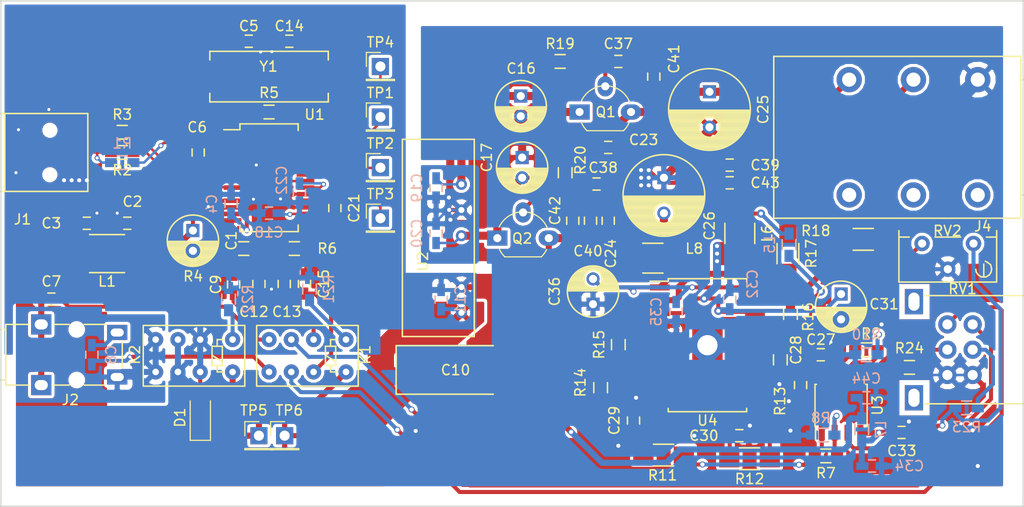
<source format=kicad_pcb>
(kicad_pcb (version 4) (host pcbnew 4.0.6)

  (general
    (links 190)
    (no_connects 0)
    (area 12.924999 13.424999 114.075001 63.575001)
    (thickness 1.6)
    (drawings 5)
    (tracks 816)
    (zones 0)
    (modules 95)
    (nets 69)
  )

  (page A4)
  (layers
    (0 F.Cu signal hide)
    (31 B.Cu signal hide)
    (32 B.Adhes user hide)
    (33 F.Adhes user hide)
    (34 B.Paste user hide)
    (35 F.Paste user hide)
    (36 B.SilkS user)
    (37 F.SilkS user)
    (38 B.Mask user)
    (39 F.Mask user)
    (40 Dwgs.User user)
    (41 Cmts.User user)
    (42 Eco1.User user)
    (43 Eco2.User user)
    (44 Edge.Cuts user)
    (45 Margin user)
    (46 B.CrtYd user)
    (47 F.CrtYd user)
    (48 B.Fab user hide)
    (49 F.Fab user hide)
  )

  (setup
    (last_trace_width 0.6)
    (user_trace_width 0.2)
    (user_trace_width 0.25)
    (user_trace_width 0.6)
    (user_trace_width 0.8)
    (user_trace_width 1.5)
    (trace_clearance 0.2)
    (zone_clearance 0.3)
    (zone_45_only yes)
    (trace_min 0.2)
    (segment_width 0.2)
    (edge_width 0.15)
    (via_size 0.6)
    (via_drill 0.4)
    (via_min_size 0.4)
    (via_min_drill 0.3)
    (user_via 0.5 0.3)
    (user_via 1.3 1)
    (uvia_size 0.3)
    (uvia_drill 0.1)
    (uvias_allowed no)
    (uvia_min_size 0.2)
    (uvia_min_drill 0.1)
    (pcb_text_width 0.3)
    (pcb_text_size 1.5 1.5)
    (mod_edge_width 0.15)
    (mod_text_size 1 1)
    (mod_text_width 0.15)
    (pad_size 1.8 3)
    (pad_drill 1.1)
    (pad_to_mask_clearance 0.2)
    (aux_axis_origin 0 0)
    (visible_elements FFFFFFFF)
    (pcbplotparams
      (layerselection 0x00030_80000001)
      (usegerberextensions false)
      (excludeedgelayer true)
      (linewidth 0.100000)
      (plotframeref false)
      (viasonmask false)
      (mode 1)
      (useauxorigin false)
      (hpglpennumber 1)
      (hpglpenspeed 20)
      (hpglpendiameter 15)
      (hpglpenoverlay 2)
      (psnegative false)
      (psa4output false)
      (plotreference true)
      (plotvalue true)
      (plotinvisibletext false)
      (padsonsilk false)
      (subtractmaskfromsilk false)
      (outputformat 1)
      (mirror false)
      (drillshape 1)
      (scaleselection 1)
      (outputdirectory ""))
  )

  (net 0 "")
  (net 1 Earth)
  (net 2 "Net-(C1-Pad1)")
  (net 3 +5V)
  (net 4 "Net-(C4-Pad2)")
  (net 5 "Net-(C5-Pad1)")
  (net 6 +3V3)
  (net 7 "Net-(C7-Pad2)")
  (net 8 "Net-(C7-Pad1)")
  (net 9 "Net-(C8-Pad2)")
  (net 10 "Net-(C8-Pad1)")
  (net 11 /LUSB)
  (net 12 "Net-(C9-Pad1)")
  (net 13 "Net-(C12-Pad1)")
  (net 14 "Net-(C13-Pad2)")
  (net 15 "Net-(C14-Pad1)")
  (net 16 /RUSB)
  (net 17 "Net-(C15-Pad1)")
  (net 18 GNDPWR)
  (net 19 "Net-(C16-Pad1)")
  (net 20 "Net-(C17-Pad2)")
  (net 21 "Net-(C18-Pad2)")
  (net 22 "Net-(C21-Pad1)")
  (net 23 "Net-(C22-Pad2)")
  (net 24 +12V)
  (net 25 -12V)
  (net 26 "Net-(C27-Pad1)")
  (net 27 "Net-(C29-Pad1)")
  (net 28 "Net-(C30-Pad1)")
  (net 29 "Net-(C31-Pad1)")
  (net 30 "Net-(C33-Pad2)")
  (net 31 "Net-(C35-Pad2)")
  (net 32 "Net-(D1-Pad1)")
  (net 33 "Net-(J1-Pad4)")
  (net 34 /D+)
  (net 35 /D-)
  (net 36 GNDA)
  (net 37 "Net-(J4-Pad4)")
  (net 38 "Net-(J4-Pad6)")
  (net 39 "Net-(J4-Pad5)")
  (net 40 "Net-(J4-Pad2)")
  (net 41 "Net-(J4-Pad3)")
  (net 42 "Net-(K1-Pad6)")
  (net 43 "Net-(K1-Pad3)")
  (net 44 "Net-(R2-Pad2)")
  (net 45 "Net-(R3-Pad1)")
  (net 46 "Net-(R7-Pad2)")
  (net 47 "Net-(R11-Pad2)")
  (net 48 "Net-(R10-Pad2)")
  (net 49 "Net-(R12-Pad2)")
  (net 50 "Net-(R13-Pad2)")
  (net 51 "Net-(R14-Pad1)")
  (net 52 "Net-(R15-Pad2)")
  (net 53 "Net-(R16-Pad1)")
  (net 54 "Net-(TP1-Pad1)")
  (net 55 "Net-(TP2-Pad1)")
  (net 56 "Net-(TP3-Pad1)")
  (net 57 "Net-(U1-Pad5)")
  (net 58 "Net-(U1-Pad3)")
  (net 59 "Net-(U1-Pad2)")
  (net 60 "Net-(TP4-Pad1)")
  (net 61 "Net-(C37-Pad1)")
  (net 62 "Net-(C38-Pad1)")
  (net 63 "Net-(K1-Pad1)")
  (net 64 "Net-(K2-Pad1)")
  (net 65 "Net-(R23-Pad2)")
  (net 66 "Net-(R23-Pad1)")
  (net 67 "Net-(R24-Pad2)")
  (net 68 "Net-(R24-Pad1)")

  (net_class Default "This is the default net class."
    (clearance 0.2)
    (trace_width 0.4)
    (via_dia 0.6)
    (via_drill 0.4)
    (uvia_dia 0.3)
    (uvia_drill 0.1)
    (add_net +12V)
    (add_net +3V3)
    (add_net +5V)
    (add_net -12V)
    (add_net /D+)
    (add_net /D-)
    (add_net /LUSB)
    (add_net /RUSB)
    (add_net Earth)
    (add_net GNDA)
    (add_net GNDPWR)
    (add_net "Net-(C1-Pad1)")
    (add_net "Net-(C12-Pad1)")
    (add_net "Net-(C13-Pad2)")
    (add_net "Net-(C14-Pad1)")
    (add_net "Net-(C15-Pad1)")
    (add_net "Net-(C16-Pad1)")
    (add_net "Net-(C17-Pad2)")
    (add_net "Net-(C18-Pad2)")
    (add_net "Net-(C21-Pad1)")
    (add_net "Net-(C22-Pad2)")
    (add_net "Net-(C27-Pad1)")
    (add_net "Net-(C29-Pad1)")
    (add_net "Net-(C30-Pad1)")
    (add_net "Net-(C31-Pad1)")
    (add_net "Net-(C33-Pad2)")
    (add_net "Net-(C35-Pad2)")
    (add_net "Net-(C37-Pad1)")
    (add_net "Net-(C38-Pad1)")
    (add_net "Net-(C4-Pad2)")
    (add_net "Net-(C5-Pad1)")
    (add_net "Net-(C7-Pad1)")
    (add_net "Net-(C7-Pad2)")
    (add_net "Net-(C8-Pad1)")
    (add_net "Net-(C8-Pad2)")
    (add_net "Net-(C9-Pad1)")
    (add_net "Net-(D1-Pad1)")
    (add_net "Net-(J1-Pad4)")
    (add_net "Net-(J4-Pad2)")
    (add_net "Net-(J4-Pad3)")
    (add_net "Net-(J4-Pad4)")
    (add_net "Net-(J4-Pad5)")
    (add_net "Net-(J4-Pad6)")
    (add_net "Net-(K1-Pad1)")
    (add_net "Net-(K1-Pad3)")
    (add_net "Net-(K1-Pad6)")
    (add_net "Net-(K2-Pad1)")
    (add_net "Net-(R10-Pad2)")
    (add_net "Net-(R11-Pad2)")
    (add_net "Net-(R12-Pad2)")
    (add_net "Net-(R13-Pad2)")
    (add_net "Net-(R14-Pad1)")
    (add_net "Net-(R15-Pad2)")
    (add_net "Net-(R16-Pad1)")
    (add_net "Net-(R2-Pad2)")
    (add_net "Net-(R23-Pad1)")
    (add_net "Net-(R23-Pad2)")
    (add_net "Net-(R24-Pad1)")
    (add_net "Net-(R24-Pad2)")
    (add_net "Net-(R3-Pad1)")
    (add_net "Net-(R7-Pad2)")
    (add_net "Net-(TP1-Pad1)")
    (add_net "Net-(TP2-Pad1)")
    (add_net "Net-(TP3-Pad1)")
    (add_net "Net-(TP4-Pad1)")
    (add_net "Net-(U1-Pad2)")
    (add_net "Net-(U1-Pad3)")
    (add_net "Net-(U1-Pad5)")
  )

  (module Capacitors_THT:C_Radial_D8_L11.5_P3.5 (layer F.Cu) (tedit 0) (tstamp 5978A803)
    (at 83 22.5 270)
    (descr "Radial Electrolytic Capacitor Diameter 8mm x Length 11.5mm, Pitch 3.5mm")
    (tags "Electrolytic Capacitor")
    (path /593064DB)
    (fp_text reference C25 (at 1.75 -5.3 270) (layer F.SilkS)
      (effects (font (size 1 1) (thickness 0.15)))
    )
    (fp_text value 100u (at 1.75 5.3 270) (layer F.Fab)
      (effects (font (size 1 1) (thickness 0.15)))
    )
    (fp_circle (center 1.75 0) (end 1.75 -4.3) (layer F.CrtYd) (width 0.05))
    (fp_circle (center 1.75 0) (end 1.75 -4.0375) (layer F.SilkS) (width 0.15))
    (fp_circle (center 3.5 0) (end 3.5 -1) (layer F.SilkS) (width 0.15))
    (fp_line (start 5.745 -0.2) (end 5.745 0.2) (layer F.SilkS) (width 0.15))
    (fp_line (start 5.605 -1.067) (end 5.605 1.067) (layer F.SilkS) (width 0.15))
    (fp_line (start 5.465 -1.483) (end 5.465 1.483) (layer F.SilkS) (width 0.15))
    (fp_line (start 5.325 -1.794) (end 5.325 1.794) (layer F.SilkS) (width 0.15))
    (fp_line (start 5.185 -2.05) (end 5.185 2.05) (layer F.SilkS) (width 0.15))
    (fp_line (start 5.045 -2.268) (end 5.045 2.268) (layer F.SilkS) (width 0.15))
    (fp_line (start 4.905 -2.459) (end 4.905 2.459) (layer F.SilkS) (width 0.15))
    (fp_line (start 4.765 -2.629) (end 4.765 2.629) (layer F.SilkS) (width 0.15))
    (fp_line (start 4.625 -2.781) (end 4.625 2.781) (layer F.SilkS) (width 0.15))
    (fp_line (start 4.485 0.173) (end 4.485 2.919) (layer F.SilkS) (width 0.15))
    (fp_line (start 4.485 -2.919) (end 4.485 -0.173) (layer F.SilkS) (width 0.15))
    (fp_line (start 4.345 0.535) (end 4.345 3.044) (layer F.SilkS) (width 0.15))
    (fp_line (start 4.345 -3.044) (end 4.345 -0.535) (layer F.SilkS) (width 0.15))
    (fp_line (start 4.205 0.709) (end 4.205 3.158) (layer F.SilkS) (width 0.15))
    (fp_line (start 4.205 -3.158) (end 4.205 -0.709) (layer F.SilkS) (width 0.15))
    (fp_line (start 4.065 0.825) (end 4.065 3.262) (layer F.SilkS) (width 0.15))
    (fp_line (start 4.065 -3.262) (end 4.065 -0.825) (layer F.SilkS) (width 0.15))
    (fp_line (start 3.925 0.905) (end 3.925 3.357) (layer F.SilkS) (width 0.15))
    (fp_line (start 3.925 -3.357) (end 3.925 -0.905) (layer F.SilkS) (width 0.15))
    (fp_line (start 3.785 0.959) (end 3.785 3.444) (layer F.SilkS) (width 0.15))
    (fp_line (start 3.785 -3.444) (end 3.785 -0.959) (layer F.SilkS) (width 0.15))
    (fp_line (start 3.645 0.989) (end 3.645 3.523) (layer F.SilkS) (width 0.15))
    (fp_line (start 3.645 -3.523) (end 3.645 -0.989) (layer F.SilkS) (width 0.15))
    (fp_line (start 3.505 1) (end 3.505 3.594) (layer F.SilkS) (width 0.15))
    (fp_line (start 3.505 -3.594) (end 3.505 -1) (layer F.SilkS) (width 0.15))
    (fp_line (start 3.365 0.991) (end 3.365 3.659) (layer F.SilkS) (width 0.15))
    (fp_line (start 3.365 -3.659) (end 3.365 -0.991) (layer F.SilkS) (width 0.15))
    (fp_line (start 3.225 0.961) (end 3.225 3.718) (layer F.SilkS) (width 0.15))
    (fp_line (start 3.225 -3.718) (end 3.225 -0.961) (layer F.SilkS) (width 0.15))
    (fp_line (start 3.085 0.91) (end 3.085 3.771) (layer F.SilkS) (width 0.15))
    (fp_line (start 3.085 -3.771) (end 3.085 -0.91) (layer F.SilkS) (width 0.15))
    (fp_line (start 2.945 0.832) (end 2.945 3.817) (layer F.SilkS) (width 0.15))
    (fp_line (start 2.945 -3.817) (end 2.945 -0.832) (layer F.SilkS) (width 0.15))
    (fp_line (start 2.805 0.719) (end 2.805 3.858) (layer F.SilkS) (width 0.15))
    (fp_line (start 2.805 -3.858) (end 2.805 -0.719) (layer F.SilkS) (width 0.15))
    (fp_line (start 2.665 0.55) (end 2.665 3.894) (layer F.SilkS) (width 0.15))
    (fp_line (start 2.665 -3.894) (end 2.665 -0.55) (layer F.SilkS) (width 0.15))
    (fp_line (start 2.525 0.222) (end 2.525 3.924) (layer F.SilkS) (width 0.15))
    (fp_line (start 2.525 -3.924) (end 2.525 -0.222) (layer F.SilkS) (width 0.15))
    (fp_line (start 2.385 -3.949) (end 2.385 3.949) (layer F.SilkS) (width 0.15))
    (fp_line (start 2.245 -3.969) (end 2.245 3.969) (layer F.SilkS) (width 0.15))
    (fp_line (start 2.105 -3.984) (end 2.105 3.984) (layer F.SilkS) (width 0.15))
    (fp_line (start 1.965 -3.994) (end 1.965 3.994) (layer F.SilkS) (width 0.15))
    (fp_line (start 1.825 -3.999) (end 1.825 3.999) (layer F.SilkS) (width 0.15))
    (pad 1 thru_hole rect (at 0 0 270) (size 1.3 1.3) (drill 0.8) (layers *.Cu *.Mask)
      (net 24 +12V))
    (pad 2 thru_hole circle (at 3.5 0 270) (size 1.3 1.3) (drill 0.8) (layers *.Cu *.Mask)
      (net 18 GNDPWR))
    (model Capacitors_ThroughHole.3dshapes/C_Radial_D8_L11.5_P3.5.wrl
      (at (xyz 0 0 0))
      (scale (xyz 1 1 1))
      (rotate (xyz 0 0 0))
    )
  )

  (module Connectors:USB_Mini-B (layer F.Cu) (tedit 5543E571) (tstamp 5978A85A)
    (at 17 28.5)
    (descr "USB Mini-B 5-pin SMD connector")
    (tags "USB USB_B USB_Mini connector")
    (path /5976A1B4)
    (attr smd)
    (fp_text reference J1 (at -1.85 6.61) (layer F.SilkS)
      (effects (font (size 1 1) (thickness 0.15)))
    )
    (fp_text value USB_OTG (at 0 -7.0993) (layer F.Fab)
      (effects (font (size 1 1) (thickness 0.15)))
    )
    (fp_line (start 4.59994 -3.85064) (end -4.59994 -3.85064) (layer F.SilkS) (width 0.15))
    (fp_line (start 4.59994 3.85064) (end 4.59994 -3.85064) (layer F.SilkS) (width 0.15))
    (fp_line (start -4.59994 3.85064) (end 4.59994 3.85064) (layer F.SilkS) (width 0.15))
    (fp_line (start -4.59994 -3.85064) (end -4.59994 3.85064) (layer F.SilkS) (width 0.15))
    (fp_line (start -3.59918 -3.85064) (end -3.59918 3.85064) (layer F.SilkS) (width 0.15))
    (fp_line (start -4.85 5.7) (end -4.85 -5.7) (layer F.CrtYd) (width 0.05))
    (fp_line (start 4.85 5.7) (end -4.85 5.7) (layer F.CrtYd) (width 0.05))
    (fp_line (start 4.85 -5.7) (end 4.85 5.7) (layer F.CrtYd) (width 0.05))
    (fp_line (start -4.85 -5.7) (end 4.85 -5.7) (layer F.CrtYd) (width 0.05))
    (pad "" np_thru_hole circle (at 0.8509 2.19964) (size 0.89916 0.89916) (drill 0.89916) (layers *.Cu *.Mask))
    (pad "" np_thru_hole circle (at 0.8509 -2.19964) (size 0.89916 0.89916) (drill 0.89916) (layers *.Cu *.Mask))
    (pad 6 smd rect (at -2.14884 4.45008) (size 2.49936 1.99898) (layers F.Cu F.Paste F.Mask)
      (net 1 Earth))
    (pad 6 smd rect (at 3.35026 4.45008) (size 2.49936 1.99898) (layers F.Cu F.Paste F.Mask)
      (net 1 Earth))
    (pad 6 smd rect (at -2.14884 -4.45008) (size 2.49936 1.99898) (layers F.Cu F.Paste F.Mask)
      (net 1 Earth))
    (pad 6 smd rect (at 3.35026 -4.45008) (size 2.49936 1.99898) (layers F.Cu F.Paste F.Mask)
      (net 1 Earth))
    (pad 5 smd rect (at 3.44932 1.6002) (size 2.30124 0.50038) (layers F.Cu F.Paste F.Mask)
      (net 1 Earth))
    (pad 4 smd rect (at 3.44932 0.8001) (size 2.30124 0.50038) (layers F.Cu F.Paste F.Mask)
      (net 33 "Net-(J1-Pad4)"))
    (pad 3 smd rect (at 3.44932 0) (size 2.30124 0.50038) (layers F.Cu F.Paste F.Mask)
      (net 34 /D+))
    (pad 2 smd rect (at 3.44932 -0.8001) (size 2.30124 0.50038) (layers F.Cu F.Paste F.Mask)
      (net 35 /D-))
    (pad 1 smd rect (at 3.44932 -1.6002) (size 2.30124 0.50038) (layers F.Cu F.Paste F.Mask)
      (net 3 +5V))
  )

  (module Capacitors_THT:C_Radial_D5_L11_P2 (layer F.Cu) (tedit 0) (tstamp 5978A773)
    (at 31.98 36.22 270)
    (descr "Radial Electrolytic Capacitor 5mm x Length 11mm, Pitch 2mm")
    (tags "Electrolytic Capacitor")
    (path /5934B839)
    (fp_text reference C1 (at 1 -3.8 270) (layer F.SilkS)
      (effects (font (size 1 1) (thickness 0.15)))
    )
    (fp_text value 10u (at 1 3.8 270) (layer F.Fab)
      (effects (font (size 1 1) (thickness 0.15)))
    )
    (fp_circle (center 1 0) (end 1 -2.8) (layer F.CrtYd) (width 0.05))
    (fp_circle (center 1 0) (end 1 -2.5375) (layer F.SilkS) (width 0.15))
    (fp_circle (center 2 0) (end 2 -0.8) (layer F.SilkS) (width 0.15))
    (fp_line (start 3.455 -0.472) (end 3.455 0.472) (layer F.SilkS) (width 0.15))
    (fp_line (start 3.315 -0.944) (end 3.315 0.944) (layer F.SilkS) (width 0.15))
    (fp_line (start 3.175 -1.233) (end 3.175 1.233) (layer F.SilkS) (width 0.15))
    (fp_line (start 3.035 -1.452) (end 3.035 1.452) (layer F.SilkS) (width 0.15))
    (fp_line (start 2.895 -1.631) (end 2.895 1.631) (layer F.SilkS) (width 0.15))
    (fp_line (start 2.755 0.265) (end 2.755 1.78) (layer F.SilkS) (width 0.15))
    (fp_line (start 2.755 -1.78) (end 2.755 -0.265) (layer F.SilkS) (width 0.15))
    (fp_line (start 2.615 0.512) (end 2.615 1.908) (layer F.SilkS) (width 0.15))
    (fp_line (start 2.615 -1.908) (end 2.615 -0.512) (layer F.SilkS) (width 0.15))
    (fp_line (start 2.475 0.644) (end 2.475 2.019) (layer F.SilkS) (width 0.15))
    (fp_line (start 2.475 -2.019) (end 2.475 -0.644) (layer F.SilkS) (width 0.15))
    (fp_line (start 2.335 0.726) (end 2.335 2.114) (layer F.SilkS) (width 0.15))
    (fp_line (start 2.335 -2.114) (end 2.335 -0.726) (layer F.SilkS) (width 0.15))
    (fp_line (start 2.195 0.776) (end 2.195 2.196) (layer F.SilkS) (width 0.15))
    (fp_line (start 2.195 -2.196) (end 2.195 -0.776) (layer F.SilkS) (width 0.15))
    (fp_line (start 2.055 0.798) (end 2.055 2.266) (layer F.SilkS) (width 0.15))
    (fp_line (start 2.055 -2.266) (end 2.055 -0.798) (layer F.SilkS) (width 0.15))
    (fp_line (start 1.915 0.795) (end 1.915 2.327) (layer F.SilkS) (width 0.15))
    (fp_line (start 1.915 -2.327) (end 1.915 -0.795) (layer F.SilkS) (width 0.15))
    (fp_line (start 1.775 0.768) (end 1.775 2.377) (layer F.SilkS) (width 0.15))
    (fp_line (start 1.775 -2.377) (end 1.775 -0.768) (layer F.SilkS) (width 0.15))
    (fp_line (start 1.635 0.712) (end 1.635 2.418) (layer F.SilkS) (width 0.15))
    (fp_line (start 1.635 -2.418) (end 1.635 -0.712) (layer F.SilkS) (width 0.15))
    (fp_line (start 1.495 0.62) (end 1.495 2.451) (layer F.SilkS) (width 0.15))
    (fp_line (start 1.495 -2.451) (end 1.495 -0.62) (layer F.SilkS) (width 0.15))
    (fp_line (start 1.355 0.473) (end 1.355 2.475) (layer F.SilkS) (width 0.15))
    (fp_line (start 1.355 -2.475) (end 1.355 -0.473) (layer F.SilkS) (width 0.15))
    (fp_line (start 1.215 0.154) (end 1.215 2.491) (layer F.SilkS) (width 0.15))
    (fp_line (start 1.215 -2.491) (end 1.215 -0.154) (layer F.SilkS) (width 0.15))
    (fp_line (start 1.075 -2.499) (end 1.075 2.499) (layer F.SilkS) (width 0.15))
    (pad 2 thru_hole circle (at 2 0 270) (size 1.3 1.3) (drill 0.8) (layers *.Cu *.Mask)
      (net 1 Earth))
    (pad 1 thru_hole rect (at 0 0 270) (size 1.3 1.3) (drill 0.8) (layers *.Cu *.Mask)
      (net 2 "Net-(C1-Pad1)"))
    (model Capacitors_ThroughHole.3dshapes/C_Radial_D5_L11_P2.wrl
      (at (xyz 0 0 0))
      (scale (xyz 1 1 1))
      (rotate (xyz 0 0 0))
    )
  )

  (module Capacitors_SMD:C_0603_HandSoldering (layer F.Cu) (tedit 541A9B4D) (tstamp 5978A779)
    (at 25.5 35.5)
    (descr "Capacitor SMD 0603, hand soldering")
    (tags "capacitor 0603")
    (path /5934BF3E)
    (attr smd)
    (fp_text reference C2 (at 0.51 -2.14) (layer F.SilkS)
      (effects (font (size 1 1) (thickness 0.15)))
    )
    (fp_text value 100n (at 0 1.9) (layer F.Fab)
      (effects (font (size 1 1) (thickness 0.15)))
    )
    (fp_line (start 0.35 0.6) (end -0.35 0.6) (layer F.SilkS) (width 0.15))
    (fp_line (start -0.35 -0.6) (end 0.35 -0.6) (layer F.SilkS) (width 0.15))
    (fp_line (start 1.85 -0.75) (end 1.85 0.75) (layer F.CrtYd) (width 0.05))
    (fp_line (start -1.85 -0.75) (end -1.85 0.75) (layer F.CrtYd) (width 0.05))
    (fp_line (start -1.85 0.75) (end 1.85 0.75) (layer F.CrtYd) (width 0.05))
    (fp_line (start -1.85 -0.75) (end 1.85 -0.75) (layer F.CrtYd) (width 0.05))
    (fp_line (start -0.8 -0.4) (end 0.8 -0.4) (layer F.Fab) (width 0.15))
    (fp_line (start 0.8 -0.4) (end 0.8 0.4) (layer F.Fab) (width 0.15))
    (fp_line (start 0.8 0.4) (end -0.8 0.4) (layer F.Fab) (width 0.15))
    (fp_line (start -0.8 0.4) (end -0.8 -0.4) (layer F.Fab) (width 0.15))
    (pad 2 smd rect (at 0.95 0) (size 1.2 0.75) (layers F.Cu F.Paste F.Mask)
      (net 2 "Net-(C1-Pad1)"))
    (pad 1 smd rect (at -0.95 0) (size 1.2 0.75) (layers F.Cu F.Paste F.Mask)
      (net 1 Earth))
    (model Capacitors_SMD.3dshapes/C_0603_HandSoldering.wrl
      (at (xyz 0 0 0))
      (scale (xyz 1 1 1))
      (rotate (xyz 0 0 0))
    )
  )

  (module Capacitors_SMD:C_0603_HandSoldering (layer F.Cu) (tedit 541A9B4D) (tstamp 5978A77F)
    (at 21.5 35.5)
    (descr "Capacitor SMD 0603, hand soldering")
    (tags "capacitor 0603")
    (path /59305590)
    (attr smd)
    (fp_text reference C3 (at -3.5 0) (layer F.SilkS)
      (effects (font (size 1 1) (thickness 0.15)))
    )
    (fp_text value 200n (at 0 1.9) (layer F.Fab)
      (effects (font (size 1 1) (thickness 0.15)))
    )
    (fp_line (start 0.35 0.6) (end -0.35 0.6) (layer F.SilkS) (width 0.15))
    (fp_line (start -0.35 -0.6) (end 0.35 -0.6) (layer F.SilkS) (width 0.15))
    (fp_line (start 1.85 -0.75) (end 1.85 0.75) (layer F.CrtYd) (width 0.05))
    (fp_line (start -1.85 -0.75) (end -1.85 0.75) (layer F.CrtYd) (width 0.05))
    (fp_line (start -1.85 0.75) (end 1.85 0.75) (layer F.CrtYd) (width 0.05))
    (fp_line (start -1.85 -0.75) (end 1.85 -0.75) (layer F.CrtYd) (width 0.05))
    (fp_line (start -0.8 -0.4) (end 0.8 -0.4) (layer F.Fab) (width 0.15))
    (fp_line (start 0.8 -0.4) (end 0.8 0.4) (layer F.Fab) (width 0.15))
    (fp_line (start 0.8 0.4) (end -0.8 0.4) (layer F.Fab) (width 0.15))
    (fp_line (start -0.8 0.4) (end -0.8 -0.4) (layer F.Fab) (width 0.15))
    (pad 2 smd rect (at 0.95 0) (size 1.2 0.75) (layers F.Cu F.Paste F.Mask)
      (net 1 Earth))
    (pad 1 smd rect (at -0.95 0) (size 1.2 0.75) (layers F.Cu F.Paste F.Mask)
      (net 3 +5V))
    (model Capacitors_SMD.3dshapes/C_0603_HandSoldering.wrl
      (at (xyz 0 0 0))
      (scale (xyz 1 1 1))
      (rotate (xyz 0 0 0))
    )
  )

  (module Capacitors_SMD:C_0603_HandSoldering (layer B.Cu) (tedit 541A9B4D) (tstamp 5978A785)
    (at 35.75 33.59 270)
    (descr "Capacitor SMD 0603, hand soldering")
    (tags "capacitor 0603")
    (path /5934A4BD)
    (attr smd)
    (fp_text reference C4 (at 0 1.9 270) (layer B.SilkS)
      (effects (font (size 1 1) (thickness 0.15)) (justify mirror))
    )
    (fp_text value 1u (at 0 -1.9 270) (layer B.Fab)
      (effects (font (size 1 1) (thickness 0.15)) (justify mirror))
    )
    (fp_line (start 0.35 -0.6) (end -0.35 -0.6) (layer B.SilkS) (width 0.15))
    (fp_line (start -0.35 0.6) (end 0.35 0.6) (layer B.SilkS) (width 0.15))
    (fp_line (start 1.85 0.75) (end 1.85 -0.75) (layer B.CrtYd) (width 0.05))
    (fp_line (start -1.85 0.75) (end -1.85 -0.75) (layer B.CrtYd) (width 0.05))
    (fp_line (start -1.85 -0.75) (end 1.85 -0.75) (layer B.CrtYd) (width 0.05))
    (fp_line (start -1.85 0.75) (end 1.85 0.75) (layer B.CrtYd) (width 0.05))
    (fp_line (start -0.8 0.4) (end 0.8 0.4) (layer B.Fab) (width 0.15))
    (fp_line (start 0.8 0.4) (end 0.8 -0.4) (layer B.Fab) (width 0.15))
    (fp_line (start 0.8 -0.4) (end -0.8 -0.4) (layer B.Fab) (width 0.15))
    (fp_line (start -0.8 -0.4) (end -0.8 0.4) (layer B.Fab) (width 0.15))
    (pad 2 smd rect (at 0.95 0 270) (size 1.2 0.75) (layers B.Cu B.Paste B.Mask)
      (net 4 "Net-(C4-Pad2)"))
    (pad 1 smd rect (at -0.95 0 270) (size 1.2 0.75) (layers B.Cu B.Paste B.Mask)
      (net 1 Earth))
    (model Capacitors_SMD.3dshapes/C_0603_HandSoldering.wrl
      (at (xyz 0 0 0))
      (scale (xyz 1 1 1))
      (rotate (xyz 0 0 0))
    )
  )

  (module Capacitors_SMD:C_0603_HandSoldering (layer F.Cu) (tedit 541A9B4D) (tstamp 5978A78B)
    (at 37.5 17.5)
    (descr "Capacitor SMD 0603, hand soldering")
    (tags "capacitor 0603")
    (path /59348C90)
    (attr smd)
    (fp_text reference C5 (at 0 -1.5) (layer F.SilkS)
      (effects (font (size 1 1) (thickness 0.15)))
    )
    (fp_text value 27p (at 0 1.9) (layer F.Fab)
      (effects (font (size 1 1) (thickness 0.15)))
    )
    (fp_line (start 0.35 0.6) (end -0.35 0.6) (layer F.SilkS) (width 0.15))
    (fp_line (start -0.35 -0.6) (end 0.35 -0.6) (layer F.SilkS) (width 0.15))
    (fp_line (start 1.85 -0.75) (end 1.85 0.75) (layer F.CrtYd) (width 0.05))
    (fp_line (start -1.85 -0.75) (end -1.85 0.75) (layer F.CrtYd) (width 0.05))
    (fp_line (start -1.85 0.75) (end 1.85 0.75) (layer F.CrtYd) (width 0.05))
    (fp_line (start -1.85 -0.75) (end 1.85 -0.75) (layer F.CrtYd) (width 0.05))
    (fp_line (start -0.8 -0.4) (end 0.8 -0.4) (layer F.Fab) (width 0.15))
    (fp_line (start 0.8 -0.4) (end 0.8 0.4) (layer F.Fab) (width 0.15))
    (fp_line (start 0.8 0.4) (end -0.8 0.4) (layer F.Fab) (width 0.15))
    (fp_line (start -0.8 0.4) (end -0.8 -0.4) (layer F.Fab) (width 0.15))
    (pad 2 smd rect (at 0.95 0) (size 1.2 0.75) (layers F.Cu F.Paste F.Mask)
      (net 1 Earth))
    (pad 1 smd rect (at -0.95 0) (size 1.2 0.75) (layers F.Cu F.Paste F.Mask)
      (net 5 "Net-(C5-Pad1)"))
    (model Capacitors_SMD.3dshapes/C_0603_HandSoldering.wrl
      (at (xyz 0 0 0))
      (scale (xyz 1 1 1))
      (rotate (xyz 0 0 0))
    )
  )

  (module Capacitors_SMD:C_0603_HandSoldering (layer F.Cu) (tedit 541A9B4D) (tstamp 5978A791)
    (at 32.5 28.5 90)
    (descr "Capacitor SMD 0603, hand soldering")
    (tags "capacitor 0603")
    (path /5934D473)
    (attr smd)
    (fp_text reference C6 (at 2.5 -0.1 180) (layer F.SilkS)
      (effects (font (size 1 1) (thickness 0.15)))
    )
    (fp_text value 200n (at 0 1.9 90) (layer F.Fab)
      (effects (font (size 1 1) (thickness 0.15)))
    )
    (fp_line (start 0.35 0.6) (end -0.35 0.6) (layer F.SilkS) (width 0.15))
    (fp_line (start -0.35 -0.6) (end 0.35 -0.6) (layer F.SilkS) (width 0.15))
    (fp_line (start 1.85 -0.75) (end 1.85 0.75) (layer F.CrtYd) (width 0.05))
    (fp_line (start -1.85 -0.75) (end -1.85 0.75) (layer F.CrtYd) (width 0.05))
    (fp_line (start -1.85 0.75) (end 1.85 0.75) (layer F.CrtYd) (width 0.05))
    (fp_line (start -1.85 -0.75) (end 1.85 -0.75) (layer F.CrtYd) (width 0.05))
    (fp_line (start -0.8 -0.4) (end 0.8 -0.4) (layer F.Fab) (width 0.15))
    (fp_line (start 0.8 -0.4) (end 0.8 0.4) (layer F.Fab) (width 0.15))
    (fp_line (start 0.8 0.4) (end -0.8 0.4) (layer F.Fab) (width 0.15))
    (fp_line (start -0.8 0.4) (end -0.8 -0.4) (layer F.Fab) (width 0.15))
    (pad 2 smd rect (at 0.95 0 90) (size 1.2 0.75) (layers F.Cu F.Paste F.Mask)
      (net 6 +3V3))
    (pad 1 smd rect (at -0.95 0 90) (size 1.2 0.75) (layers F.Cu F.Paste F.Mask)
      (net 1 Earth))
    (model Capacitors_SMD.3dshapes/C_0603_HandSoldering.wrl
      (at (xyz 0 0 0))
      (scale (xyz 1 1 1))
      (rotate (xyz 0 0 0))
    )
  )

  (module Capacitors_SMD:C_0603_HandSoldering (layer F.Cu) (tedit 541A9B4D) (tstamp 5978A797)
    (at 18 43 180)
    (descr "Capacitor SMD 0603, hand soldering")
    (tags "capacitor 0603")
    (path /5935AC3B)
    (attr smd)
    (fp_text reference C7 (at 0 1.75 180) (layer F.SilkS)
      (effects (font (size 1 1) (thickness 0.15)))
    )
    (fp_text value 1u (at 0 1.9 180) (layer F.Fab)
      (effects (font (size 1 1) (thickness 0.15)))
    )
    (fp_line (start 0.35 0.6) (end -0.35 0.6) (layer F.SilkS) (width 0.15))
    (fp_line (start -0.35 -0.6) (end 0.35 -0.6) (layer F.SilkS) (width 0.15))
    (fp_line (start 1.85 -0.75) (end 1.85 0.75) (layer F.CrtYd) (width 0.05))
    (fp_line (start -1.85 -0.75) (end -1.85 0.75) (layer F.CrtYd) (width 0.05))
    (fp_line (start -1.85 0.75) (end 1.85 0.75) (layer F.CrtYd) (width 0.05))
    (fp_line (start -1.85 -0.75) (end 1.85 -0.75) (layer F.CrtYd) (width 0.05))
    (fp_line (start -0.8 -0.4) (end 0.8 -0.4) (layer F.Fab) (width 0.15))
    (fp_line (start 0.8 -0.4) (end 0.8 0.4) (layer F.Fab) (width 0.15))
    (fp_line (start 0.8 0.4) (end -0.8 0.4) (layer F.Fab) (width 0.15))
    (fp_line (start -0.8 0.4) (end -0.8 -0.4) (layer F.Fab) (width 0.15))
    (pad 2 smd rect (at 0.95 0 180) (size 1.2 0.75) (layers F.Cu F.Paste F.Mask)
      (net 7 "Net-(C7-Pad2)"))
    (pad 1 smd rect (at -0.95 0 180) (size 1.2 0.75) (layers F.Cu F.Paste F.Mask)
      (net 8 "Net-(C7-Pad1)"))
    (model Capacitors_SMD.3dshapes/C_0603_HandSoldering.wrl
      (at (xyz 0 0 0))
      (scale (xyz 1 1 1))
      (rotate (xyz 0 0 0))
    )
  )

  (module Capacitors_SMD:C_0603_HandSoldering (layer B.Cu) (tedit 541A9B4D) (tstamp 5978A79D)
    (at 22 48.5 90)
    (descr "Capacitor SMD 0603, hand soldering")
    (tags "capacitor 0603")
    (path /5935A9B7)
    (attr smd)
    (fp_text reference C8 (at 0 1.9 90) (layer B.SilkS)
      (effects (font (size 1 1) (thickness 0.15)) (justify mirror))
    )
    (fp_text value 1u (at 0 -1.9 90) (layer B.Fab)
      (effects (font (size 1 1) (thickness 0.15)) (justify mirror))
    )
    (fp_line (start 0.35 -0.6) (end -0.35 -0.6) (layer B.SilkS) (width 0.15))
    (fp_line (start -0.35 0.6) (end 0.35 0.6) (layer B.SilkS) (width 0.15))
    (fp_line (start 1.85 0.75) (end 1.85 -0.75) (layer B.CrtYd) (width 0.05))
    (fp_line (start -1.85 0.75) (end -1.85 -0.75) (layer B.CrtYd) (width 0.05))
    (fp_line (start -1.85 -0.75) (end 1.85 -0.75) (layer B.CrtYd) (width 0.05))
    (fp_line (start -1.85 0.75) (end 1.85 0.75) (layer B.CrtYd) (width 0.05))
    (fp_line (start -0.8 0.4) (end 0.8 0.4) (layer B.Fab) (width 0.15))
    (fp_line (start 0.8 0.4) (end 0.8 -0.4) (layer B.Fab) (width 0.15))
    (fp_line (start 0.8 -0.4) (end -0.8 -0.4) (layer B.Fab) (width 0.15))
    (fp_line (start -0.8 -0.4) (end -0.8 0.4) (layer B.Fab) (width 0.15))
    (pad 2 smd rect (at 0.95 0 90) (size 1.2 0.75) (layers B.Cu B.Paste B.Mask)
      (net 9 "Net-(C8-Pad2)"))
    (pad 1 smd rect (at -0.95 0 90) (size 1.2 0.75) (layers B.Cu B.Paste B.Mask)
      (net 10 "Net-(C8-Pad1)"))
    (model Capacitors_SMD.3dshapes/C_0603_HandSoldering.wrl
      (at (xyz 0 0 0))
      (scale (xyz 1 1 1))
      (rotate (xyz 0 0 0))
    )
  )

  (module Capacitors_SMD:C_0603_HandSoldering (layer F.Cu) (tedit 541A9B4D) (tstamp 5978A7A3)
    (at 36 41.55 270)
    (descr "Capacitor SMD 0603, hand soldering")
    (tags "capacitor 0603")
    (path /593501B5)
    (attr smd)
    (fp_text reference C9 (at 0 1.75 270) (layer F.SilkS)
      (effects (font (size 1 1) (thickness 0.15)))
    )
    (fp_text value 1u (at 0 1.9 270) (layer F.Fab)
      (effects (font (size 1 1) (thickness 0.15)))
    )
    (fp_line (start 0.35 0.6) (end -0.35 0.6) (layer F.SilkS) (width 0.15))
    (fp_line (start -0.35 -0.6) (end 0.35 -0.6) (layer F.SilkS) (width 0.15))
    (fp_line (start 1.85 -0.75) (end 1.85 0.75) (layer F.CrtYd) (width 0.05))
    (fp_line (start -1.85 -0.75) (end -1.85 0.75) (layer F.CrtYd) (width 0.05))
    (fp_line (start -1.85 0.75) (end 1.85 0.75) (layer F.CrtYd) (width 0.05))
    (fp_line (start -1.85 -0.75) (end 1.85 -0.75) (layer F.CrtYd) (width 0.05))
    (fp_line (start -0.8 -0.4) (end 0.8 -0.4) (layer F.Fab) (width 0.15))
    (fp_line (start 0.8 -0.4) (end 0.8 0.4) (layer F.Fab) (width 0.15))
    (fp_line (start 0.8 0.4) (end -0.8 0.4) (layer F.Fab) (width 0.15))
    (fp_line (start -0.8 0.4) (end -0.8 -0.4) (layer F.Fab) (width 0.15))
    (pad 2 smd rect (at 0.95 0 270) (size 1.2 0.75) (layers F.Cu F.Paste F.Mask)
      (net 11 /LUSB))
    (pad 1 smd rect (at -0.95 0 270) (size 1.2 0.75) (layers F.Cu F.Paste F.Mask)
      (net 12 "Net-(C9-Pad1)"))
    (model Capacitors_SMD.3dshapes/C_0603_HandSoldering.wrl
      (at (xyz 0 0 0))
      (scale (xyz 1 1 1))
      (rotate (xyz 0 0 0))
    )
  )

  (module Capacitors_Tantalum_SMD:Tantalum_Case-D_EIA-7343-31_Hand (layer F.Cu) (tedit 57B6E980) (tstamp 5978A7A9)
    (at 58 50)
    (descr "Tantalum capacitor, Case D, EIA 7343-31, 7.3x4.3x2.8mm, Hand soldering footprint")
    (tags "capacitor tantalum smd")
    (path /593055F7)
    (attr smd)
    (fp_text reference C10 (at -0.08 0.01) (layer F.SilkS)
      (effects (font (size 1 1) (thickness 0.15)))
    )
    (fp_text value 100u (at 0 3.9) (layer F.Fab)
      (effects (font (size 1 1) (thickness 0.15)))
    )
    (fp_line (start -5.95 -2.4) (end -5.95 2.4) (layer F.SilkS) (width 0.15))
    (fp_line (start -5.95 2.4) (end 3.65 2.4) (layer F.SilkS) (width 0.15))
    (fp_line (start -5.95 -2.4) (end 3.65 -2.4) (layer F.SilkS) (width 0.15))
    (fp_line (start -2.555 -2.15) (end -2.555 2.15) (layer F.Fab) (width 0.15))
    (fp_line (start -2.92 -2.15) (end -2.92 2.15) (layer F.Fab) (width 0.15))
    (fp_line (start 3.65 -2.15) (end -3.65 -2.15) (layer F.Fab) (width 0.15))
    (fp_line (start 3.65 2.15) (end 3.65 -2.15) (layer F.Fab) (width 0.15))
    (fp_line (start -3.65 2.15) (end 3.65 2.15) (layer F.Fab) (width 0.15))
    (fp_line (start -3.65 -2.15) (end -3.65 2.15) (layer F.Fab) (width 0.15))
    (fp_line (start 6.05 -2.5) (end -6.05 -2.5) (layer F.CrtYd) (width 0.05))
    (fp_line (start 6.05 2.5) (end 6.05 -2.5) (layer F.CrtYd) (width 0.05))
    (fp_line (start -6.05 2.5) (end 6.05 2.5) (layer F.CrtYd) (width 0.05))
    (fp_line (start -6.05 -2.5) (end -6.05 2.5) (layer F.CrtYd) (width 0.05))
    (pad 2 smd rect (at 3.775 0) (size 3.75 2.7) (layers F.Cu F.Paste F.Mask)
      (net 1 Earth))
    (pad 1 smd rect (at -3.775 0) (size 3.75 2.7) (layers F.Cu F.Paste F.Mask)
      (net 3 +5V))
    (model Capacitors_Tantalum_SMD.3dshapes/Tantalum_Case-D_EIA-7343-31.wrl
      (at (xyz 0 0 0))
      (scale (xyz 1 1 1))
      (rotate (xyz 0 0 0))
    )
  )

  (module Capacitors_SMD:C_0603_HandSoldering (layer B.Cu) (tedit 541A9B4D) (tstamp 5978A7AF)
    (at 56.5 43.05 90)
    (descr "Capacitor SMD 0603, hand soldering")
    (tags "capacitor 0603")
    (path /5930565F)
    (attr smd)
    (fp_text reference C11 (at 0 1.9 90) (layer B.SilkS)
      (effects (font (size 1 1) (thickness 0.15)) (justify mirror))
    )
    (fp_text value 100n (at 0 -1.9 90) (layer B.Fab)
      (effects (font (size 1 1) (thickness 0.15)) (justify mirror))
    )
    (fp_line (start 0.35 -0.6) (end -0.35 -0.6) (layer B.SilkS) (width 0.15))
    (fp_line (start -0.35 0.6) (end 0.35 0.6) (layer B.SilkS) (width 0.15))
    (fp_line (start 1.85 0.75) (end 1.85 -0.75) (layer B.CrtYd) (width 0.05))
    (fp_line (start -1.85 0.75) (end -1.85 -0.75) (layer B.CrtYd) (width 0.05))
    (fp_line (start -1.85 -0.75) (end 1.85 -0.75) (layer B.CrtYd) (width 0.05))
    (fp_line (start -1.85 0.75) (end 1.85 0.75) (layer B.CrtYd) (width 0.05))
    (fp_line (start -0.8 0.4) (end 0.8 0.4) (layer B.Fab) (width 0.15))
    (fp_line (start 0.8 0.4) (end 0.8 -0.4) (layer B.Fab) (width 0.15))
    (fp_line (start 0.8 -0.4) (end -0.8 -0.4) (layer B.Fab) (width 0.15))
    (fp_line (start -0.8 -0.4) (end -0.8 0.4) (layer B.Fab) (width 0.15))
    (pad 2 smd rect (at 0.95 0 90) (size 1.2 0.75) (layers B.Cu B.Paste B.Mask)
      (net 1 Earth))
    (pad 1 smd rect (at -0.95 0 90) (size 1.2 0.75) (layers B.Cu B.Paste B.Mask)
      (net 3 +5V))
    (model Capacitors_SMD.3dshapes/C_0603_HandSoldering.wrl
      (at (xyz 0 0 0))
      (scale (xyz 1 1 1))
      (rotate (xyz 0 0 0))
    )
  )

  (module Capacitors_SMD:C_0603_HandSoldering (layer F.Cu) (tedit 541A9B4D) (tstamp 5978A7B5)
    (at 38.5 41.5 270)
    (descr "Capacitor SMD 0603, hand soldering")
    (tags "capacitor 0603")
    (path /5934FA03)
    (attr smd)
    (fp_text reference C12 (at 2.75 0.5 540) (layer F.SilkS)
      (effects (font (size 1 1) (thickness 0.15)))
    )
    (fp_text value 22n (at 0 1.9 270) (layer F.Fab)
      (effects (font (size 1 1) (thickness 0.15)))
    )
    (fp_line (start 0.35 0.6) (end -0.35 0.6) (layer F.SilkS) (width 0.15))
    (fp_line (start -0.35 -0.6) (end 0.35 -0.6) (layer F.SilkS) (width 0.15))
    (fp_line (start 1.85 -0.75) (end 1.85 0.75) (layer F.CrtYd) (width 0.05))
    (fp_line (start -1.85 -0.75) (end -1.85 0.75) (layer F.CrtYd) (width 0.05))
    (fp_line (start -1.85 0.75) (end 1.85 0.75) (layer F.CrtYd) (width 0.05))
    (fp_line (start -1.85 -0.75) (end 1.85 -0.75) (layer F.CrtYd) (width 0.05))
    (fp_line (start -0.8 -0.4) (end 0.8 -0.4) (layer F.Fab) (width 0.15))
    (fp_line (start 0.8 -0.4) (end 0.8 0.4) (layer F.Fab) (width 0.15))
    (fp_line (start 0.8 0.4) (end -0.8 0.4) (layer F.Fab) (width 0.15))
    (fp_line (start -0.8 0.4) (end -0.8 -0.4) (layer F.Fab) (width 0.15))
    (pad 2 smd rect (at 0.95 0 270) (size 1.2 0.75) (layers F.Cu F.Paste F.Mask)
      (net 1 Earth))
    (pad 1 smd rect (at -0.95 0 270) (size 1.2 0.75) (layers F.Cu F.Paste F.Mask)
      (net 13 "Net-(C12-Pad1)"))
    (model Capacitors_SMD.3dshapes/C_0603_HandSoldering.wrl
      (at (xyz 0 0 0))
      (scale (xyz 1 1 1))
      (rotate (xyz 0 0 0))
    )
  )

  (module Capacitors_SMD:C_0603_HandSoldering (layer F.Cu) (tedit 541A9B4D) (tstamp 5978A7BB)
    (at 41 41.5 90)
    (descr "Capacitor SMD 0603, hand soldering")
    (tags "capacitor 0603")
    (path /5934F029)
    (attr smd)
    (fp_text reference C13 (at -2.75 0.25 360) (layer F.SilkS)
      (effects (font (size 1 1) (thickness 0.15)))
    )
    (fp_text value 22n (at 0 1.9 90) (layer F.Fab)
      (effects (font (size 1 1) (thickness 0.15)))
    )
    (fp_line (start 0.35 0.6) (end -0.35 0.6) (layer F.SilkS) (width 0.15))
    (fp_line (start -0.35 -0.6) (end 0.35 -0.6) (layer F.SilkS) (width 0.15))
    (fp_line (start 1.85 -0.75) (end 1.85 0.75) (layer F.CrtYd) (width 0.05))
    (fp_line (start -1.85 -0.75) (end -1.85 0.75) (layer F.CrtYd) (width 0.05))
    (fp_line (start -1.85 0.75) (end 1.85 0.75) (layer F.CrtYd) (width 0.05))
    (fp_line (start -1.85 -0.75) (end 1.85 -0.75) (layer F.CrtYd) (width 0.05))
    (fp_line (start -0.8 -0.4) (end 0.8 -0.4) (layer F.Fab) (width 0.15))
    (fp_line (start 0.8 -0.4) (end 0.8 0.4) (layer F.Fab) (width 0.15))
    (fp_line (start 0.8 0.4) (end -0.8 0.4) (layer F.Fab) (width 0.15))
    (fp_line (start -0.8 0.4) (end -0.8 -0.4) (layer F.Fab) (width 0.15))
    (pad 2 smd rect (at 0.95 0 90) (size 1.2 0.75) (layers F.Cu F.Paste F.Mask)
      (net 14 "Net-(C13-Pad2)"))
    (pad 1 smd rect (at -0.95 0 90) (size 1.2 0.75) (layers F.Cu F.Paste F.Mask)
      (net 1 Earth))
    (model Capacitors_SMD.3dshapes/C_0603_HandSoldering.wrl
      (at (xyz 0 0 0))
      (scale (xyz 1 1 1))
      (rotate (xyz 0 0 0))
    )
  )

  (module Capacitors_SMD:C_0603_HandSoldering (layer F.Cu) (tedit 541A9B4D) (tstamp 5978A7C1)
    (at 41.5 17.5 180)
    (descr "Capacitor SMD 0603, hand soldering")
    (tags "capacitor 0603")
    (path /59348F37)
    (attr smd)
    (fp_text reference C14 (at 0 1.5 180) (layer F.SilkS)
      (effects (font (size 1 1) (thickness 0.15)))
    )
    (fp_text value 27p (at 0 1.9 180) (layer F.Fab)
      (effects (font (size 1 1) (thickness 0.15)))
    )
    (fp_line (start 0.35 0.6) (end -0.35 0.6) (layer F.SilkS) (width 0.15))
    (fp_line (start -0.35 -0.6) (end 0.35 -0.6) (layer F.SilkS) (width 0.15))
    (fp_line (start 1.85 -0.75) (end 1.85 0.75) (layer F.CrtYd) (width 0.05))
    (fp_line (start -1.85 -0.75) (end -1.85 0.75) (layer F.CrtYd) (width 0.05))
    (fp_line (start -1.85 0.75) (end 1.85 0.75) (layer F.CrtYd) (width 0.05))
    (fp_line (start -1.85 -0.75) (end 1.85 -0.75) (layer F.CrtYd) (width 0.05))
    (fp_line (start -0.8 -0.4) (end 0.8 -0.4) (layer F.Fab) (width 0.15))
    (fp_line (start 0.8 -0.4) (end 0.8 0.4) (layer F.Fab) (width 0.15))
    (fp_line (start 0.8 0.4) (end -0.8 0.4) (layer F.Fab) (width 0.15))
    (fp_line (start -0.8 0.4) (end -0.8 -0.4) (layer F.Fab) (width 0.15))
    (pad 2 smd rect (at 0.95 0 180) (size 1.2 0.75) (layers F.Cu F.Paste F.Mask)
      (net 1 Earth))
    (pad 1 smd rect (at -0.95 0 180) (size 1.2 0.75) (layers F.Cu F.Paste F.Mask)
      (net 15 "Net-(C14-Pad1)"))
    (model Capacitors_SMD.3dshapes/C_0603_HandSoldering.wrl
      (at (xyz 0 0 0))
      (scale (xyz 1 1 1))
      (rotate (xyz 0 0 0))
    )
  )

  (module Capacitors_SMD:C_0603_HandSoldering (layer F.Cu) (tedit 541A9B4D) (tstamp 5978A7C7)
    (at 43 41.5 270)
    (descr "Capacitor SMD 0603, hand soldering")
    (tags "capacitor 0603")
    (path /5934F52B)
    (attr smd)
    (fp_text reference C15 (at 0 -1.9 270) (layer F.SilkS)
      (effects (font (size 1 1) (thickness 0.15)))
    )
    (fp_text value 1u (at 0 1.9 270) (layer F.Fab)
      (effects (font (size 1 1) (thickness 0.15)))
    )
    (fp_line (start 0.35 0.6) (end -0.35 0.6) (layer F.SilkS) (width 0.15))
    (fp_line (start -0.35 -0.6) (end 0.35 -0.6) (layer F.SilkS) (width 0.15))
    (fp_line (start 1.85 -0.75) (end 1.85 0.75) (layer F.CrtYd) (width 0.05))
    (fp_line (start -1.85 -0.75) (end -1.85 0.75) (layer F.CrtYd) (width 0.05))
    (fp_line (start -1.85 0.75) (end 1.85 0.75) (layer F.CrtYd) (width 0.05))
    (fp_line (start -1.85 -0.75) (end 1.85 -0.75) (layer F.CrtYd) (width 0.05))
    (fp_line (start -0.8 -0.4) (end 0.8 -0.4) (layer F.Fab) (width 0.15))
    (fp_line (start 0.8 -0.4) (end 0.8 0.4) (layer F.Fab) (width 0.15))
    (fp_line (start 0.8 0.4) (end -0.8 0.4) (layer F.Fab) (width 0.15))
    (fp_line (start -0.8 0.4) (end -0.8 -0.4) (layer F.Fab) (width 0.15))
    (pad 2 smd rect (at 0.95 0 270) (size 1.2 0.75) (layers F.Cu F.Paste F.Mask)
      (net 16 /RUSB))
    (pad 1 smd rect (at -0.95 0 270) (size 1.2 0.75) (layers F.Cu F.Paste F.Mask)
      (net 17 "Net-(C15-Pad1)"))
    (model Capacitors_SMD.3dshapes/C_0603_HandSoldering.wrl
      (at (xyz 0 0 0))
      (scale (xyz 1 1 1))
      (rotate (xyz 0 0 0))
    )
  )

  (module Capacitors_THT:C_Radial_D5_L11_P2 (layer F.Cu) (tedit 0) (tstamp 5978A7CD)
    (at 64.36 22.92 270)
    (descr "Radial Electrolytic Capacitor 5mm x Length 11mm, Pitch 2mm")
    (tags "Electrolytic Capacitor")
    (path /59305A96)
    (fp_text reference C16 (at -2.72 -0.04 360) (layer F.SilkS)
      (effects (font (size 1 1) (thickness 0.15)))
    )
    (fp_text value 10u (at 1 3.8 270) (layer F.Fab)
      (effects (font (size 1 1) (thickness 0.15)))
    )
    (fp_circle (center 1 0) (end 1 -2.8) (layer F.CrtYd) (width 0.05))
    (fp_circle (center 1 0) (end 1 -2.5375) (layer F.SilkS) (width 0.15))
    (fp_circle (center 2 0) (end 2 -0.8) (layer F.SilkS) (width 0.15))
    (fp_line (start 3.455 -0.472) (end 3.455 0.472) (layer F.SilkS) (width 0.15))
    (fp_line (start 3.315 -0.944) (end 3.315 0.944) (layer F.SilkS) (width 0.15))
    (fp_line (start 3.175 -1.233) (end 3.175 1.233) (layer F.SilkS) (width 0.15))
    (fp_line (start 3.035 -1.452) (end 3.035 1.452) (layer F.SilkS) (width 0.15))
    (fp_line (start 2.895 -1.631) (end 2.895 1.631) (layer F.SilkS) (width 0.15))
    (fp_line (start 2.755 0.265) (end 2.755 1.78) (layer F.SilkS) (width 0.15))
    (fp_line (start 2.755 -1.78) (end 2.755 -0.265) (layer F.SilkS) (width 0.15))
    (fp_line (start 2.615 0.512) (end 2.615 1.908) (layer F.SilkS) (width 0.15))
    (fp_line (start 2.615 -1.908) (end 2.615 -0.512) (layer F.SilkS) (width 0.15))
    (fp_line (start 2.475 0.644) (end 2.475 2.019) (layer F.SilkS) (width 0.15))
    (fp_line (start 2.475 -2.019) (end 2.475 -0.644) (layer F.SilkS) (width 0.15))
    (fp_line (start 2.335 0.726) (end 2.335 2.114) (layer F.SilkS) (width 0.15))
    (fp_line (start 2.335 -2.114) (end 2.335 -0.726) (layer F.SilkS) (width 0.15))
    (fp_line (start 2.195 0.776) (end 2.195 2.196) (layer F.SilkS) (width 0.15))
    (fp_line (start 2.195 -2.196) (end 2.195 -0.776) (layer F.SilkS) (width 0.15))
    (fp_line (start 2.055 0.798) (end 2.055 2.266) (layer F.SilkS) (width 0.15))
    (fp_line (start 2.055 -2.266) (end 2.055 -0.798) (layer F.SilkS) (width 0.15))
    (fp_line (start 1.915 0.795) (end 1.915 2.327) (layer F.SilkS) (width 0.15))
    (fp_line (start 1.915 -2.327) (end 1.915 -0.795) (layer F.SilkS) (width 0.15))
    (fp_line (start 1.775 0.768) (end 1.775 2.377) (layer F.SilkS) (width 0.15))
    (fp_line (start 1.775 -2.377) (end 1.775 -0.768) (layer F.SilkS) (width 0.15))
    (fp_line (start 1.635 0.712) (end 1.635 2.418) (layer F.SilkS) (width 0.15))
    (fp_line (start 1.635 -2.418) (end 1.635 -0.712) (layer F.SilkS) (width 0.15))
    (fp_line (start 1.495 0.62) (end 1.495 2.451) (layer F.SilkS) (width 0.15))
    (fp_line (start 1.495 -2.451) (end 1.495 -0.62) (layer F.SilkS) (width 0.15))
    (fp_line (start 1.355 0.473) (end 1.355 2.475) (layer F.SilkS) (width 0.15))
    (fp_line (start 1.355 -2.475) (end 1.355 -0.473) (layer F.SilkS) (width 0.15))
    (fp_line (start 1.215 0.154) (end 1.215 2.491) (layer F.SilkS) (width 0.15))
    (fp_line (start 1.215 -2.491) (end 1.215 -0.154) (layer F.SilkS) (width 0.15))
    (fp_line (start 1.075 -2.499) (end 1.075 2.499) (layer F.SilkS) (width 0.15))
    (pad 2 thru_hole circle (at 2 0 270) (size 1.3 1.3) (drill 0.8) (layers *.Cu *.Mask)
      (net 18 GNDPWR))
    (pad 1 thru_hole rect (at 0 0 270) (size 1.3 1.3) (drill 0.8) (layers *.Cu *.Mask)
      (net 19 "Net-(C16-Pad1)"))
    (model Capacitors_ThroughHole.3dshapes/C_Radial_D5_L11_P2.wrl
      (at (xyz 0 0 0))
      (scale (xyz 1 1 1))
      (rotate (xyz 0 0 0))
    )
  )

  (module Capacitors_THT:C_Radial_D5_L11_P2 (layer F.Cu) (tedit 0) (tstamp 5978A7D3)
    (at 64.5 29 270)
    (descr "Radial Electrolytic Capacitor 5mm x Length 11mm, Pitch 2mm")
    (tags "Electrolytic Capacitor")
    (path /59305B29)
    (fp_text reference C17 (at 0 3.5 270) (layer F.SilkS)
      (effects (font (size 1 1) (thickness 0.15)))
    )
    (fp_text value 10u (at 1 3.8 270) (layer F.Fab)
      (effects (font (size 1 1) (thickness 0.15)))
    )
    (fp_circle (center 1 0) (end 1 -2.8) (layer F.CrtYd) (width 0.05))
    (fp_circle (center 1 0) (end 1 -2.5375) (layer F.SilkS) (width 0.15))
    (fp_circle (center 2 0) (end 2 -0.8) (layer F.SilkS) (width 0.15))
    (fp_line (start 3.455 -0.472) (end 3.455 0.472) (layer F.SilkS) (width 0.15))
    (fp_line (start 3.315 -0.944) (end 3.315 0.944) (layer F.SilkS) (width 0.15))
    (fp_line (start 3.175 -1.233) (end 3.175 1.233) (layer F.SilkS) (width 0.15))
    (fp_line (start 3.035 -1.452) (end 3.035 1.452) (layer F.SilkS) (width 0.15))
    (fp_line (start 2.895 -1.631) (end 2.895 1.631) (layer F.SilkS) (width 0.15))
    (fp_line (start 2.755 0.265) (end 2.755 1.78) (layer F.SilkS) (width 0.15))
    (fp_line (start 2.755 -1.78) (end 2.755 -0.265) (layer F.SilkS) (width 0.15))
    (fp_line (start 2.615 0.512) (end 2.615 1.908) (layer F.SilkS) (width 0.15))
    (fp_line (start 2.615 -1.908) (end 2.615 -0.512) (layer F.SilkS) (width 0.15))
    (fp_line (start 2.475 0.644) (end 2.475 2.019) (layer F.SilkS) (width 0.15))
    (fp_line (start 2.475 -2.019) (end 2.475 -0.644) (layer F.SilkS) (width 0.15))
    (fp_line (start 2.335 0.726) (end 2.335 2.114) (layer F.SilkS) (width 0.15))
    (fp_line (start 2.335 -2.114) (end 2.335 -0.726) (layer F.SilkS) (width 0.15))
    (fp_line (start 2.195 0.776) (end 2.195 2.196) (layer F.SilkS) (width 0.15))
    (fp_line (start 2.195 -2.196) (end 2.195 -0.776) (layer F.SilkS) (width 0.15))
    (fp_line (start 2.055 0.798) (end 2.055 2.266) (layer F.SilkS) (width 0.15))
    (fp_line (start 2.055 -2.266) (end 2.055 -0.798) (layer F.SilkS) (width 0.15))
    (fp_line (start 1.915 0.795) (end 1.915 2.327) (layer F.SilkS) (width 0.15))
    (fp_line (start 1.915 -2.327) (end 1.915 -0.795) (layer F.SilkS) (width 0.15))
    (fp_line (start 1.775 0.768) (end 1.775 2.377) (layer F.SilkS) (width 0.15))
    (fp_line (start 1.775 -2.377) (end 1.775 -0.768) (layer F.SilkS) (width 0.15))
    (fp_line (start 1.635 0.712) (end 1.635 2.418) (layer F.SilkS) (width 0.15))
    (fp_line (start 1.635 -2.418) (end 1.635 -0.712) (layer F.SilkS) (width 0.15))
    (fp_line (start 1.495 0.62) (end 1.495 2.451) (layer F.SilkS) (width 0.15))
    (fp_line (start 1.495 -2.451) (end 1.495 -0.62) (layer F.SilkS) (width 0.15))
    (fp_line (start 1.355 0.473) (end 1.355 2.475) (layer F.SilkS) (width 0.15))
    (fp_line (start 1.355 -2.475) (end 1.355 -0.473) (layer F.SilkS) (width 0.15))
    (fp_line (start 1.215 0.154) (end 1.215 2.491) (layer F.SilkS) (width 0.15))
    (fp_line (start 1.215 -2.491) (end 1.215 -0.154) (layer F.SilkS) (width 0.15))
    (fp_line (start 1.075 -2.499) (end 1.075 2.499) (layer F.SilkS) (width 0.15))
    (pad 2 thru_hole circle (at 2 0 270) (size 1.3 1.3) (drill 0.8) (layers *.Cu *.Mask)
      (net 20 "Net-(C17-Pad2)"))
    (pad 1 thru_hole rect (at 0 0 270) (size 1.3 1.3) (drill 0.8) (layers *.Cu *.Mask)
      (net 18 GNDPWR))
    (model Capacitors_ThroughHole.3dshapes/C_Radial_D5_L11_P2.wrl
      (at (xyz 0 0 0))
      (scale (xyz 1 1 1))
      (rotate (xyz 0 0 0))
    )
  )

  (module Capacitors_SMD:C_0603_HandSoldering (layer B.Cu) (tedit 541A9B4D) (tstamp 5978A7D9)
    (at 39.5 34.5)
    (descr "Capacitor SMD 0603, hand soldering")
    (tags "capacitor 0603")
    (path /5934A59B)
    (attr smd)
    (fp_text reference C18 (at 0 1.9) (layer B.SilkS)
      (effects (font (size 1 1) (thickness 0.15)) (justify mirror))
    )
    (fp_text value 1u (at 0 -1.9) (layer B.Fab)
      (effects (font (size 1 1) (thickness 0.15)) (justify mirror))
    )
    (fp_line (start 0.35 -0.6) (end -0.35 -0.6) (layer B.SilkS) (width 0.15))
    (fp_line (start -0.35 0.6) (end 0.35 0.6) (layer B.SilkS) (width 0.15))
    (fp_line (start 1.85 0.75) (end 1.85 -0.75) (layer B.CrtYd) (width 0.05))
    (fp_line (start -1.85 0.75) (end -1.85 -0.75) (layer B.CrtYd) (width 0.05))
    (fp_line (start -1.85 -0.75) (end 1.85 -0.75) (layer B.CrtYd) (width 0.05))
    (fp_line (start -1.85 0.75) (end 1.85 0.75) (layer B.CrtYd) (width 0.05))
    (fp_line (start -0.8 0.4) (end 0.8 0.4) (layer B.Fab) (width 0.15))
    (fp_line (start 0.8 0.4) (end 0.8 -0.4) (layer B.Fab) (width 0.15))
    (fp_line (start 0.8 -0.4) (end -0.8 -0.4) (layer B.Fab) (width 0.15))
    (fp_line (start -0.8 -0.4) (end -0.8 0.4) (layer B.Fab) (width 0.15))
    (pad 2 smd rect (at 0.95 0) (size 1.2 0.75) (layers B.Cu B.Paste B.Mask)
      (net 21 "Net-(C18-Pad2)"))
    (pad 1 smd rect (at -0.95 0) (size 1.2 0.75) (layers B.Cu B.Paste B.Mask)
      (net 1 Earth))
    (model Capacitors_SMD.3dshapes/C_0603_HandSoldering.wrl
      (at (xyz 0 0 0))
      (scale (xyz 1 1 1))
      (rotate (xyz 0 0 0))
    )
  )

  (module Capacitors_SMD:C_0603_HandSoldering (layer B.Cu) (tedit 541A9B4D) (tstamp 5978A7DF)
    (at 56 32 270)
    (descr "Capacitor SMD 0603, hand soldering")
    (tags "capacitor 0603")
    (path /59305CF8)
    (attr smd)
    (fp_text reference C19 (at 0 1.9 270) (layer B.SilkS)
      (effects (font (size 1 1) (thickness 0.15)) (justify mirror))
    )
    (fp_text value 100n (at 0 -1.9 270) (layer B.Fab)
      (effects (font (size 1 1) (thickness 0.15)) (justify mirror))
    )
    (fp_line (start 0.35 -0.6) (end -0.35 -0.6) (layer B.SilkS) (width 0.15))
    (fp_line (start -0.35 0.6) (end 0.35 0.6) (layer B.SilkS) (width 0.15))
    (fp_line (start 1.85 0.75) (end 1.85 -0.75) (layer B.CrtYd) (width 0.05))
    (fp_line (start -1.85 0.75) (end -1.85 -0.75) (layer B.CrtYd) (width 0.05))
    (fp_line (start -1.85 -0.75) (end 1.85 -0.75) (layer B.CrtYd) (width 0.05))
    (fp_line (start -1.85 0.75) (end 1.85 0.75) (layer B.CrtYd) (width 0.05))
    (fp_line (start -0.8 0.4) (end 0.8 0.4) (layer B.Fab) (width 0.15))
    (fp_line (start 0.8 0.4) (end 0.8 -0.4) (layer B.Fab) (width 0.15))
    (fp_line (start 0.8 -0.4) (end -0.8 -0.4) (layer B.Fab) (width 0.15))
    (fp_line (start -0.8 -0.4) (end -0.8 0.4) (layer B.Fab) (width 0.15))
    (pad 2 smd rect (at 0.95 0 270) (size 1.2 0.75) (layers B.Cu B.Paste B.Mask)
      (net 18 GNDPWR))
    (pad 1 smd rect (at -0.95 0 270) (size 1.2 0.75) (layers B.Cu B.Paste B.Mask)
      (net 19 "Net-(C16-Pad1)"))
    (model Capacitors_SMD.3dshapes/C_0603_HandSoldering.wrl
      (at (xyz 0 0 0))
      (scale (xyz 1 1 1))
      (rotate (xyz 0 0 0))
    )
  )

  (module Capacitors_SMD:C_0603_HandSoldering (layer B.Cu) (tedit 541A9B4D) (tstamp 5978A7E5)
    (at 56 36.5 270)
    (descr "Capacitor SMD 0603, hand soldering")
    (tags "capacitor 0603")
    (path /59305D6F)
    (attr smd)
    (fp_text reference C20 (at 0 1.9 270) (layer B.SilkS)
      (effects (font (size 1 1) (thickness 0.15)) (justify mirror))
    )
    (fp_text value 100n (at 0 -1.9 270) (layer B.Fab)
      (effects (font (size 1 1) (thickness 0.15)) (justify mirror))
    )
    (fp_line (start 0.35 -0.6) (end -0.35 -0.6) (layer B.SilkS) (width 0.15))
    (fp_line (start -0.35 0.6) (end 0.35 0.6) (layer B.SilkS) (width 0.15))
    (fp_line (start 1.85 0.75) (end 1.85 -0.75) (layer B.CrtYd) (width 0.05))
    (fp_line (start -1.85 0.75) (end -1.85 -0.75) (layer B.CrtYd) (width 0.05))
    (fp_line (start -1.85 -0.75) (end 1.85 -0.75) (layer B.CrtYd) (width 0.05))
    (fp_line (start -1.85 0.75) (end 1.85 0.75) (layer B.CrtYd) (width 0.05))
    (fp_line (start -0.8 0.4) (end 0.8 0.4) (layer B.Fab) (width 0.15))
    (fp_line (start 0.8 0.4) (end 0.8 -0.4) (layer B.Fab) (width 0.15))
    (fp_line (start 0.8 -0.4) (end -0.8 -0.4) (layer B.Fab) (width 0.15))
    (fp_line (start -0.8 -0.4) (end -0.8 0.4) (layer B.Fab) (width 0.15))
    (pad 2 smd rect (at 0.95 0 270) (size 1.2 0.75) (layers B.Cu B.Paste B.Mask)
      (net 20 "Net-(C17-Pad2)"))
    (pad 1 smd rect (at -0.95 0 270) (size 1.2 0.75) (layers B.Cu B.Paste B.Mask)
      (net 18 GNDPWR))
    (model Capacitors_SMD.3dshapes/C_0603_HandSoldering.wrl
      (at (xyz 0 0 0))
      (scale (xyz 1 1 1))
      (rotate (xyz 0 0 0))
    )
  )

  (module Capacitors_SMD:C_0603_HandSoldering (layer F.Cu) (tedit 541A9B4D) (tstamp 5978A7EB)
    (at 46 34 270)
    (descr "Capacitor SMD 0603, hand soldering")
    (tags "capacitor 0603")
    (path /5934A14D)
    (attr smd)
    (fp_text reference C21 (at 0 -1.9 270) (layer F.SilkS)
      (effects (font (size 1 1) (thickness 0.15)))
    )
    (fp_text value 1u (at 0 1.9 270) (layer F.Fab)
      (effects (font (size 1 1) (thickness 0.15)))
    )
    (fp_line (start 0.35 0.6) (end -0.35 0.6) (layer F.SilkS) (width 0.15))
    (fp_line (start -0.35 -0.6) (end 0.35 -0.6) (layer F.SilkS) (width 0.15))
    (fp_line (start 1.85 -0.75) (end 1.85 0.75) (layer F.CrtYd) (width 0.05))
    (fp_line (start -1.85 -0.75) (end -1.85 0.75) (layer F.CrtYd) (width 0.05))
    (fp_line (start -1.85 0.75) (end 1.85 0.75) (layer F.CrtYd) (width 0.05))
    (fp_line (start -1.85 -0.75) (end 1.85 -0.75) (layer F.CrtYd) (width 0.05))
    (fp_line (start -0.8 -0.4) (end 0.8 -0.4) (layer F.Fab) (width 0.15))
    (fp_line (start 0.8 -0.4) (end 0.8 0.4) (layer F.Fab) (width 0.15))
    (fp_line (start 0.8 0.4) (end -0.8 0.4) (layer F.Fab) (width 0.15))
    (fp_line (start -0.8 0.4) (end -0.8 -0.4) (layer F.Fab) (width 0.15))
    (pad 2 smd rect (at 0.95 0 270) (size 1.2 0.75) (layers F.Cu F.Paste F.Mask)
      (net 1 Earth))
    (pad 1 smd rect (at -0.95 0 270) (size 1.2 0.75) (layers F.Cu F.Paste F.Mask)
      (net 22 "Net-(C21-Pad1)"))
    (model Capacitors_SMD.3dshapes/C_0603_HandSoldering.wrl
      (at (xyz 0 0 0))
      (scale (xyz 1 1 1))
      (rotate (xyz 0 0 0))
    )
  )

  (module Capacitors_SMD:C_0603_HandSoldering (layer B.Cu) (tedit 541A9B4D) (tstamp 5978A7F1)
    (at 42.5 32.5 90)
    (descr "Capacitor SMD 0603, hand soldering")
    (tags "capacitor 0603")
    (path /59349E35)
    (attr smd)
    (fp_text reference C22 (at 1.25 -1.75 90) (layer B.SilkS)
      (effects (font (size 1 1) (thickness 0.15)) (justify mirror))
    )
    (fp_text value 1u (at 0 -1.9 90) (layer B.Fab)
      (effects (font (size 1 1) (thickness 0.15)) (justify mirror))
    )
    (fp_line (start 0.35 -0.6) (end -0.35 -0.6) (layer B.SilkS) (width 0.15))
    (fp_line (start -0.35 0.6) (end 0.35 0.6) (layer B.SilkS) (width 0.15))
    (fp_line (start 1.85 0.75) (end 1.85 -0.75) (layer B.CrtYd) (width 0.05))
    (fp_line (start -1.85 0.75) (end -1.85 -0.75) (layer B.CrtYd) (width 0.05))
    (fp_line (start -1.85 -0.75) (end 1.85 -0.75) (layer B.CrtYd) (width 0.05))
    (fp_line (start -1.85 0.75) (end 1.85 0.75) (layer B.CrtYd) (width 0.05))
    (fp_line (start -0.8 0.4) (end 0.8 0.4) (layer B.Fab) (width 0.15))
    (fp_line (start 0.8 0.4) (end 0.8 -0.4) (layer B.Fab) (width 0.15))
    (fp_line (start 0.8 -0.4) (end -0.8 -0.4) (layer B.Fab) (width 0.15))
    (fp_line (start -0.8 -0.4) (end -0.8 0.4) (layer B.Fab) (width 0.15))
    (pad 2 smd rect (at 0.95 0 90) (size 1.2 0.75) (layers B.Cu B.Paste B.Mask)
      (net 23 "Net-(C22-Pad2)"))
    (pad 1 smd rect (at -0.95 0 90) (size 1.2 0.75) (layers B.Cu B.Paste B.Mask)
      (net 1 Earth))
    (model Capacitors_SMD.3dshapes/C_0603_HandSoldering.wrl
      (at (xyz 0 0 0))
      (scale (xyz 1 1 1))
      (rotate (xyz 0 0 0))
    )
  )

  (module Capacitors_SMD:C_0603_HandSoldering (layer F.Cu) (tedit 541A9B4D) (tstamp 5978A7F7)
    (at 73 28 180)
    (descr "Capacitor SMD 0603, hand soldering")
    (tags "capacitor 0603")
    (path /59306354)
    (attr smd)
    (fp_text reference C23 (at -3.5 0.75 180) (layer F.SilkS)
      (effects (font (size 1 1) (thickness 0.15)))
    )
    (fp_text value 100n (at 0 1.9 180) (layer F.Fab)
      (effects (font (size 1 1) (thickness 0.15)))
    )
    (fp_line (start 0.35 0.6) (end -0.35 0.6) (layer F.SilkS) (width 0.15))
    (fp_line (start -0.35 -0.6) (end 0.35 -0.6) (layer F.SilkS) (width 0.15))
    (fp_line (start 1.85 -0.75) (end 1.85 0.75) (layer F.CrtYd) (width 0.05))
    (fp_line (start -1.85 -0.75) (end -1.85 0.75) (layer F.CrtYd) (width 0.05))
    (fp_line (start -1.85 0.75) (end 1.85 0.75) (layer F.CrtYd) (width 0.05))
    (fp_line (start -1.85 -0.75) (end 1.85 -0.75) (layer F.CrtYd) (width 0.05))
    (fp_line (start -0.8 -0.4) (end 0.8 -0.4) (layer F.Fab) (width 0.15))
    (fp_line (start 0.8 -0.4) (end 0.8 0.4) (layer F.Fab) (width 0.15))
    (fp_line (start 0.8 0.4) (end -0.8 0.4) (layer F.Fab) (width 0.15))
    (fp_line (start -0.8 0.4) (end -0.8 -0.4) (layer F.Fab) (width 0.15))
    (pad 2 smd rect (at 0.95 0 180) (size 1.2 0.75) (layers F.Cu F.Paste F.Mask)
      (net 18 GNDPWR))
    (pad 1 smd rect (at -0.95 0 180) (size 1.2 0.75) (layers F.Cu F.Paste F.Mask)
      (net 24 +12V))
    (model Capacitors_SMD.3dshapes/C_0603_HandSoldering.wrl
      (at (xyz 0 0 0))
      (scale (xyz 1 1 1))
      (rotate (xyz 0 0 0))
    )
  )

  (module Capacitors_SMD:C_0603_HandSoldering (layer F.Cu) (tedit 541A9B4D) (tstamp 5978A7FD)
    (at 73 35.25 270)
    (descr "Capacitor SMD 0603, hand soldering")
    (tags "capacitor 0603")
    (path /59306303)
    (attr smd)
    (fp_text reference C24 (at 3.25 -0.25 270) (layer F.SilkS)
      (effects (font (size 1 1) (thickness 0.15)))
    )
    (fp_text value 100n (at 0 1.9 270) (layer F.Fab)
      (effects (font (size 1 1) (thickness 0.15)))
    )
    (fp_line (start 0.35 0.6) (end -0.35 0.6) (layer F.SilkS) (width 0.15))
    (fp_line (start -0.35 -0.6) (end 0.35 -0.6) (layer F.SilkS) (width 0.15))
    (fp_line (start 1.85 -0.75) (end 1.85 0.75) (layer F.CrtYd) (width 0.05))
    (fp_line (start -1.85 -0.75) (end -1.85 0.75) (layer F.CrtYd) (width 0.05))
    (fp_line (start -1.85 0.75) (end 1.85 0.75) (layer F.CrtYd) (width 0.05))
    (fp_line (start -1.85 -0.75) (end 1.85 -0.75) (layer F.CrtYd) (width 0.05))
    (fp_line (start -0.8 -0.4) (end 0.8 -0.4) (layer F.Fab) (width 0.15))
    (fp_line (start 0.8 -0.4) (end 0.8 0.4) (layer F.Fab) (width 0.15))
    (fp_line (start 0.8 0.4) (end -0.8 0.4) (layer F.Fab) (width 0.15))
    (fp_line (start -0.8 0.4) (end -0.8 -0.4) (layer F.Fab) (width 0.15))
    (pad 2 smd rect (at 0.95 0 270) (size 1.2 0.75) (layers F.Cu F.Paste F.Mask)
      (net 25 -12V))
    (pad 1 smd rect (at -0.95 0 270) (size 1.2 0.75) (layers F.Cu F.Paste F.Mask)
      (net 18 GNDPWR))
    (model Capacitors_SMD.3dshapes/C_0603_HandSoldering.wrl
      (at (xyz 0 0 0))
      (scale (xyz 1 1 1))
      (rotate (xyz 0 0 0))
    )
  )

  (module Capacitors_THT:C_Radial_D8_L11.5_P3.5 (layer F.Cu) (tedit 0) (tstamp 5978A809)
    (at 78.5 31 270)
    (descr "Radial Electrolytic Capacitor Diameter 8mm x Length 11.5mm, Pitch 3.5mm")
    (tags "Electrolytic Capacitor")
    (path /59306550)
    (fp_text reference C26 (at 4.75 -4.5 270) (layer F.SilkS)
      (effects (font (size 1 1) (thickness 0.15)))
    )
    (fp_text value 100u (at 1.75 5.3 270) (layer F.Fab)
      (effects (font (size 1 1) (thickness 0.15)))
    )
    (fp_circle (center 1.75 0) (end 1.75 -4.3) (layer F.CrtYd) (width 0.05))
    (fp_circle (center 1.75 0) (end 1.75 -4.0375) (layer F.SilkS) (width 0.15))
    (fp_circle (center 3.5 0) (end 3.5 -1) (layer F.SilkS) (width 0.15))
    (fp_line (start 5.745 -0.2) (end 5.745 0.2) (layer F.SilkS) (width 0.15))
    (fp_line (start 5.605 -1.067) (end 5.605 1.067) (layer F.SilkS) (width 0.15))
    (fp_line (start 5.465 -1.483) (end 5.465 1.483) (layer F.SilkS) (width 0.15))
    (fp_line (start 5.325 -1.794) (end 5.325 1.794) (layer F.SilkS) (width 0.15))
    (fp_line (start 5.185 -2.05) (end 5.185 2.05) (layer F.SilkS) (width 0.15))
    (fp_line (start 5.045 -2.268) (end 5.045 2.268) (layer F.SilkS) (width 0.15))
    (fp_line (start 4.905 -2.459) (end 4.905 2.459) (layer F.SilkS) (width 0.15))
    (fp_line (start 4.765 -2.629) (end 4.765 2.629) (layer F.SilkS) (width 0.15))
    (fp_line (start 4.625 -2.781) (end 4.625 2.781) (layer F.SilkS) (width 0.15))
    (fp_line (start 4.485 0.173) (end 4.485 2.919) (layer F.SilkS) (width 0.15))
    (fp_line (start 4.485 -2.919) (end 4.485 -0.173) (layer F.SilkS) (width 0.15))
    (fp_line (start 4.345 0.535) (end 4.345 3.044) (layer F.SilkS) (width 0.15))
    (fp_line (start 4.345 -3.044) (end 4.345 -0.535) (layer F.SilkS) (width 0.15))
    (fp_line (start 4.205 0.709) (end 4.205 3.158) (layer F.SilkS) (width 0.15))
    (fp_line (start 4.205 -3.158) (end 4.205 -0.709) (layer F.SilkS) (width 0.15))
    (fp_line (start 4.065 0.825) (end 4.065 3.262) (layer F.SilkS) (width 0.15))
    (fp_line (start 4.065 -3.262) (end 4.065 -0.825) (layer F.SilkS) (width 0.15))
    (fp_line (start 3.925 0.905) (end 3.925 3.357) (layer F.SilkS) (width 0.15))
    (fp_line (start 3.925 -3.357) (end 3.925 -0.905) (layer F.SilkS) (width 0.15))
    (fp_line (start 3.785 0.959) (end 3.785 3.444) (layer F.SilkS) (width 0.15))
    (fp_line (start 3.785 -3.444) (end 3.785 -0.959) (layer F.SilkS) (width 0.15))
    (fp_line (start 3.645 0.989) (end 3.645 3.523) (layer F.SilkS) (width 0.15))
    (fp_line (start 3.645 -3.523) (end 3.645 -0.989) (layer F.SilkS) (width 0.15))
    (fp_line (start 3.505 1) (end 3.505 3.594) (layer F.SilkS) (width 0.15))
    (fp_line (start 3.505 -3.594) (end 3.505 -1) (layer F.SilkS) (width 0.15))
    (fp_line (start 3.365 0.991) (end 3.365 3.659) (layer F.SilkS) (width 0.15))
    (fp_line (start 3.365 -3.659) (end 3.365 -0.991) (layer F.SilkS) (width 0.15))
    (fp_line (start 3.225 0.961) (end 3.225 3.718) (layer F.SilkS) (width 0.15))
    (fp_line (start 3.225 -3.718) (end 3.225 -0.961) (layer F.SilkS) (width 0.15))
    (fp_line (start 3.085 0.91) (end 3.085 3.771) (layer F.SilkS) (width 0.15))
    (fp_line (start 3.085 -3.771) (end 3.085 -0.91) (layer F.SilkS) (width 0.15))
    (fp_line (start 2.945 0.832) (end 2.945 3.817) (layer F.SilkS) (width 0.15))
    (fp_line (start 2.945 -3.817) (end 2.945 -0.832) (layer F.SilkS) (width 0.15))
    (fp_line (start 2.805 0.719) (end 2.805 3.858) (layer F.SilkS) (width 0.15))
    (fp_line (start 2.805 -3.858) (end 2.805 -0.719) (layer F.SilkS) (width 0.15))
    (fp_line (start 2.665 0.55) (end 2.665 3.894) (layer F.SilkS) (width 0.15))
    (fp_line (start 2.665 -3.894) (end 2.665 -0.55) (layer F.SilkS) (width 0.15))
    (fp_line (start 2.525 0.222) (end 2.525 3.924) (layer F.SilkS) (width 0.15))
    (fp_line (start 2.525 -3.924) (end 2.525 -0.222) (layer F.SilkS) (width 0.15))
    (fp_line (start 2.385 -3.949) (end 2.385 3.949) (layer F.SilkS) (width 0.15))
    (fp_line (start 2.245 -3.969) (end 2.245 3.969) (layer F.SilkS) (width 0.15))
    (fp_line (start 2.105 -3.984) (end 2.105 3.984) (layer F.SilkS) (width 0.15))
    (fp_line (start 1.965 -3.994) (end 1.965 3.994) (layer F.SilkS) (width 0.15))
    (fp_line (start 1.825 -3.999) (end 1.825 3.999) (layer F.SilkS) (width 0.15))
    (pad 1 thru_hole rect (at 0 0 270) (size 1.3 1.3) (drill 0.8) (layers *.Cu *.Mask)
      (net 18 GNDPWR))
    (pad 2 thru_hole circle (at 3.5 0 270) (size 1.3 1.3) (drill 0.8) (layers *.Cu *.Mask)
      (net 25 -12V))
    (model Capacitors_ThroughHole.3dshapes/C_Radial_D8_L11.5_P3.5.wrl
      (at (xyz 0 0 0))
      (scale (xyz 1 1 1))
      (rotate (xyz 0 0 0))
    )
  )

  (module Capacitors_SMD:C_0603_HandSoldering (layer F.Cu) (tedit 541A9B4D) (tstamp 5978A80F)
    (at 94 48.5)
    (descr "Capacitor SMD 0603, hand soldering")
    (tags "capacitor 0603")
    (path /59361C5D)
    (attr smd)
    (fp_text reference C27 (at 0 -1.5) (layer F.SilkS)
      (effects (font (size 1 1) (thickness 0.15)))
    )
    (fp_text value 100n (at 0 1.9) (layer F.Fab)
      (effects (font (size 1 1) (thickness 0.15)))
    )
    (fp_line (start 0.35 0.6) (end -0.35 0.6) (layer F.SilkS) (width 0.15))
    (fp_line (start -0.35 -0.6) (end 0.35 -0.6) (layer F.SilkS) (width 0.15))
    (fp_line (start 1.85 -0.75) (end 1.85 0.75) (layer F.CrtYd) (width 0.05))
    (fp_line (start -1.85 -0.75) (end -1.85 0.75) (layer F.CrtYd) (width 0.05))
    (fp_line (start -1.85 0.75) (end 1.85 0.75) (layer F.CrtYd) (width 0.05))
    (fp_line (start -1.85 -0.75) (end 1.85 -0.75) (layer F.CrtYd) (width 0.05))
    (fp_line (start -0.8 -0.4) (end 0.8 -0.4) (layer F.Fab) (width 0.15))
    (fp_line (start 0.8 -0.4) (end 0.8 0.4) (layer F.Fab) (width 0.15))
    (fp_line (start 0.8 0.4) (end -0.8 0.4) (layer F.Fab) (width 0.15))
    (fp_line (start -0.8 0.4) (end -0.8 -0.4) (layer F.Fab) (width 0.15))
    (pad 2 smd rect (at 0.95 0) (size 1.2 0.75) (layers F.Cu F.Paste F.Mask)
      (net 18 GNDPWR))
    (pad 1 smd rect (at -0.95 0) (size 1.2 0.75) (layers F.Cu F.Paste F.Mask)
      (net 26 "Net-(C27-Pad1)"))
    (model Capacitors_SMD.3dshapes/C_0603_HandSoldering.wrl
      (at (xyz 0 0 0))
      (scale (xyz 1 1 1))
      (rotate (xyz 0 0 0))
    )
  )

  (module Capacitors_SMD:C_0603_HandSoldering (layer F.Cu) (tedit 541A9B4D) (tstamp 5978A815)
    (at 92 51.5 270)
    (descr "Capacitor SMD 0603, hand soldering")
    (tags "capacitor 0603")
    (path /59361F8D)
    (attr smd)
    (fp_text reference C28 (at -3.47 0.45 450) (layer F.SilkS)
      (effects (font (size 1 1) (thickness 0.15)))
    )
    (fp_text value 1u (at 0 1.9 270) (layer F.Fab)
      (effects (font (size 1 1) (thickness 0.15)))
    )
    (fp_line (start 0.35 0.6) (end -0.35 0.6) (layer F.SilkS) (width 0.15))
    (fp_line (start -0.35 -0.6) (end 0.35 -0.6) (layer F.SilkS) (width 0.15))
    (fp_line (start 1.85 -0.75) (end 1.85 0.75) (layer F.CrtYd) (width 0.05))
    (fp_line (start -1.85 -0.75) (end -1.85 0.75) (layer F.CrtYd) (width 0.05))
    (fp_line (start -1.85 0.75) (end 1.85 0.75) (layer F.CrtYd) (width 0.05))
    (fp_line (start -1.85 -0.75) (end 1.85 -0.75) (layer F.CrtYd) (width 0.05))
    (fp_line (start -0.8 -0.4) (end 0.8 -0.4) (layer F.Fab) (width 0.15))
    (fp_line (start 0.8 -0.4) (end 0.8 0.4) (layer F.Fab) (width 0.15))
    (fp_line (start 0.8 0.4) (end -0.8 0.4) (layer F.Fab) (width 0.15))
    (fp_line (start -0.8 0.4) (end -0.8 -0.4) (layer F.Fab) (width 0.15))
    (pad 2 smd rect (at 0.95 0 270) (size 1.2 0.75) (layers F.Cu F.Paste F.Mask)
      (net 18 GNDPWR))
    (pad 1 smd rect (at -0.95 0 270) (size 1.2 0.75) (layers F.Cu F.Paste F.Mask)
      (net 26 "Net-(C27-Pad1)"))
    (model Capacitors_SMD.3dshapes/C_0603_HandSoldering.wrl
      (at (xyz 0 0 0))
      (scale (xyz 1 1 1))
      (rotate (xyz 0 0 0))
    )
  )

  (module Capacitors_SMD:C_0603_HandSoldering (layer F.Cu) (tedit 541A9B4D) (tstamp 5978A81B)
    (at 75.5 55 90)
    (descr "Capacitor SMD 0603, hand soldering")
    (tags "capacitor 0603")
    (path /593775B9)
    (attr smd)
    (fp_text reference C29 (at 0 -1.9 90) (layer F.SilkS)
      (effects (font (size 1 1) (thickness 0.15)))
    )
    (fp_text value 10n (at 0 1.9 90) (layer F.Fab)
      (effects (font (size 1 1) (thickness 0.15)))
    )
    (fp_line (start 0.35 0.6) (end -0.35 0.6) (layer F.SilkS) (width 0.15))
    (fp_line (start -0.35 -0.6) (end 0.35 -0.6) (layer F.SilkS) (width 0.15))
    (fp_line (start 1.85 -0.75) (end 1.85 0.75) (layer F.CrtYd) (width 0.05))
    (fp_line (start -1.85 -0.75) (end -1.85 0.75) (layer F.CrtYd) (width 0.05))
    (fp_line (start -1.85 0.75) (end 1.85 0.75) (layer F.CrtYd) (width 0.05))
    (fp_line (start -1.85 -0.75) (end 1.85 -0.75) (layer F.CrtYd) (width 0.05))
    (fp_line (start -0.8 -0.4) (end 0.8 -0.4) (layer F.Fab) (width 0.15))
    (fp_line (start 0.8 -0.4) (end 0.8 0.4) (layer F.Fab) (width 0.15))
    (fp_line (start 0.8 0.4) (end -0.8 0.4) (layer F.Fab) (width 0.15))
    (fp_line (start -0.8 0.4) (end -0.8 -0.4) (layer F.Fab) (width 0.15))
    (pad 2 smd rect (at 0.95 0 90) (size 1.2 0.75) (layers F.Cu F.Paste F.Mask)
      (net 18 GNDPWR))
    (pad 1 smd rect (at -0.95 0 90) (size 1.2 0.75) (layers F.Cu F.Paste F.Mask)
      (net 27 "Net-(C29-Pad1)"))
    (model Capacitors_SMD.3dshapes/C_0603_HandSoldering.wrl
      (at (xyz 0 0 0))
      (scale (xyz 1 1 1))
      (rotate (xyz 0 0 0))
    )
  )

  (module Capacitors_SMD:C_0603_HandSoldering (layer F.Cu) (tedit 541A9B4D) (tstamp 5978A821)
    (at 85.95 56.5)
    (descr "Capacitor SMD 0603, hand soldering")
    (tags "capacitor 0603")
    (path /593773D6)
    (attr smd)
    (fp_text reference C30 (at -3.5 0) (layer F.SilkS)
      (effects (font (size 1 1) (thickness 0.15)))
    )
    (fp_text value 10n (at 0 1.9) (layer F.Fab)
      (effects (font (size 1 1) (thickness 0.15)))
    )
    (fp_line (start 0.35 0.6) (end -0.35 0.6) (layer F.SilkS) (width 0.15))
    (fp_line (start -0.35 -0.6) (end 0.35 -0.6) (layer F.SilkS) (width 0.15))
    (fp_line (start 1.85 -0.75) (end 1.85 0.75) (layer F.CrtYd) (width 0.05))
    (fp_line (start -1.85 -0.75) (end -1.85 0.75) (layer F.CrtYd) (width 0.05))
    (fp_line (start -1.85 0.75) (end 1.85 0.75) (layer F.CrtYd) (width 0.05))
    (fp_line (start -1.85 -0.75) (end 1.85 -0.75) (layer F.CrtYd) (width 0.05))
    (fp_line (start -0.8 -0.4) (end 0.8 -0.4) (layer F.Fab) (width 0.15))
    (fp_line (start 0.8 -0.4) (end 0.8 0.4) (layer F.Fab) (width 0.15))
    (fp_line (start 0.8 0.4) (end -0.8 0.4) (layer F.Fab) (width 0.15))
    (fp_line (start -0.8 0.4) (end -0.8 -0.4) (layer F.Fab) (width 0.15))
    (pad 2 smd rect (at 0.95 0) (size 1.2 0.75) (layers F.Cu F.Paste F.Mask)
      (net 18 GNDPWR))
    (pad 1 smd rect (at -0.95 0) (size 1.2 0.75) (layers F.Cu F.Paste F.Mask)
      (net 28 "Net-(C30-Pad1)"))
    (model Capacitors_SMD.3dshapes/C_0603_HandSoldering.wrl
      (at (xyz 0 0 0))
      (scale (xyz 1 1 1))
      (rotate (xyz 0 0 0))
    )
  )

  (module Capacitors_THT:C_Radial_D5_L11_P2.5 (layer F.Cu) (tedit 0) (tstamp 5978A827)
    (at 96 42.5 270)
    (descr "Radial Electrolytic Capacitor Diameter 5mm x Length 11mm, Pitch 2.5mm")
    (tags "Electrolytic Capacitor")
    (path /5936D506)
    (fp_text reference C31 (at 1 -4.25 540) (layer F.SilkS)
      (effects (font (size 1 1) (thickness 0.15)))
    )
    (fp_text value 22u (at 1.25 3.8 270) (layer F.Fab)
      (effects (font (size 1 1) (thickness 0.15)))
    )
    (fp_circle (center 1.25 0) (end 1.25 -2.8) (layer F.CrtYd) (width 0.05))
    (fp_circle (center 1.25 0) (end 1.25 -2.5375) (layer F.SilkS) (width 0.15))
    (fp_circle (center 2.5 0) (end 2.5 -0.9) (layer F.SilkS) (width 0.15))
    (fp_line (start 3.705 -0.472) (end 3.705 0.472) (layer F.SilkS) (width 0.15))
    (fp_line (start 3.565 -0.944) (end 3.565 0.944) (layer F.SilkS) (width 0.15))
    (fp_line (start 3.425 -1.233) (end 3.425 1.233) (layer F.SilkS) (width 0.15))
    (fp_line (start 3.285 0.44) (end 3.285 1.452) (layer F.SilkS) (width 0.15))
    (fp_line (start 3.285 -1.452) (end 3.285 -0.44) (layer F.SilkS) (width 0.15))
    (fp_line (start 3.145 0.628) (end 3.145 1.631) (layer F.SilkS) (width 0.15))
    (fp_line (start 3.145 -1.631) (end 3.145 -0.628) (layer F.SilkS) (width 0.15))
    (fp_line (start 3.005 0.745) (end 3.005 1.78) (layer F.SilkS) (width 0.15))
    (fp_line (start 3.005 -1.78) (end 3.005 -0.745) (layer F.SilkS) (width 0.15))
    (fp_line (start 2.865 0.823) (end 2.865 1.908) (layer F.SilkS) (width 0.15))
    (fp_line (start 2.865 -1.908) (end 2.865 -0.823) (layer F.SilkS) (width 0.15))
    (fp_line (start 2.725 0.871) (end 2.725 2.019) (layer F.SilkS) (width 0.15))
    (fp_line (start 2.725 -2.019) (end 2.725 -0.871) (layer F.SilkS) (width 0.15))
    (fp_line (start 2.585 0.896) (end 2.585 2.114) (layer F.SilkS) (width 0.15))
    (fp_line (start 2.585 -2.114) (end 2.585 -0.896) (layer F.SilkS) (width 0.15))
    (fp_line (start 2.445 0.898) (end 2.445 2.196) (layer F.SilkS) (width 0.15))
    (fp_line (start 2.445 -2.196) (end 2.445 -0.898) (layer F.SilkS) (width 0.15))
    (fp_line (start 2.305 0.879) (end 2.305 2.266) (layer F.SilkS) (width 0.15))
    (fp_line (start 2.305 -2.266) (end 2.305 -0.879) (layer F.SilkS) (width 0.15))
    (fp_line (start 2.165 0.835) (end 2.165 2.327) (layer F.SilkS) (width 0.15))
    (fp_line (start 2.165 -2.327) (end 2.165 -0.835) (layer F.SilkS) (width 0.15))
    (fp_line (start 2.025 0.764) (end 2.025 2.377) (layer F.SilkS) (width 0.15))
    (fp_line (start 2.025 -2.377) (end 2.025 -0.764) (layer F.SilkS) (width 0.15))
    (fp_line (start 1.885 0.657) (end 1.885 2.418) (layer F.SilkS) (width 0.15))
    (fp_line (start 1.885 -2.418) (end 1.885 -0.657) (layer F.SilkS) (width 0.15))
    (fp_line (start 1.745 0.49) (end 1.745 2.451) (layer F.SilkS) (width 0.15))
    (fp_line (start 1.745 -2.451) (end 1.745 -0.49) (layer F.SilkS) (width 0.15))
    (fp_line (start 1.605 0.095) (end 1.605 2.475) (layer F.SilkS) (width 0.15))
    (fp_line (start 1.605 -2.475) (end 1.605 -0.095) (layer F.SilkS) (width 0.15))
    (fp_line (start 1.465 -2.491) (end 1.465 2.491) (layer F.SilkS) (width 0.15))
    (fp_line (start 1.325 -2.499) (end 1.325 2.499) (layer F.SilkS) (width 0.15))
    (pad 2 thru_hole circle (at 2.5 0 270) (size 1.3 1.3) (drill 0.8) (layers *.Cu *.Mask)
      (net 18 GNDPWR))
    (pad 1 thru_hole rect (at 0 0 270) (size 1.3 1.3) (drill 0.8) (layers *.Cu *.Mask)
      (net 29 "Net-(C31-Pad1)"))
    (model Capacitors_ThroughHole.3dshapes/C_Radial_D5_L11_P2.5.wrl
      (at (xyz 0.049213 0 0))
      (scale (xyz 1 1 1))
      (rotate (xyz 0 0 90))
    )
  )

  (module Capacitors_SMD:C_0603_HandSoldering (layer B.Cu) (tedit 541A9B4D) (tstamp 5978A82D)
    (at 85 43.05 270)
    (descr "Capacitor SMD 0603, hand soldering")
    (tags "capacitor 0603")
    (path /5936ED37)
    (attr smd)
    (fp_text reference C32 (at -1.55 -2.25 270) (layer B.SilkS)
      (effects (font (size 1 1) (thickness 0.15)) (justify mirror))
    )
    (fp_text value 100n (at 0 -1.9 270) (layer B.Fab)
      (effects (font (size 1 1) (thickness 0.15)) (justify mirror))
    )
    (fp_line (start 0.35 -0.6) (end -0.35 -0.6) (layer B.SilkS) (width 0.15))
    (fp_line (start -0.35 0.6) (end 0.35 0.6) (layer B.SilkS) (width 0.15))
    (fp_line (start 1.85 0.75) (end 1.85 -0.75) (layer B.CrtYd) (width 0.05))
    (fp_line (start -1.85 0.75) (end -1.85 -0.75) (layer B.CrtYd) (width 0.05))
    (fp_line (start -1.85 -0.75) (end 1.85 -0.75) (layer B.CrtYd) (width 0.05))
    (fp_line (start -1.85 0.75) (end 1.85 0.75) (layer B.CrtYd) (width 0.05))
    (fp_line (start -0.8 0.4) (end 0.8 0.4) (layer B.Fab) (width 0.15))
    (fp_line (start 0.8 0.4) (end 0.8 -0.4) (layer B.Fab) (width 0.15))
    (fp_line (start 0.8 -0.4) (end -0.8 -0.4) (layer B.Fab) (width 0.15))
    (fp_line (start -0.8 -0.4) (end -0.8 0.4) (layer B.Fab) (width 0.15))
    (pad 2 smd rect (at 0.95 0 270) (size 1.2 0.75) (layers B.Cu B.Paste B.Mask)
      (net 29 "Net-(C31-Pad1)"))
    (pad 1 smd rect (at -0.95 0 270) (size 1.2 0.75) (layers B.Cu B.Paste B.Mask)
      (net 18 GNDPWR))
    (model Capacitors_SMD.3dshapes/C_0603_HandSoldering.wrl
      (at (xyz 0 0 0))
      (scale (xyz 1 1 1))
      (rotate (xyz 0 0 0))
    )
  )

  (module Capacitors_SMD:C_0603_HandSoldering (layer F.Cu) (tedit 541A9B4D) (tstamp 5978A833)
    (at 101.97 56.18 180)
    (descr "Capacitor SMD 0603, hand soldering")
    (tags "capacitor 0603")
    (path /593620C9)
    (attr smd)
    (fp_text reference C33 (at -0.03 -1.82 180) (layer F.SilkS)
      (effects (font (size 1 1) (thickness 0.15)))
    )
    (fp_text value 1u (at 0 1.9 180) (layer F.Fab)
      (effects (font (size 1 1) (thickness 0.15)))
    )
    (fp_line (start 0.35 0.6) (end -0.35 0.6) (layer F.SilkS) (width 0.15))
    (fp_line (start -0.35 -0.6) (end 0.35 -0.6) (layer F.SilkS) (width 0.15))
    (fp_line (start 1.85 -0.75) (end 1.85 0.75) (layer F.CrtYd) (width 0.05))
    (fp_line (start -1.85 -0.75) (end -1.85 0.75) (layer F.CrtYd) (width 0.05))
    (fp_line (start -1.85 0.75) (end 1.85 0.75) (layer F.CrtYd) (width 0.05))
    (fp_line (start -1.85 -0.75) (end 1.85 -0.75) (layer F.CrtYd) (width 0.05))
    (fp_line (start -0.8 -0.4) (end 0.8 -0.4) (layer F.Fab) (width 0.15))
    (fp_line (start 0.8 -0.4) (end 0.8 0.4) (layer F.Fab) (width 0.15))
    (fp_line (start 0.8 0.4) (end -0.8 0.4) (layer F.Fab) (width 0.15))
    (fp_line (start -0.8 0.4) (end -0.8 -0.4) (layer F.Fab) (width 0.15))
    (pad 2 smd rect (at 0.95 0 180) (size 1.2 0.75) (layers F.Cu F.Paste F.Mask)
      (net 30 "Net-(C33-Pad2)"))
    (pad 1 smd rect (at -0.95 0 180) (size 1.2 0.75) (layers F.Cu F.Paste F.Mask)
      (net 18 GNDPWR))
    (model Capacitors_SMD.3dshapes/C_0603_HandSoldering.wrl
      (at (xyz 0 0 0))
      (scale (xyz 1 1 1))
      (rotate (xyz 0 0 0))
    )
  )

  (module Capacitors_SMD:C_0603_HandSoldering (layer B.Cu) (tedit 541A9B4D) (tstamp 5978A839)
    (at 99.05 59.5)
    (descr "Capacitor SMD 0603, hand soldering")
    (tags "capacitor 0603")
    (path /59361D2F)
    (attr smd)
    (fp_text reference C34 (at 3.7 0) (layer B.SilkS)
      (effects (font (size 1 1) (thickness 0.15)) (justify mirror))
    )
    (fp_text value 100n (at 0 -1.9) (layer B.Fab)
      (effects (font (size 1 1) (thickness 0.15)) (justify mirror))
    )
    (fp_line (start 0.35 -0.6) (end -0.35 -0.6) (layer B.SilkS) (width 0.15))
    (fp_line (start -0.35 0.6) (end 0.35 0.6) (layer B.SilkS) (width 0.15))
    (fp_line (start 1.85 0.75) (end 1.85 -0.75) (layer B.CrtYd) (width 0.05))
    (fp_line (start -1.85 0.75) (end -1.85 -0.75) (layer B.CrtYd) (width 0.05))
    (fp_line (start -1.85 -0.75) (end 1.85 -0.75) (layer B.CrtYd) (width 0.05))
    (fp_line (start -1.85 0.75) (end 1.85 0.75) (layer B.CrtYd) (width 0.05))
    (fp_line (start -0.8 0.4) (end 0.8 0.4) (layer B.Fab) (width 0.15))
    (fp_line (start 0.8 0.4) (end 0.8 -0.4) (layer B.Fab) (width 0.15))
    (fp_line (start 0.8 -0.4) (end -0.8 -0.4) (layer B.Fab) (width 0.15))
    (fp_line (start -0.8 -0.4) (end -0.8 0.4) (layer B.Fab) (width 0.15))
    (pad 2 smd rect (at 0.95 0) (size 1.2 0.75) (layers B.Cu B.Paste B.Mask)
      (net 18 GNDPWR))
    (pad 1 smd rect (at -0.95 0) (size 1.2 0.75) (layers B.Cu B.Paste B.Mask)
      (net 30 "Net-(C33-Pad2)"))
    (model Capacitors_SMD.3dshapes/C_0603_HandSoldering.wrl
      (at (xyz 0 0 0))
      (scale (xyz 1 1 1))
      (rotate (xyz 0 0 0))
    )
  )

  (module Capacitors_SMD:C_0603_HandSoldering (layer B.Cu) (tedit 541A9B4D) (tstamp 5978A83F)
    (at 79.71 44.23 90)
    (descr "Capacitor SMD 0603, hand soldering")
    (tags "capacitor 0603")
    (path /5936EFE5)
    (attr smd)
    (fp_text reference C35 (at -0.02 -1.96 90) (layer B.SilkS)
      (effects (font (size 1 1) (thickness 0.15)) (justify mirror))
    )
    (fp_text value 100n (at 0 -1.9 90) (layer B.Fab)
      (effects (font (size 1 1) (thickness 0.15)) (justify mirror))
    )
    (fp_line (start 0.35 -0.6) (end -0.35 -0.6) (layer B.SilkS) (width 0.15))
    (fp_line (start -0.35 0.6) (end 0.35 0.6) (layer B.SilkS) (width 0.15))
    (fp_line (start 1.85 0.75) (end 1.85 -0.75) (layer B.CrtYd) (width 0.05))
    (fp_line (start -1.85 0.75) (end -1.85 -0.75) (layer B.CrtYd) (width 0.05))
    (fp_line (start -1.85 -0.75) (end 1.85 -0.75) (layer B.CrtYd) (width 0.05))
    (fp_line (start -1.85 0.75) (end 1.85 0.75) (layer B.CrtYd) (width 0.05))
    (fp_line (start -0.8 0.4) (end 0.8 0.4) (layer B.Fab) (width 0.15))
    (fp_line (start 0.8 0.4) (end 0.8 -0.4) (layer B.Fab) (width 0.15))
    (fp_line (start 0.8 -0.4) (end -0.8 -0.4) (layer B.Fab) (width 0.15))
    (fp_line (start -0.8 -0.4) (end -0.8 0.4) (layer B.Fab) (width 0.15))
    (pad 2 smd rect (at 0.95 0 90) (size 1.2 0.75) (layers B.Cu B.Paste B.Mask)
      (net 31 "Net-(C35-Pad2)"))
    (pad 1 smd rect (at -0.95 0 90) (size 1.2 0.75) (layers B.Cu B.Paste B.Mask)
      (net 18 GNDPWR))
    (model Capacitors_SMD.3dshapes/C_0603_HandSoldering.wrl
      (at (xyz 0 0 0))
      (scale (xyz 1 1 1))
      (rotate (xyz 0 0 0))
    )
  )

  (module Capacitors_THT:C_Radial_D5_L11_P2.5 (layer F.Cu) (tedit 0) (tstamp 5978A845)
    (at 71.5 43.5 90)
    (descr "Radial Electrolytic Capacitor Diameter 5mm x Length 11mm, Pitch 2.5mm")
    (tags "Electrolytic Capacitor")
    (path /5936E4FB)
    (fp_text reference C36 (at 1.25 -3.8 90) (layer F.SilkS)
      (effects (font (size 1 1) (thickness 0.15)))
    )
    (fp_text value 22u (at 1.25 3.8 90) (layer F.Fab)
      (effects (font (size 1 1) (thickness 0.15)))
    )
    (fp_circle (center 1.25 0) (end 1.25 -2.8) (layer F.CrtYd) (width 0.05))
    (fp_circle (center 1.25 0) (end 1.25 -2.5375) (layer F.SilkS) (width 0.15))
    (fp_circle (center 2.5 0) (end 2.5 -0.9) (layer F.SilkS) (width 0.15))
    (fp_line (start 3.705 -0.472) (end 3.705 0.472) (layer F.SilkS) (width 0.15))
    (fp_line (start 3.565 -0.944) (end 3.565 0.944) (layer F.SilkS) (width 0.15))
    (fp_line (start 3.425 -1.233) (end 3.425 1.233) (layer F.SilkS) (width 0.15))
    (fp_line (start 3.285 0.44) (end 3.285 1.452) (layer F.SilkS) (width 0.15))
    (fp_line (start 3.285 -1.452) (end 3.285 -0.44) (layer F.SilkS) (width 0.15))
    (fp_line (start 3.145 0.628) (end 3.145 1.631) (layer F.SilkS) (width 0.15))
    (fp_line (start 3.145 -1.631) (end 3.145 -0.628) (layer F.SilkS) (width 0.15))
    (fp_line (start 3.005 0.745) (end 3.005 1.78) (layer F.SilkS) (width 0.15))
    (fp_line (start 3.005 -1.78) (end 3.005 -0.745) (layer F.SilkS) (width 0.15))
    (fp_line (start 2.865 0.823) (end 2.865 1.908) (layer F.SilkS) (width 0.15))
    (fp_line (start 2.865 -1.908) (end 2.865 -0.823) (layer F.SilkS) (width 0.15))
    (fp_line (start 2.725 0.871) (end 2.725 2.019) (layer F.SilkS) (width 0.15))
    (fp_line (start 2.725 -2.019) (end 2.725 -0.871) (layer F.SilkS) (width 0.15))
    (fp_line (start 2.585 0.896) (end 2.585 2.114) (layer F.SilkS) (width 0.15))
    (fp_line (start 2.585 -2.114) (end 2.585 -0.896) (layer F.SilkS) (width 0.15))
    (fp_line (start 2.445 0.898) (end 2.445 2.196) (layer F.SilkS) (width 0.15))
    (fp_line (start 2.445 -2.196) (end 2.445 -0.898) (layer F.SilkS) (width 0.15))
    (fp_line (start 2.305 0.879) (end 2.305 2.266) (layer F.SilkS) (width 0.15))
    (fp_line (start 2.305 -2.266) (end 2.305 -0.879) (layer F.SilkS) (width 0.15))
    (fp_line (start 2.165 0.835) (end 2.165 2.327) (layer F.SilkS) (width 0.15))
    (fp_line (start 2.165 -2.327) (end 2.165 -0.835) (layer F.SilkS) (width 0.15))
    (fp_line (start 2.025 0.764) (end 2.025 2.377) (layer F.SilkS) (width 0.15))
    (fp_line (start 2.025 -2.377) (end 2.025 -0.764) (layer F.SilkS) (width 0.15))
    (fp_line (start 1.885 0.657) (end 1.885 2.418) (layer F.SilkS) (width 0.15))
    (fp_line (start 1.885 -2.418) (end 1.885 -0.657) (layer F.SilkS) (width 0.15))
    (fp_line (start 1.745 0.49) (end 1.745 2.451) (layer F.SilkS) (width 0.15))
    (fp_line (start 1.745 -2.451) (end 1.745 -0.49) (layer F.SilkS) (width 0.15))
    (fp_line (start 1.605 0.095) (end 1.605 2.475) (layer F.SilkS) (width 0.15))
    (fp_line (start 1.605 -2.475) (end 1.605 -0.095) (layer F.SilkS) (width 0.15))
    (fp_line (start 1.465 -2.491) (end 1.465 2.491) (layer F.SilkS) (width 0.15))
    (fp_line (start 1.325 -2.499) (end 1.325 2.499) (layer F.SilkS) (width 0.15))
    (pad 2 thru_hole circle (at 2.5 0 90) (size 1.3 1.3) (drill 0.8) (layers *.Cu *.Mask)
      (net 31 "Net-(C35-Pad2)"))
    (pad 1 thru_hole rect (at 0 0 90) (size 1.3 1.3) (drill 0.8) (layers *.Cu *.Mask)
      (net 18 GNDPWR))
    (model Capacitors_ThroughHole.3dshapes/C_Radial_D5_L11_P2.5.wrl
      (at (xyz 0.049213 0 0))
      (scale (xyz 1 1 1))
      (rotate (xyz 0 0 90))
    )
  )

  (module Diodes_SMD:SOD-123 (layer F.Cu) (tedit 58645DC7) (tstamp 5978A84B)
    (at 32.71 54.71 90)
    (descr SOD-123)
    (tags SOD-123)
    (path /5935E5FB)
    (attr smd)
    (fp_text reference D1 (at 0 -2 90) (layer F.SilkS)
      (effects (font (size 1 1) (thickness 0.15)))
    )
    (fp_text value SK15-DIO (at 0 2.1 90) (layer F.Fab)
      (effects (font (size 1 1) (thickness 0.15)))
    )
    (fp_line (start -2.25 -1) (end 1.65 -1) (layer F.SilkS) (width 0.12))
    (fp_line (start -2.25 1) (end 1.65 1) (layer F.SilkS) (width 0.12))
    (fp_line (start -2.35 -1.15) (end -2.35 1.15) (layer F.CrtYd) (width 0.05))
    (fp_line (start 2.35 1.15) (end -2.35 1.15) (layer F.CrtYd) (width 0.05))
    (fp_line (start 2.35 -1.15) (end 2.35 1.15) (layer F.CrtYd) (width 0.05))
    (fp_line (start -2.35 -1.15) (end 2.35 -1.15) (layer F.CrtYd) (width 0.05))
    (fp_line (start -1.4 -0.9) (end 1.4 -0.9) (layer F.Fab) (width 0.1))
    (fp_line (start 1.4 -0.9) (end 1.4 0.9) (layer F.Fab) (width 0.1))
    (fp_line (start 1.4 0.9) (end -1.4 0.9) (layer F.Fab) (width 0.1))
    (fp_line (start -1.4 0.9) (end -1.4 -0.9) (layer F.Fab) (width 0.1))
    (fp_line (start -0.75 0) (end -0.35 0) (layer F.Fab) (width 0.1))
    (fp_line (start -0.35 0) (end -0.35 -0.55) (layer F.Fab) (width 0.1))
    (fp_line (start -0.35 0) (end -0.35 0.55) (layer F.Fab) (width 0.1))
    (fp_line (start -0.35 0) (end 0.25 -0.4) (layer F.Fab) (width 0.1))
    (fp_line (start 0.25 -0.4) (end 0.25 0.4) (layer F.Fab) (width 0.1))
    (fp_line (start 0.25 0.4) (end -0.35 0) (layer F.Fab) (width 0.1))
    (fp_line (start 0.25 0) (end 0.75 0) (layer F.Fab) (width 0.1))
    (fp_line (start -2.25 -1) (end -2.25 1) (layer F.SilkS) (width 0.12))
    (pad 2 smd rect (at 1.65 0 90) (size 0.9 1.2) (layers F.Cu F.Paste F.Mask)
      (net 1 Earth))
    (pad 1 smd rect (at -1.65 0 90) (size 0.9 1.2) (layers F.Cu F.Paste F.Mask)
      (net 32 "Net-(D1-Pad1)"))
    (model ${KISYS3DMOD}/Diodes_SMD.3dshapes/SOD-123.wrl
      (at (xyz 0 0 0))
      (scale (xyz 1 1 1))
      (rotate (xyz 0 0 0))
    )
  )

  (module tht:AMPHENOL-ACJS-HHDR (layer F.Cu) (tedit 59397A20) (tstamp 5978A88B)
    (at 103.15 27)
    (path /593770B0)
    (fp_text reference J4 (at 6.85 8.8) (layer F.SilkS)
      (effects (font (size 1 1) (thickness 0.15)))
    )
    (fp_text value JACK_TRS_6PINS (at -0.5 1.5) (layer F.Fab)
      (effects (font (size 1 1) (thickness 0.15)))
    )
    (fp_line (start -13.8 -8) (end 10.6 -8) (layer F.SilkS) (width 0.15))
    (fp_line (start -13.8 8) (end -13.8 -8) (layer F.SilkS) (width 0.15))
    (fp_line (start 10.6 8) (end -13.8 8) (layer F.SilkS) (width 0.15))
    (fp_line (start 14 -5.7) (end 14 5.7) (layer F.SilkS) (width 0.15))
    (fp_line (start 10.6 5.7) (end 14 5.7) (layer F.SilkS) (width 0.15))
    (fp_line (start 10.6 -8) (end 10.6 8) (layer F.SilkS) (width 0.15))
    (fp_line (start 10.6 -5.7) (end 14 -5.7) (layer F.SilkS) (width 0.15))
    (pad 4 thru_hole circle (at 6.35 5.7) (size 2.5 2.5) (drill 1.4) (layers *.Cu *.Mask)
      (net 37 "Net-(J4-Pad4)"))
    (pad 6 thru_hole circle (at 0 5.7) (size 2.5 2.5) (drill 1.4) (layers *.Cu *.Mask)
      (net 38 "Net-(J4-Pad6)"))
    (pad 5 thru_hole circle (at -6.35 5.7) (size 2.5 2.5) (drill 1.4) (layers *.Cu *.Mask)
      (net 39 "Net-(J4-Pad5)"))
    (pad 2 thru_hole circle (at -6.35 -5.7) (size 2.5 2.5) (drill 1.4) (layers *.Cu *.Mask)
      (net 40 "Net-(J4-Pad2)"))
    (pad 3 thru_hole circle (at 0 -5.7) (size 2.5 2.5) (drill 1.4) (layers *.Cu *.Mask)
      (net 41 "Net-(J4-Pad3)"))
    (pad 1 thru_hole circle (at 6.35 -5.7) (size 2.5 2.5) (drill 1.4) (layers *.Cu *.Mask)
      (net 18 GNDPWR))
  )

  (module "Relays_THT:Relay_DPDT_IM0(3,6,7)NS" (layer F.Cu) (tedit 55FAC2CB) (tstamp 5978A897)
    (at 47.1 47 270)
    (descr "IM Signal Relay, DPDT, IM0(3,6,7)NS, narrow footprint")
    (tags "Relay DPDT IM-relay")
    (path /59346B99)
    (fp_text reference K1 (at 1.5 -1.9 270) (layer F.SilkS)
      (effects (font (size 1 1) (thickness 0.15)))
    )
    (fp_text value Relais-2 (at 1.95 10.25 270) (layer F.Fab)
      (effects (font (size 1 1) (thickness 0.15)))
    )
    (fp_line (start 4.597 -1.2065) (end -1.372 -1.2065) (layer F.SilkS) (width 0.15))
    (fp_line (start -1.4 -1.2) (end -1.4 8.8) (layer F.SilkS) (width 0.15))
    (fp_line (start 4.597 8.8265) (end -1.372 8.8265) (layer F.SilkS) (width 0.15))
    (fp_line (start 4.6 -1.2) (end 4.6 8.8) (layer F.SilkS) (width 0.15))
    (fp_line (start -1.65 -1.45) (end 4.85 -1.45) (layer F.CrtYd) (width 0.05))
    (fp_line (start -1.65 9.05) (end -1.65 -1.45) (layer F.CrtYd) (width 0.05))
    (fp_line (start 4.85 9.05) (end -1.65 9.05) (layer F.CrtYd) (width 0.05))
    (fp_line (start 4.85 -1.45) (end 4.85 9.05) (layer F.CrtYd) (width 0.05))
    (fp_line (start 2.565 1.016) (end 2.565 2.032) (layer F.SilkS) (width 0.15))
    (fp_line (start 0.66 2.032) (end 2.565 2.032) (layer F.SilkS) (width 0.15))
    (fp_line (start 0.66 1.016) (end 0.66 2.032) (layer F.SilkS) (width 0.15))
    (fp_line (start 2.565 1.016) (end 0.66 1.016) (layer F.SilkS) (width 0.15))
    (fp_line (start 3.2 1.524) (end 2.565 1.524) (layer F.SilkS) (width 0.15))
    (fp_line (start 3.2 0.889) (end 3.2 1.524) (layer F.SilkS) (width 0.15))
    (fp_line (start 0 1.524) (end 0.66 1.524) (layer F.SilkS) (width 0.15))
    (fp_line (start 0 0.889) (end 0 1.524) (layer F.SilkS) (width 0.15))
    (fp_line (start 2.184 1.016) (end 1.549 2.032) (layer F.SilkS) (width 0.15))
    (pad 5 thru_hole circle (at 3.2 7.6 180) (size 1.5 1.5) (drill 0.65) (layers *.Cu *.Mask)
      (net 10 "Net-(C8-Pad1)"))
    (pad 6 thru_hole circle (at 3.2 5.4 180) (size 1.5 1.5) (drill 0.65) (layers *.Cu *.Mask)
      (net 42 "Net-(K1-Pad6)"))
    (pad 7 thru_hole circle (at 3.2 3.2 180) (size 1.5 1.5) (drill 0.65) (layers *.Cu *.Mask)
      (net 16 /RUSB))
    (pad 4 thru_hole circle (at 0 7.6 180) (size 1.5 1.5) (drill 0.65) (layers *.Cu *.Mask)
      (net 8 "Net-(C7-Pad1)"))
    (pad 3 thru_hole circle (at 0 5.4 180) (size 1.5 1.5) (drill 0.65) (layers *.Cu *.Mask)
      (net 43 "Net-(K1-Pad3)"))
    (pad 2 thru_hole circle (at 0 3.2 180) (size 1.5 1.5) (drill 0.65) (layers *.Cu *.Mask)
      (net 11 /LUSB))
    (pad 1 thru_hole circle (at 0 0 180) (size 1.5 1.5) (drill 0.65) (layers *.Cu *.Mask)
      (net 63 "Net-(K1-Pad1)"))
    (pad 8 thru_hole circle (at 3.2 0 180) (size 1.5 1.5) (drill 0.65) (layers *.Cu *.Mask)
      (net 32 "Net-(D1-Pad1)"))
    (model "Relays_ThroughHole.3dshapes/Relay_DPDT_IM0(3,6,7)NS.wrl"
      (at (xyz 0.0625 -0.15 -0.128))
      (scale (xyz 0.39 0.39 0.39))
      (rotate (xyz 180 0 90))
    )
  )

  (module "Relays_THT:Relay_DPDT_IM0(3,6,7)NS" (layer F.Cu) (tedit 55FAC2CB) (tstamp 5978A8A3)
    (at 35.9 47 270)
    (descr "IM Signal Relay, DPDT, IM0(3,6,7)NS, narrow footprint")
    (tags "Relay DPDT IM-relay")
    (path /5934743F)
    (fp_text reference K2 (at 1.5 9.65 270) (layer F.SilkS)
      (effects (font (size 1 1) (thickness 0.15)))
    )
    (fp_text value Relais-2 (at 1.95 10.25 270) (layer F.Fab)
      (effects (font (size 1 1) (thickness 0.15)))
    )
    (fp_line (start 4.597 -1.2065) (end -1.372 -1.2065) (layer F.SilkS) (width 0.15))
    (fp_line (start -1.4 -1.2) (end -1.4 8.8) (layer F.SilkS) (width 0.15))
    (fp_line (start 4.597 8.8265) (end -1.372 8.8265) (layer F.SilkS) (width 0.15))
    (fp_line (start 4.6 -1.2) (end 4.6 8.8) (layer F.SilkS) (width 0.15))
    (fp_line (start -1.65 -1.45) (end 4.85 -1.45) (layer F.CrtYd) (width 0.05))
    (fp_line (start -1.65 9.05) (end -1.65 -1.45) (layer F.CrtYd) (width 0.05))
    (fp_line (start 4.85 9.05) (end -1.65 9.05) (layer F.CrtYd) (width 0.05))
    (fp_line (start 4.85 -1.45) (end 4.85 9.05) (layer F.CrtYd) (width 0.05))
    (fp_line (start 2.565 1.016) (end 2.565 2.032) (layer F.SilkS) (width 0.15))
    (fp_line (start 0.66 2.032) (end 2.565 2.032) (layer F.SilkS) (width 0.15))
    (fp_line (start 0.66 1.016) (end 0.66 2.032) (layer F.SilkS) (width 0.15))
    (fp_line (start 2.565 1.016) (end 0.66 1.016) (layer F.SilkS) (width 0.15))
    (fp_line (start 3.2 1.524) (end 2.565 1.524) (layer F.SilkS) (width 0.15))
    (fp_line (start 3.2 0.889) (end 3.2 1.524) (layer F.SilkS) (width 0.15))
    (fp_line (start 0 1.524) (end 0.66 1.524) (layer F.SilkS) (width 0.15))
    (fp_line (start 0 0.889) (end 0 1.524) (layer F.SilkS) (width 0.15))
    (fp_line (start 2.184 1.016) (end 1.549 2.032) (layer F.SilkS) (width 0.15))
    (pad 5 thru_hole circle (at 3.2 7.6 180) (size 1.5 1.5) (drill 0.65) (layers *.Cu *.Mask)
      (net 36 GNDA))
    (pad 6 thru_hole circle (at 3.2 5.4 180) (size 1.5 1.5) (drill 0.65) (layers *.Cu *.Mask)
      (net 18 GNDPWR))
    (pad 7 thru_hole circle (at 3.2 3.2 180) (size 1.5 1.5) (drill 0.65) (layers *.Cu *.Mask)
      (net 1 Earth))
    (pad 4 thru_hole circle (at 0 7.6 180) (size 1.5 1.5) (drill 0.65) (layers *.Cu *.Mask)
      (net 36 GNDA))
    (pad 3 thru_hole circle (at 0 5.4 180) (size 1.5 1.5) (drill 0.65) (layers *.Cu *.Mask)
      (net 18 GNDPWR))
    (pad 2 thru_hole circle (at 0 3.2 180) (size 1.5 1.5) (drill 0.65) (layers *.Cu *.Mask)
      (net 1 Earth))
    (pad 1 thru_hole circle (at 0 0 180) (size 1.5 1.5) (drill 0.65) (layers *.Cu *.Mask)
      (net 64 "Net-(K2-Pad1)"))
    (pad 8 thru_hole circle (at 3.2 0 180) (size 1.5 1.5) (drill 0.65) (layers *.Cu *.Mask)
      (net 32 "Net-(D1-Pad1)"))
    (model "Relays_ThroughHole.3dshapes/Relay_DPDT_IM0(3,6,7)NS.wrl"
      (at (xyz 0.0625 -0.15 -0.128))
      (scale (xyz 0.39 0.39 0.39))
      (rotate (xyz 180 0 90))
    )
  )

  (module Resistors_SMD:R_1812_HandSoldering (layer F.Cu) (tedit 58307D36) (tstamp 5978A8A9)
    (at 23.5 38.5)
    (descr "Resistor SMD 1812, hand soldering, Panasonic (see ERJ12)")
    (tags "resistor 1812")
    (path /5934B57E)
    (attr smd)
    (fp_text reference L1 (at 0 2.75) (layer F.SilkS)
      (effects (font (size 1 1) (thickness 0.15)))
    )
    (fp_text value 47u (at 0 3.175) (layer F.Fab)
      (effects (font (size 1 1) (thickness 0.15)))
    )
    (fp_line (start -1.7272 -1.8796) (end 1.7272 -1.8796) (layer F.SilkS) (width 0.15))
    (fp_line (start -1.7272 1.8796) (end 1.7272 1.8796) (layer F.SilkS) (width 0.15))
    (fp_line (start -5.4356 2.2352) (end -5.4356 -2.2352) (layer F.CrtYd) (width 0.05))
    (fp_line (start 5.4356 2.2352) (end -5.4356 2.2352) (layer F.CrtYd) (width 0.05))
    (fp_line (start 5.4356 -2.2352) (end 5.4356 2.2352) (layer F.CrtYd) (width 0.05))
    (fp_line (start -5.4356 -2.2352) (end 5.4356 -2.2352) (layer F.CrtYd) (width 0.05))
    (fp_line (start -2.25 -1.6) (end 2.25 -1.6) (layer F.Fab) (width 0.1))
    (fp_line (start 2.25 -1.6) (end 2.25 1.6) (layer F.Fab) (width 0.1))
    (fp_line (start 2.25 1.6) (end -2.25 1.6) (layer F.Fab) (width 0.1))
    (fp_line (start -2.25 1.6) (end -2.25 -1.6) (layer F.Fab) (width 0.1))
    (pad 2 smd rect (at 3.4036 0) (size 3.5 3.5) (layers F.Cu F.Paste F.Mask)
      (net 2 "Net-(C1-Pad1)"))
    (pad 1 smd rect (at -3.4036 0) (size 3.5 3.5) (layers F.Cu F.Paste F.Mask)
      (net 3 +5V))
  )

  (module Resistors_SMD:R_0603_HandSoldering (layer B.Cu) (tedit 58307AEF) (tstamp 5978A8C1)
    (at 90.86 37.62 270)
    (descr "Resistor SMD 0603, hand soldering")
    (tags "resistor 0603")
    (path /59360759)
    (attr smd)
    (fp_text reference L5 (at 0 1.9 270) (layer B.SilkS)
      (effects (font (size 1 1) (thickness 0.15)) (justify mirror))
    )
    (fp_text value 10u (at 0 -1.9 270) (layer B.Fab)
      (effects (font (size 1 1) (thickness 0.15)) (justify mirror))
    )
    (fp_line (start -0.5 0.675) (end 0.5 0.675) (layer B.SilkS) (width 0.15))
    (fp_line (start 0.5 -0.675) (end -0.5 -0.675) (layer B.SilkS) (width 0.15))
    (fp_line (start 2 0.8) (end 2 -0.8) (layer B.CrtYd) (width 0.05))
    (fp_line (start -2 0.8) (end -2 -0.8) (layer B.CrtYd) (width 0.05))
    (fp_line (start -2 -0.8) (end 2 -0.8) (layer B.CrtYd) (width 0.05))
    (fp_line (start -2 0.8) (end 2 0.8) (layer B.CrtYd) (width 0.05))
    (fp_line (start -0.8 0.4) (end 0.8 0.4) (layer B.Fab) (width 0.1))
    (fp_line (start 0.8 0.4) (end 0.8 -0.4) (layer B.Fab) (width 0.1))
    (fp_line (start 0.8 -0.4) (end -0.8 -0.4) (layer B.Fab) (width 0.1))
    (fp_line (start -0.8 -0.4) (end -0.8 0.4) (layer B.Fab) (width 0.1))
    (pad 2 smd rect (at 1.1 0 270) (size 1.2 0.9) (layers B.Cu B.Paste B.Mask)
      (net 26 "Net-(C27-Pad1)"))
    (pad 1 smd rect (at -1.1 0 270) (size 1.2 0.9) (layers B.Cu B.Paste B.Mask)
      (net 24 +12V))
    (model Resistors_SMD.3dshapes/R_0603_HandSoldering.wrl
      (at (xyz 0 0 0))
      (scale (xyz 1 1 1))
      (rotate (xyz 0 0 0))
    )
  )

  (module Resistors_SMD:R_1210_HandSoldering (layer F.Cu) (tedit 58307C8D) (tstamp 5978A8C7)
    (at 86 36.5 270)
    (descr "Resistor SMD 1210, hand soldering")
    (tags "resistor 1210")
    (path /5936CC12)
    (attr smd)
    (fp_text reference L6 (at 0 -2.7 270) (layer F.SilkS)
      (effects (font (size 1 1) (thickness 0.15)))
    )
    (fp_text value 1u (at 0 2.7 270) (layer F.Fab)
      (effects (font (size 1 1) (thickness 0.15)))
    )
    (fp_line (start -1 -1.475) (end 1 -1.475) (layer F.SilkS) (width 0.15))
    (fp_line (start 1 1.475) (end -1 1.475) (layer F.SilkS) (width 0.15))
    (fp_line (start 3.3 -1.6) (end 3.3 1.6) (layer F.CrtYd) (width 0.05))
    (fp_line (start -3.3 -1.6) (end -3.3 1.6) (layer F.CrtYd) (width 0.05))
    (fp_line (start -3.3 1.6) (end 3.3 1.6) (layer F.CrtYd) (width 0.05))
    (fp_line (start -3.3 -1.6) (end 3.3 -1.6) (layer F.CrtYd) (width 0.05))
    (fp_line (start -1.6 -1.25) (end 1.6 -1.25) (layer F.Fab) (width 0.1))
    (fp_line (start 1.6 -1.25) (end 1.6 1.25) (layer F.Fab) (width 0.1))
    (fp_line (start 1.6 1.25) (end -1.6 1.25) (layer F.Fab) (width 0.1))
    (fp_line (start -1.6 1.25) (end -1.6 -1.25) (layer F.Fab) (width 0.1))
    (pad 2 smd rect (at 2 0 270) (size 2 2.5) (layers F.Cu F.Paste F.Mask)
      (net 29 "Net-(C31-Pad1)"))
    (pad 1 smd rect (at -2 0 270) (size 2 2.5) (layers F.Cu F.Paste F.Mask)
      (net 24 +12V))
    (model Resistors_SMD.3dshapes/R_1210_HandSoldering.wrl
      (at (xyz 0 0 0))
      (scale (xyz 1 1 1))
      (rotate (xyz 0 0 0))
    )
  )

  (module Resistors_SMD:R_0603_HandSoldering (layer B.Cu) (tedit 58307AEF) (tstamp 5978A8CD)
    (at 98.044 55.88 90)
    (descr "Resistor SMD 0603, hand soldering")
    (tags "resistor 0603")
    (path /59360894)
    (attr smd)
    (fp_text reference L7 (at 0 1.9 90) (layer B.SilkS)
      (effects (font (size 1 1) (thickness 0.15)) (justify mirror))
    )
    (fp_text value 10u (at 0 -1.9 90) (layer B.Fab)
      (effects (font (size 1 1) (thickness 0.15)) (justify mirror))
    )
    (fp_line (start -0.5 0.675) (end 0.5 0.675) (layer B.SilkS) (width 0.15))
    (fp_line (start 0.5 -0.675) (end -0.5 -0.675) (layer B.SilkS) (width 0.15))
    (fp_line (start 2 0.8) (end 2 -0.8) (layer B.CrtYd) (width 0.05))
    (fp_line (start -2 0.8) (end -2 -0.8) (layer B.CrtYd) (width 0.05))
    (fp_line (start -2 -0.8) (end 2 -0.8) (layer B.CrtYd) (width 0.05))
    (fp_line (start -2 0.8) (end 2 0.8) (layer B.CrtYd) (width 0.05))
    (fp_line (start -0.8 0.4) (end 0.8 0.4) (layer B.Fab) (width 0.1))
    (fp_line (start 0.8 0.4) (end 0.8 -0.4) (layer B.Fab) (width 0.1))
    (fp_line (start 0.8 -0.4) (end -0.8 -0.4) (layer B.Fab) (width 0.1))
    (fp_line (start -0.8 -0.4) (end -0.8 0.4) (layer B.Fab) (width 0.1))
    (pad 2 smd rect (at 1.1 0 90) (size 1.2 0.9) (layers B.Cu B.Paste B.Mask)
      (net 25 -12V))
    (pad 1 smd rect (at -1.1 0 90) (size 1.2 0.9) (layers B.Cu B.Paste B.Mask)
      (net 30 "Net-(C33-Pad2)"))
    (model Resistors_SMD.3dshapes/R_0603_HandSoldering.wrl
      (at (xyz 0 0 0))
      (scale (xyz 1 1 1))
      (rotate (xyz 0 0 0))
    )
  )

  (module Resistors_SMD:R_1210_HandSoldering (layer F.Cu) (tedit 58307C8D) (tstamp 5978A8D3)
    (at 77.41 38.95 180)
    (descr "Resistor SMD 1210, hand soldering")
    (tags "resistor 1210")
    (path /5936CF7D)
    (attr smd)
    (fp_text reference L8 (at -4.09 0.95 180) (layer F.SilkS)
      (effects (font (size 1 1) (thickness 0.15)))
    )
    (fp_text value 1u (at 0 2.7 180) (layer F.Fab)
      (effects (font (size 1 1) (thickness 0.15)))
    )
    (fp_line (start -1 -1.475) (end 1 -1.475) (layer F.SilkS) (width 0.15))
    (fp_line (start 1 1.475) (end -1 1.475) (layer F.SilkS) (width 0.15))
    (fp_line (start 3.3 -1.6) (end 3.3 1.6) (layer F.CrtYd) (width 0.05))
    (fp_line (start -3.3 -1.6) (end -3.3 1.6) (layer F.CrtYd) (width 0.05))
    (fp_line (start -3.3 1.6) (end 3.3 1.6) (layer F.CrtYd) (width 0.05))
    (fp_line (start -3.3 -1.6) (end 3.3 -1.6) (layer F.CrtYd) (width 0.05))
    (fp_line (start -1.6 -1.25) (end 1.6 -1.25) (layer F.Fab) (width 0.1))
    (fp_line (start 1.6 -1.25) (end 1.6 1.25) (layer F.Fab) (width 0.1))
    (fp_line (start 1.6 1.25) (end -1.6 1.25) (layer F.Fab) (width 0.1))
    (fp_line (start -1.6 1.25) (end -1.6 -1.25) (layer F.Fab) (width 0.1))
    (pad 2 smd rect (at 2 0 180) (size 2 2.5) (layers F.Cu F.Paste F.Mask)
      (net 25 -12V))
    (pad 1 smd rect (at -2 0 180) (size 2 2.5) (layers F.Cu F.Paste F.Mask)
      (net 31 "Net-(C35-Pad2)"))
    (model Resistors_SMD.3dshapes/R_1210_HandSoldering.wrl
      (at (xyz 0 0 0))
      (scale (xyz 1 1 1))
      (rotate (xyz 0 0 0))
    )
  )

  (module Resistors_SMD:R_0603_HandSoldering (layer B.Cu) (tedit 58307AEF) (tstamp 5978A8D9)
    (at 25 29.5 180)
    (descr "Resistor SMD 0603, hand soldering")
    (tags "resistor 0603")
    (path /5934E5F3)
    (attr smd)
    (fp_text reference R1 (at 0 1.9 180) (layer B.SilkS)
      (effects (font (size 1 1) (thickness 0.15)) (justify mirror))
    )
    (fp_text value 1k5 (at 0 -1.9 180) (layer B.Fab)
      (effects (font (size 1 1) (thickness 0.15)) (justify mirror))
    )
    (fp_line (start -0.5 0.675) (end 0.5 0.675) (layer B.SilkS) (width 0.15))
    (fp_line (start 0.5 -0.675) (end -0.5 -0.675) (layer B.SilkS) (width 0.15))
    (fp_line (start 2 0.8) (end 2 -0.8) (layer B.CrtYd) (width 0.05))
    (fp_line (start -2 0.8) (end -2 -0.8) (layer B.CrtYd) (width 0.05))
    (fp_line (start -2 -0.8) (end 2 -0.8) (layer B.CrtYd) (width 0.05))
    (fp_line (start -2 0.8) (end 2 0.8) (layer B.CrtYd) (width 0.05))
    (fp_line (start -0.8 0.4) (end 0.8 0.4) (layer B.Fab) (width 0.1))
    (fp_line (start 0.8 0.4) (end 0.8 -0.4) (layer B.Fab) (width 0.1))
    (fp_line (start 0.8 -0.4) (end -0.8 -0.4) (layer B.Fab) (width 0.1))
    (fp_line (start -0.8 -0.4) (end -0.8 0.4) (layer B.Fab) (width 0.1))
    (pad 2 smd rect (at 1.1 0 180) (size 1.2 0.9) (layers B.Cu B.Paste B.Mask)
      (net 34 /D+))
    (pad 1 smd rect (at -1.1 0 180) (size 1.2 0.9) (layers B.Cu B.Paste B.Mask)
      (net 6 +3V3))
    (model Resistors_SMD.3dshapes/R_0603_HandSoldering.wrl
      (at (xyz 0 0 0))
      (scale (xyz 1 1 1))
      (rotate (xyz 0 0 0))
    )
  )

  (module Resistors_SMD:R_0603_HandSoldering (layer F.Cu) (tedit 58307AEF) (tstamp 5978A8DF)
    (at 25 28.5)
    (descr "Resistor SMD 0603, hand soldering")
    (tags "resistor 0603")
    (path /5934E1D2)
    (attr smd)
    (fp_text reference R2 (at 0 1.75) (layer F.SilkS)
      (effects (font (size 1 1) (thickness 0.15)))
    )
    (fp_text value 22 (at 0 1.9) (layer F.Fab)
      (effects (font (size 1 1) (thickness 0.15)))
    )
    (fp_line (start -0.5 -0.675) (end 0.5 -0.675) (layer F.SilkS) (width 0.15))
    (fp_line (start 0.5 0.675) (end -0.5 0.675) (layer F.SilkS) (width 0.15))
    (fp_line (start 2 -0.8) (end 2 0.8) (layer F.CrtYd) (width 0.05))
    (fp_line (start -2 -0.8) (end -2 0.8) (layer F.CrtYd) (width 0.05))
    (fp_line (start -2 0.8) (end 2 0.8) (layer F.CrtYd) (width 0.05))
    (fp_line (start -2 -0.8) (end 2 -0.8) (layer F.CrtYd) (width 0.05))
    (fp_line (start -0.8 -0.4) (end 0.8 -0.4) (layer F.Fab) (width 0.1))
    (fp_line (start 0.8 -0.4) (end 0.8 0.4) (layer F.Fab) (width 0.1))
    (fp_line (start 0.8 0.4) (end -0.8 0.4) (layer F.Fab) (width 0.1))
    (fp_line (start -0.8 0.4) (end -0.8 -0.4) (layer F.Fab) (width 0.1))
    (pad 2 smd rect (at 1.1 0) (size 1.2 0.9) (layers F.Cu F.Paste F.Mask)
      (net 44 "Net-(R2-Pad2)"))
    (pad 1 smd rect (at -1.1 0) (size 1.2 0.9) (layers F.Cu F.Paste F.Mask)
      (net 34 /D+))
    (model Resistors_SMD.3dshapes/R_0603_HandSoldering.wrl
      (at (xyz 0 0 0))
      (scale (xyz 1 1 1))
      (rotate (xyz 0 0 0))
    )
  )

  (module Resistors_SMD:R_0603_HandSoldering (layer F.Cu) (tedit 58307AEF) (tstamp 5978A8E5)
    (at 25 26.5 180)
    (descr "Resistor SMD 0603, hand soldering")
    (tags "resistor 0603")
    (path /5934E099)
    (attr smd)
    (fp_text reference R3 (at 0 1.75 180) (layer F.SilkS)
      (effects (font (size 1 1) (thickness 0.15)))
    )
    (fp_text value 22 (at 0 1.9 180) (layer F.Fab)
      (effects (font (size 1 1) (thickness 0.15)))
    )
    (fp_line (start -0.5 -0.675) (end 0.5 -0.675) (layer F.SilkS) (width 0.15))
    (fp_line (start 0.5 0.675) (end -0.5 0.675) (layer F.SilkS) (width 0.15))
    (fp_line (start 2 -0.8) (end 2 0.8) (layer F.CrtYd) (width 0.05))
    (fp_line (start -2 -0.8) (end -2 0.8) (layer F.CrtYd) (width 0.05))
    (fp_line (start -2 0.8) (end 2 0.8) (layer F.CrtYd) (width 0.05))
    (fp_line (start -2 -0.8) (end 2 -0.8) (layer F.CrtYd) (width 0.05))
    (fp_line (start -0.8 -0.4) (end 0.8 -0.4) (layer F.Fab) (width 0.1))
    (fp_line (start 0.8 -0.4) (end 0.8 0.4) (layer F.Fab) (width 0.1))
    (fp_line (start 0.8 0.4) (end -0.8 0.4) (layer F.Fab) (width 0.1))
    (fp_line (start -0.8 0.4) (end -0.8 -0.4) (layer F.Fab) (width 0.1))
    (pad 2 smd rect (at 1.1 0 180) (size 1.2 0.9) (layers F.Cu F.Paste F.Mask)
      (net 35 /D-))
    (pad 1 smd rect (at -1.1 0 180) (size 1.2 0.9) (layers F.Cu F.Paste F.Mask)
      (net 45 "Net-(R3-Pad1)"))
    (model Resistors_SMD.3dshapes/R_0603_HandSoldering.wrl
      (at (xyz 0 0 0))
      (scale (xyz 1 1 1))
      (rotate (xyz 0 0 0))
    )
  )

  (module Resistors_SMD:R_0603_HandSoldering (layer F.Cu) (tedit 58307AEF) (tstamp 5978A8EB)
    (at 37 38 180)
    (descr "Resistor SMD 0603, hand soldering")
    (tags "resistor 0603")
    (path /5934FAAF)
    (attr smd)
    (fp_text reference R4 (at 5 -2.75 180) (layer F.SilkS)
      (effects (font (size 1 1) (thickness 0.15)))
    )
    (fp_text value 16 (at 0 1.9 180) (layer F.Fab)
      (effects (font (size 1 1) (thickness 0.15)))
    )
    (fp_line (start -0.5 -0.675) (end 0.5 -0.675) (layer F.SilkS) (width 0.15))
    (fp_line (start 0.5 0.675) (end -0.5 0.675) (layer F.SilkS) (width 0.15))
    (fp_line (start 2 -0.8) (end 2 0.8) (layer F.CrtYd) (width 0.05))
    (fp_line (start -2 -0.8) (end -2 0.8) (layer F.CrtYd) (width 0.05))
    (fp_line (start -2 0.8) (end 2 0.8) (layer F.CrtYd) (width 0.05))
    (fp_line (start -2 -0.8) (end 2 -0.8) (layer F.CrtYd) (width 0.05))
    (fp_line (start -0.8 -0.4) (end 0.8 -0.4) (layer F.Fab) (width 0.1))
    (fp_line (start 0.8 -0.4) (end 0.8 0.4) (layer F.Fab) (width 0.1))
    (fp_line (start 0.8 0.4) (end -0.8 0.4) (layer F.Fab) (width 0.1))
    (fp_line (start -0.8 0.4) (end -0.8 -0.4) (layer F.Fab) (width 0.1))
    (pad 2 smd rect (at 1.1 0 180) (size 1.2 0.9) (layers F.Cu F.Paste F.Mask)
      (net 12 "Net-(C9-Pad1)"))
    (pad 1 smd rect (at -1.1 0 180) (size 1.2 0.9) (layers F.Cu F.Paste F.Mask)
      (net 13 "Net-(C12-Pad1)"))
    (model Resistors_SMD.3dshapes/R_0603_HandSoldering.wrl
      (at (xyz 0 0 0))
      (scale (xyz 1 1 1))
      (rotate (xyz 0 0 0))
    )
  )

  (module Resistors_SMD:R_0603_HandSoldering (layer F.Cu) (tedit 58307AEF) (tstamp 5978A8F1)
    (at 39.5 24.5)
    (descr "Resistor SMD 0603, hand soldering")
    (tags "resistor 0603")
    (path /593487DE)
    (attr smd)
    (fp_text reference R5 (at 0 -1.9) (layer F.SilkS)
      (effects (font (size 1 1) (thickness 0.15)))
    )
    (fp_text value 1M (at 0 1.9) (layer F.Fab)
      (effects (font (size 1 1) (thickness 0.15)))
    )
    (fp_line (start -0.5 -0.675) (end 0.5 -0.675) (layer F.SilkS) (width 0.15))
    (fp_line (start 0.5 0.675) (end -0.5 0.675) (layer F.SilkS) (width 0.15))
    (fp_line (start 2 -0.8) (end 2 0.8) (layer F.CrtYd) (width 0.05))
    (fp_line (start -2 -0.8) (end -2 0.8) (layer F.CrtYd) (width 0.05))
    (fp_line (start -2 0.8) (end 2 0.8) (layer F.CrtYd) (width 0.05))
    (fp_line (start -2 -0.8) (end 2 -0.8) (layer F.CrtYd) (width 0.05))
    (fp_line (start -0.8 -0.4) (end 0.8 -0.4) (layer F.Fab) (width 0.1))
    (fp_line (start 0.8 -0.4) (end 0.8 0.4) (layer F.Fab) (width 0.1))
    (fp_line (start 0.8 0.4) (end -0.8 0.4) (layer F.Fab) (width 0.1))
    (fp_line (start -0.8 0.4) (end -0.8 -0.4) (layer F.Fab) (width 0.1))
    (pad 2 smd rect (at 1.1 0) (size 1.2 0.9) (layers F.Cu F.Paste F.Mask)
      (net 15 "Net-(C14-Pad1)"))
    (pad 1 smd rect (at -1.1 0) (size 1.2 0.9) (layers F.Cu F.Paste F.Mask)
      (net 5 "Net-(C5-Pad1)"))
    (model Resistors_SMD.3dshapes/R_0603_HandSoldering.wrl
      (at (xyz 0 0 0))
      (scale (xyz 1 1 1))
      (rotate (xyz 0 0 0))
    )
  )

  (module Resistors_SMD:R_0603_HandSoldering (layer F.Cu) (tedit 58307AEF) (tstamp 5978A8F7)
    (at 42 38 180)
    (descr "Resistor SMD 0603, hand soldering")
    (tags "resistor 0603")
    (path /5934ED7E)
    (attr smd)
    (fp_text reference R6 (at -3.25 0 180) (layer F.SilkS)
      (effects (font (size 1 1) (thickness 0.15)))
    )
    (fp_text value 16 (at 0 1.9 180) (layer F.Fab)
      (effects (font (size 1 1) (thickness 0.15)))
    )
    (fp_line (start -0.5 -0.675) (end 0.5 -0.675) (layer F.SilkS) (width 0.15))
    (fp_line (start 0.5 0.675) (end -0.5 0.675) (layer F.SilkS) (width 0.15))
    (fp_line (start 2 -0.8) (end 2 0.8) (layer F.CrtYd) (width 0.05))
    (fp_line (start -2 -0.8) (end -2 0.8) (layer F.CrtYd) (width 0.05))
    (fp_line (start -2 0.8) (end 2 0.8) (layer F.CrtYd) (width 0.05))
    (fp_line (start -2 -0.8) (end 2 -0.8) (layer F.CrtYd) (width 0.05))
    (fp_line (start -0.8 -0.4) (end 0.8 -0.4) (layer F.Fab) (width 0.1))
    (fp_line (start 0.8 -0.4) (end 0.8 0.4) (layer F.Fab) (width 0.1))
    (fp_line (start 0.8 0.4) (end -0.8 0.4) (layer F.Fab) (width 0.1))
    (fp_line (start -0.8 0.4) (end -0.8 -0.4) (layer F.Fab) (width 0.1))
    (pad 2 smd rect (at 1.1 0 180) (size 1.2 0.9) (layers F.Cu F.Paste F.Mask)
      (net 14 "Net-(C13-Pad2)"))
    (pad 1 smd rect (at -1.1 0 180) (size 1.2 0.9) (layers F.Cu F.Paste F.Mask)
      (net 17 "Net-(C15-Pad1)"))
    (model Resistors_SMD.3dshapes/R_0603_HandSoldering.wrl
      (at (xyz 0 0 0))
      (scale (xyz 1 1 1))
      (rotate (xyz 0 0 0))
    )
  )

  (module Resistors_SMD:R_0603_HandSoldering (layer F.Cu) (tedit 58307AEF) (tstamp 5978A8FD)
    (at 94.5 58.5)
    (descr "Resistor SMD 0603, hand soldering")
    (tags "resistor 0603")
    (path /5938A1C1)
    (attr smd)
    (fp_text reference R7 (at 0 1.7) (layer F.SilkS)
      (effects (font (size 1 1) (thickness 0.15)))
    )
    (fp_text value 2k (at 0 1.9) (layer F.Fab)
      (effects (font (size 1 1) (thickness 0.15)))
    )
    (fp_line (start -0.5 -0.675) (end 0.5 -0.675) (layer F.SilkS) (width 0.15))
    (fp_line (start 0.5 0.675) (end -0.5 0.675) (layer F.SilkS) (width 0.15))
    (fp_line (start 2 -0.8) (end 2 0.8) (layer F.CrtYd) (width 0.05))
    (fp_line (start -2 -0.8) (end -2 0.8) (layer F.CrtYd) (width 0.05))
    (fp_line (start -2 0.8) (end 2 0.8) (layer F.CrtYd) (width 0.05))
    (fp_line (start -2 -0.8) (end 2 -0.8) (layer F.CrtYd) (width 0.05))
    (fp_line (start -0.8 -0.4) (end 0.8 -0.4) (layer F.Fab) (width 0.1))
    (fp_line (start 0.8 -0.4) (end 0.8 0.4) (layer F.Fab) (width 0.1))
    (fp_line (start 0.8 0.4) (end -0.8 0.4) (layer F.Fab) (width 0.1))
    (fp_line (start -0.8 0.4) (end -0.8 -0.4) (layer F.Fab) (width 0.1))
    (pad 2 smd rect (at 1.1 0) (size 1.2 0.9) (layers F.Cu F.Paste F.Mask)
      (net 46 "Net-(R7-Pad2)"))
    (pad 1 smd rect (at -1.1 0) (size 1.2 0.9) (layers F.Cu F.Paste F.Mask)
      (net 47 "Net-(R11-Pad2)"))
    (model Resistors_SMD.3dshapes/R_0603_HandSoldering.wrl
      (at (xyz 0 0 0))
      (scale (xyz 1 1 1))
      (rotate (xyz 0 0 0))
    )
  )

  (module Resistors_SMD:R_0603_HandSoldering (layer B.Cu) (tedit 58307AEF) (tstamp 5978A903)
    (at 94.24 56.44 180)
    (descr "Resistor SMD 0603, hand soldering")
    (tags "resistor 0603")
    (path /5938AA58)
    (attr smd)
    (fp_text reference R8 (at 0.24 1.69 180) (layer B.SilkS)
      (effects (font (size 1 1) (thickness 0.15)) (justify mirror))
    )
    (fp_text value 1k (at 0 -1.9 180) (layer B.Fab)
      (effects (font (size 1 1) (thickness 0.15)) (justify mirror))
    )
    (fp_line (start -0.5 0.675) (end 0.5 0.675) (layer B.SilkS) (width 0.15))
    (fp_line (start 0.5 -0.675) (end -0.5 -0.675) (layer B.SilkS) (width 0.15))
    (fp_line (start 2 0.8) (end 2 -0.8) (layer B.CrtYd) (width 0.05))
    (fp_line (start -2 0.8) (end -2 -0.8) (layer B.CrtYd) (width 0.05))
    (fp_line (start -2 -0.8) (end 2 -0.8) (layer B.CrtYd) (width 0.05))
    (fp_line (start -2 0.8) (end 2 0.8) (layer B.CrtYd) (width 0.05))
    (fp_line (start -0.8 0.4) (end 0.8 0.4) (layer B.Fab) (width 0.1))
    (fp_line (start 0.8 0.4) (end 0.8 -0.4) (layer B.Fab) (width 0.1))
    (fp_line (start 0.8 -0.4) (end -0.8 -0.4) (layer B.Fab) (width 0.1))
    (fp_line (start -0.8 -0.4) (end -0.8 0.4) (layer B.Fab) (width 0.1))
    (pad 2 smd rect (at 1.1 0 180) (size 1.2 0.9) (layers B.Cu B.Paste B.Mask)
      (net 18 GNDPWR))
    (pad 1 smd rect (at -1.1 0 180) (size 1.2 0.9) (layers B.Cu B.Paste B.Mask)
      (net 46 "Net-(R7-Pad2)"))
    (model Resistors_SMD.3dshapes/R_0603_HandSoldering.wrl
      (at (xyz 0 0 0))
      (scale (xyz 1 1 1))
      (rotate (xyz 0 0 0))
    )
  )

  (module Resistors_SMD:R_0603_HandSoldering (layer F.Cu) (tedit 58307AEF) (tstamp 5978A909)
    (at 98.5 48)
    (descr "Resistor SMD 0603, hand soldering")
    (tags "resistor 0603")
    (path /59389142)
    (attr smd)
    (fp_text reference R9 (at 0.46 -1.6) (layer F.SilkS)
      (effects (font (size 1 1) (thickness 0.15)))
    )
    (fp_text value 2k (at 0 1.9) (layer F.Fab)
      (effects (font (size 1 1) (thickness 0.15)))
    )
    (fp_line (start -0.5 -0.675) (end 0.5 -0.675) (layer F.SilkS) (width 0.15))
    (fp_line (start 0.5 0.675) (end -0.5 0.675) (layer F.SilkS) (width 0.15))
    (fp_line (start 2 -0.8) (end 2 0.8) (layer F.CrtYd) (width 0.05))
    (fp_line (start -2 -0.8) (end -2 0.8) (layer F.CrtYd) (width 0.05))
    (fp_line (start -2 0.8) (end 2 0.8) (layer F.CrtYd) (width 0.05))
    (fp_line (start -2 -0.8) (end 2 -0.8) (layer F.CrtYd) (width 0.05))
    (fp_line (start -0.8 -0.4) (end 0.8 -0.4) (layer F.Fab) (width 0.1))
    (fp_line (start 0.8 -0.4) (end 0.8 0.4) (layer F.Fab) (width 0.1))
    (fp_line (start 0.8 0.4) (end -0.8 0.4) (layer F.Fab) (width 0.1))
    (fp_line (start -0.8 0.4) (end -0.8 -0.4) (layer F.Fab) (width 0.1))
    (pad 2 smd rect (at 1.1 0) (size 1.2 0.9) (layers F.Cu F.Paste F.Mask)
      (net 48 "Net-(R10-Pad2)"))
    (pad 1 smd rect (at -1.1 0) (size 1.2 0.9) (layers F.Cu F.Paste F.Mask)
      (net 49 "Net-(R12-Pad2)"))
    (model Resistors_SMD.3dshapes/R_0603_HandSoldering.wrl
      (at (xyz 0 0 0))
      (scale (xyz 1 1 1))
      (rotate (xyz 0 0 0))
    )
  )

  (module Resistors_SMD:R_0603_HandSoldering (layer B.Cu) (tedit 58307AEF) (tstamp 5978A90F)
    (at 98.5 48.5)
    (descr "Resistor SMD 0603, hand soldering")
    (tags "resistor 0603")
    (path /593893F1)
    (attr smd)
    (fp_text reference R10 (at 0 -2) (layer B.SilkS)
      (effects (font (size 1 1) (thickness 0.15)) (justify mirror))
    )
    (fp_text value 1k (at 0 -1.9) (layer B.Fab)
      (effects (font (size 1 1) (thickness 0.15)) (justify mirror))
    )
    (fp_line (start -0.5 0.675) (end 0.5 0.675) (layer B.SilkS) (width 0.15))
    (fp_line (start 0.5 -0.675) (end -0.5 -0.675) (layer B.SilkS) (width 0.15))
    (fp_line (start 2 0.8) (end 2 -0.8) (layer B.CrtYd) (width 0.05))
    (fp_line (start -2 0.8) (end -2 -0.8) (layer B.CrtYd) (width 0.05))
    (fp_line (start -2 -0.8) (end 2 -0.8) (layer B.CrtYd) (width 0.05))
    (fp_line (start -2 0.8) (end 2 0.8) (layer B.CrtYd) (width 0.05))
    (fp_line (start -0.8 0.4) (end 0.8 0.4) (layer B.Fab) (width 0.1))
    (fp_line (start 0.8 0.4) (end 0.8 -0.4) (layer B.Fab) (width 0.1))
    (fp_line (start 0.8 -0.4) (end -0.8 -0.4) (layer B.Fab) (width 0.1))
    (fp_line (start -0.8 -0.4) (end -0.8 0.4) (layer B.Fab) (width 0.1))
    (pad 2 smd rect (at 1.1 0) (size 1.2 0.9) (layers B.Cu B.Paste B.Mask)
      (net 48 "Net-(R10-Pad2)"))
    (pad 1 smd rect (at -1.1 0) (size 1.2 0.9) (layers B.Cu B.Paste B.Mask)
      (net 18 GNDPWR))
    (model Resistors_SMD.3dshapes/R_0603_HandSoldering.wrl
      (at (xyz 0 0 0))
      (scale (xyz 1 1 1))
      (rotate (xyz 0 0 0))
    )
  )

  (module Resistors_SMD:R_1206_HandSoldering (layer F.Cu) (tedit 58307C0D) (tstamp 5978A915)
    (at 78.47 58.42)
    (descr "Resistor SMD 1206, hand soldering")
    (tags "resistor 1206")
    (path /5937135E)
    (attr smd)
    (fp_text reference R11 (at -0.1 2) (layer F.SilkS)
      (effects (font (size 1 1) (thickness 0.15)))
    )
    (fp_text value 50 (at 0 2.3) (layer F.Fab)
      (effects (font (size 1 1) (thickness 0.15)))
    )
    (fp_line (start -1 -1.075) (end 1 -1.075) (layer F.SilkS) (width 0.15))
    (fp_line (start 1 1.075) (end -1 1.075) (layer F.SilkS) (width 0.15))
    (fp_line (start 3.3 -1.2) (end 3.3 1.2) (layer F.CrtYd) (width 0.05))
    (fp_line (start -3.3 -1.2) (end -3.3 1.2) (layer F.CrtYd) (width 0.05))
    (fp_line (start -3.3 1.2) (end 3.3 1.2) (layer F.CrtYd) (width 0.05))
    (fp_line (start -3.3 -1.2) (end 3.3 -1.2) (layer F.CrtYd) (width 0.05))
    (fp_line (start -1.6 -0.8) (end 1.6 -0.8) (layer F.Fab) (width 0.1))
    (fp_line (start 1.6 -0.8) (end 1.6 0.8) (layer F.Fab) (width 0.1))
    (fp_line (start 1.6 0.8) (end -1.6 0.8) (layer F.Fab) (width 0.1))
    (fp_line (start -1.6 0.8) (end -1.6 -0.8) (layer F.Fab) (width 0.1))
    (pad 2 smd rect (at 2 0) (size 2 1.7) (layers F.Cu F.Paste F.Mask)
      (net 47 "Net-(R11-Pad2)"))
    (pad 1 smd rect (at -2 0) (size 2 1.7) (layers F.Cu F.Paste F.Mask)
      (net 27 "Net-(C29-Pad1)"))
    (model Resistors_SMD.3dshapes/R_1206_HandSoldering.wrl
      (at (xyz 0 0 0))
      (scale (xyz 1 1 1))
      (rotate (xyz 0 0 0))
    )
  )

  (module Resistors_SMD:R_1206_HandSoldering (layer F.Cu) (tedit 58307C0D) (tstamp 5978A91B)
    (at 86.96 58.78)
    (descr "Resistor SMD 1206, hand soldering")
    (tags "resistor 1206")
    (path /593721CE)
    (attr smd)
    (fp_text reference R12 (at 0 2) (layer F.SilkS)
      (effects (font (size 1 1) (thickness 0.15)))
    )
    (fp_text value 50 (at 0 2.3) (layer F.Fab)
      (effects (font (size 1 1) (thickness 0.15)))
    )
    (fp_line (start -1 -1.075) (end 1 -1.075) (layer F.SilkS) (width 0.15))
    (fp_line (start 1 1.075) (end -1 1.075) (layer F.SilkS) (width 0.15))
    (fp_line (start 3.3 -1.2) (end 3.3 1.2) (layer F.CrtYd) (width 0.05))
    (fp_line (start -3.3 -1.2) (end -3.3 1.2) (layer F.CrtYd) (width 0.05))
    (fp_line (start -3.3 1.2) (end 3.3 1.2) (layer F.CrtYd) (width 0.05))
    (fp_line (start -3.3 -1.2) (end 3.3 -1.2) (layer F.CrtYd) (width 0.05))
    (fp_line (start -1.6 -0.8) (end 1.6 -0.8) (layer F.Fab) (width 0.1))
    (fp_line (start 1.6 -0.8) (end 1.6 0.8) (layer F.Fab) (width 0.1))
    (fp_line (start 1.6 0.8) (end -1.6 0.8) (layer F.Fab) (width 0.1))
    (fp_line (start -1.6 0.8) (end -1.6 -0.8) (layer F.Fab) (width 0.1))
    (pad 2 smd rect (at 2 0) (size 2 1.7) (layers F.Cu F.Paste F.Mask)
      (net 49 "Net-(R12-Pad2)"))
    (pad 1 smd rect (at -2 0) (size 2 1.7) (layers F.Cu F.Paste F.Mask)
      (net 28 "Net-(C30-Pad1)"))
    (model Resistors_SMD.3dshapes/R_1206_HandSoldering.wrl
      (at (xyz 0 0 0))
      (scale (xyz 1 1 1))
      (rotate (xyz 0 0 0))
    )
  )

  (module Resistors_SMD:R_0603_HandSoldering (layer F.Cu) (tedit 58307AEF) (tstamp 5978A921)
    (at 90 49 90)
    (descr "Resistor SMD 0603, hand soldering")
    (tags "resistor 0603")
    (path /5938E18E)
    (attr smd)
    (fp_text reference R13 (at -4.09 -0.03 90) (layer F.SilkS)
      (effects (font (size 1 1) (thickness 0.15)))
    )
    (fp_text value 1k (at 0 1.9 90) (layer F.Fab)
      (effects (font (size 1 1) (thickness 0.15)))
    )
    (fp_line (start -0.5 -0.675) (end 0.5 -0.675) (layer F.SilkS) (width 0.15))
    (fp_line (start 0.5 0.675) (end -0.5 0.675) (layer F.SilkS) (width 0.15))
    (fp_line (start 2 -0.8) (end 2 0.8) (layer F.CrtYd) (width 0.05))
    (fp_line (start -2 -0.8) (end -2 0.8) (layer F.CrtYd) (width 0.05))
    (fp_line (start -2 0.8) (end 2 0.8) (layer F.CrtYd) (width 0.05))
    (fp_line (start -2 -0.8) (end 2 -0.8) (layer F.CrtYd) (width 0.05))
    (fp_line (start -0.8 -0.4) (end 0.8 -0.4) (layer F.Fab) (width 0.1))
    (fp_line (start 0.8 -0.4) (end 0.8 0.4) (layer F.Fab) (width 0.1))
    (fp_line (start 0.8 0.4) (end -0.8 0.4) (layer F.Fab) (width 0.1))
    (fp_line (start -0.8 0.4) (end -0.8 -0.4) (layer F.Fab) (width 0.1))
    (pad 2 smd rect (at 1.1 0 90) (size 1.2 0.9) (layers F.Cu F.Paste F.Mask)
      (net 50 "Net-(R13-Pad2)"))
    (pad 1 smd rect (at -1.1 0 90) (size 1.2 0.9) (layers F.Cu F.Paste F.Mask)
      (net 18 GNDPWR))
    (model Resistors_SMD.3dshapes/R_0603_HandSoldering.wrl
      (at (xyz 0 0 0))
      (scale (xyz 1 1 1))
      (rotate (xyz 0 0 0))
    )
  )

  (module Resistors_SMD:R_0603_HandSoldering (layer F.Cu) (tedit 58307AEF) (tstamp 5978A927)
    (at 72.25 51.75 270)
    (descr "Resistor SMD 0603, hand soldering")
    (tags "resistor 0603")
    (path /5938D7A2)
    (attr smd)
    (fp_text reference R14 (at -0.5 2 270) (layer F.SilkS)
      (effects (font (size 1 1) (thickness 0.15)))
    )
    (fp_text value 1k (at 0 1.9 270) (layer F.Fab)
      (effects (font (size 1 1) (thickness 0.15)))
    )
    (fp_line (start -0.5 -0.675) (end 0.5 -0.675) (layer F.SilkS) (width 0.15))
    (fp_line (start 0.5 0.675) (end -0.5 0.675) (layer F.SilkS) (width 0.15))
    (fp_line (start 2 -0.8) (end 2 0.8) (layer F.CrtYd) (width 0.05))
    (fp_line (start -2 -0.8) (end -2 0.8) (layer F.CrtYd) (width 0.05))
    (fp_line (start -2 0.8) (end 2 0.8) (layer F.CrtYd) (width 0.05))
    (fp_line (start -2 -0.8) (end 2 -0.8) (layer F.CrtYd) (width 0.05))
    (fp_line (start -0.8 -0.4) (end 0.8 -0.4) (layer F.Fab) (width 0.1))
    (fp_line (start 0.8 -0.4) (end 0.8 0.4) (layer F.Fab) (width 0.1))
    (fp_line (start 0.8 0.4) (end -0.8 0.4) (layer F.Fab) (width 0.1))
    (fp_line (start -0.8 0.4) (end -0.8 -0.4) (layer F.Fab) (width 0.1))
    (pad 2 smd rect (at 1.1 0 270) (size 1.2 0.9) (layers F.Cu F.Paste F.Mask)
      (net 18 GNDPWR))
    (pad 1 smd rect (at -1.1 0 270) (size 1.2 0.9) (layers F.Cu F.Paste F.Mask)
      (net 51 "Net-(R14-Pad1)"))
    (model Resistors_SMD.3dshapes/R_0603_HandSoldering.wrl
      (at (xyz 0 0 0))
      (scale (xyz 1 1 1))
      (rotate (xyz 0 0 0))
    )
  )

  (module Resistors_SMD:R_0603_HandSoldering (layer F.Cu) (tedit 58307AEF) (tstamp 5978A92D)
    (at 74 47.5 90)
    (descr "Resistor SMD 0603, hand soldering")
    (tags "resistor 0603")
    (path /5938C14D)
    (attr smd)
    (fp_text reference R15 (at 0 -1.9 90) (layer F.SilkS)
      (effects (font (size 1 1) (thickness 0.15)))
    )
    (fp_text value 1k (at 0 1.9 90) (layer F.Fab)
      (effects (font (size 1 1) (thickness 0.15)))
    )
    (fp_line (start -0.5 -0.675) (end 0.5 -0.675) (layer F.SilkS) (width 0.15))
    (fp_line (start 0.5 0.675) (end -0.5 0.675) (layer F.SilkS) (width 0.15))
    (fp_line (start 2 -0.8) (end 2 0.8) (layer F.CrtYd) (width 0.05))
    (fp_line (start -2 -0.8) (end -2 0.8) (layer F.CrtYd) (width 0.05))
    (fp_line (start -2 0.8) (end 2 0.8) (layer F.CrtYd) (width 0.05))
    (fp_line (start -2 -0.8) (end 2 -0.8) (layer F.CrtYd) (width 0.05))
    (fp_line (start -0.8 -0.4) (end 0.8 -0.4) (layer F.Fab) (width 0.1))
    (fp_line (start 0.8 -0.4) (end 0.8 0.4) (layer F.Fab) (width 0.1))
    (fp_line (start 0.8 0.4) (end -0.8 0.4) (layer F.Fab) (width 0.1))
    (fp_line (start -0.8 0.4) (end -0.8 -0.4) (layer F.Fab) (width 0.1))
    (pad 2 smd rect (at 1.1 0 90) (size 1.2 0.9) (layers F.Cu F.Paste F.Mask)
      (net 52 "Net-(R15-Pad2)"))
    (pad 1 smd rect (at -1.1 0 90) (size 1.2 0.9) (layers F.Cu F.Paste F.Mask)
      (net 51 "Net-(R14-Pad1)"))
    (model Resistors_SMD.3dshapes/R_0603_HandSoldering.wrl
      (at (xyz 0 0 0))
      (scale (xyz 1 1 1))
      (rotate (xyz 0 0 0))
    )
  )

  (module Resistors_SMD:R_0603_HandSoldering (layer F.Cu) (tedit 58307AEF) (tstamp 5978A933)
    (at 91 44.5 270)
    (descr "Resistor SMD 0603, hand soldering")
    (tags "resistor 0603")
    (path /5938BE81)
    (attr smd)
    (fp_text reference R16 (at 0.25 -1.75 270) (layer F.SilkS)
      (effects (font (size 1 1) (thickness 0.15)))
    )
    (fp_text value 1k (at 0 1.9 270) (layer F.Fab)
      (effects (font (size 1 1) (thickness 0.15)))
    )
    (fp_line (start -0.5 -0.675) (end 0.5 -0.675) (layer F.SilkS) (width 0.15))
    (fp_line (start 0.5 0.675) (end -0.5 0.675) (layer F.SilkS) (width 0.15))
    (fp_line (start 2 -0.8) (end 2 0.8) (layer F.CrtYd) (width 0.05))
    (fp_line (start -2 -0.8) (end -2 0.8) (layer F.CrtYd) (width 0.05))
    (fp_line (start -2 0.8) (end 2 0.8) (layer F.CrtYd) (width 0.05))
    (fp_line (start -2 -0.8) (end 2 -0.8) (layer F.CrtYd) (width 0.05))
    (fp_line (start -0.8 -0.4) (end 0.8 -0.4) (layer F.Fab) (width 0.1))
    (fp_line (start 0.8 -0.4) (end 0.8 0.4) (layer F.Fab) (width 0.1))
    (fp_line (start 0.8 0.4) (end -0.8 0.4) (layer F.Fab) (width 0.1))
    (fp_line (start -0.8 0.4) (end -0.8 -0.4) (layer F.Fab) (width 0.1))
    (pad 2 smd rect (at 1.1 0 270) (size 1.2 0.9) (layers F.Cu F.Paste F.Mask)
      (net 50 "Net-(R13-Pad2)"))
    (pad 1 smd rect (at -1.1 0 270) (size 1.2 0.9) (layers F.Cu F.Paste F.Mask)
      (net 53 "Net-(R16-Pad1)"))
    (model Resistors_SMD.3dshapes/R_0603_HandSoldering.wrl
      (at (xyz 0 0 0))
      (scale (xyz 1 1 1))
      (rotate (xyz 0 0 0))
    )
  )

  (module Resistors_SMD:R_1206_HandSoldering (layer F.Cu) (tedit 58307C0D) (tstamp 5978A939)
    (at 90.75 38.5 270)
    (descr "Resistor SMD 1206, hand soldering")
    (tags "resistor 1206")
    (path /59377722)
    (attr smd)
    (fp_text reference R17 (at 0 -2.3 270) (layer F.SilkS)
      (effects (font (size 1 1) (thickness 0.15)))
    )
    (fp_text value 5 (at 0 2.3 270) (layer F.Fab)
      (effects (font (size 1 1) (thickness 0.15)))
    )
    (fp_line (start -1 -1.075) (end 1 -1.075) (layer F.SilkS) (width 0.15))
    (fp_line (start 1 1.075) (end -1 1.075) (layer F.SilkS) (width 0.15))
    (fp_line (start 3.3 -1.2) (end 3.3 1.2) (layer F.CrtYd) (width 0.05))
    (fp_line (start -3.3 -1.2) (end -3.3 1.2) (layer F.CrtYd) (width 0.05))
    (fp_line (start -3.3 1.2) (end 3.3 1.2) (layer F.CrtYd) (width 0.05))
    (fp_line (start -3.3 -1.2) (end 3.3 -1.2) (layer F.CrtYd) (width 0.05))
    (fp_line (start -1.6 -0.8) (end 1.6 -0.8) (layer F.Fab) (width 0.1))
    (fp_line (start 1.6 -0.8) (end 1.6 0.8) (layer F.Fab) (width 0.1))
    (fp_line (start 1.6 0.8) (end -1.6 0.8) (layer F.Fab) (width 0.1))
    (fp_line (start -1.6 0.8) (end -1.6 -0.8) (layer F.Fab) (width 0.1))
    (pad 2 smd rect (at 2 0 270) (size 2 1.7) (layers F.Cu F.Paste F.Mask)
      (net 52 "Net-(R15-Pad2)"))
    (pad 1 smd rect (at -2 0 270) (size 2 1.7) (layers F.Cu F.Paste F.Mask)
      (net 40 "Net-(J4-Pad2)"))
    (model Resistors_SMD.3dshapes/R_1206_HandSoldering.wrl
      (at (xyz 0 0 0))
      (scale (xyz 1 1 1))
      (rotate (xyz 0 0 0))
    )
  )

  (module Resistors_SMD:R_1206_HandSoldering (layer F.Cu) (tedit 58307C0D) (tstamp 5978A93F)
    (at 98.19 37.09 180)
    (descr "Resistor SMD 1206, hand soldering")
    (tags "resistor 1206")
    (path /59377880)
    (attr smd)
    (fp_text reference R18 (at 4.69 0.84 180) (layer F.SilkS)
      (effects (font (size 1 1) (thickness 0.15)))
    )
    (fp_text value 5 (at 0 2.3 180) (layer F.Fab)
      (effects (font (size 1 1) (thickness 0.15)))
    )
    (fp_line (start -1 -1.075) (end 1 -1.075) (layer F.SilkS) (width 0.15))
    (fp_line (start 1 1.075) (end -1 1.075) (layer F.SilkS) (width 0.15))
    (fp_line (start 3.3 -1.2) (end 3.3 1.2) (layer F.CrtYd) (width 0.05))
    (fp_line (start -3.3 -1.2) (end -3.3 1.2) (layer F.CrtYd) (width 0.05))
    (fp_line (start -3.3 1.2) (end 3.3 1.2) (layer F.CrtYd) (width 0.05))
    (fp_line (start -3.3 -1.2) (end 3.3 -1.2) (layer F.CrtYd) (width 0.05))
    (fp_line (start -1.6 -0.8) (end 1.6 -0.8) (layer F.Fab) (width 0.1))
    (fp_line (start 1.6 -0.8) (end 1.6 0.8) (layer F.Fab) (width 0.1))
    (fp_line (start 1.6 0.8) (end -1.6 0.8) (layer F.Fab) (width 0.1))
    (fp_line (start -1.6 0.8) (end -1.6 -0.8) (layer F.Fab) (width 0.1))
    (pad 2 smd rect (at 2 0 180) (size 2 1.7) (layers F.Cu F.Paste F.Mask)
      (net 53 "Net-(R16-Pad1)"))
    (pad 1 smd rect (at -2 0 180) (size 2 1.7) (layers F.Cu F.Paste F.Mask)
      (net 41 "Net-(J4-Pad3)"))
    (model Resistors_SMD.3dshapes/R_1206_HandSoldering.wrl
      (at (xyz 0 0 0))
      (scale (xyz 1 1 1))
      (rotate (xyz 0 0 0))
    )
  )

  (module tht:ALPS-RK09L12B0 (layer F.Cu) (tedit 5978937F) (tstamp 5978A978)
    (at 106.5 48)
    (path /5935E896)
    (fp_text reference RV1 (at 1.5 -6 180) (layer F.SilkS)
      (effects (font (size 1 1) (thickness 0.15)))
    )
    (fp_text value "ALPS 50k" (at 4.75 -6) (layer F.Fab)
      (effects (font (size 1 1) (thickness 0.15)))
    )
    (fp_line (start 7.5 -5.35) (end -2.25 -5.35) (layer F.SilkS) (width 0.15))
    (fp_line (start 12.25 4.5) (end 12.5 4.25) (layer F.SilkS) (width 0.15))
    (fp_line (start 12 4.25) (end 12.25 4.5) (layer F.SilkS) (width 0.15))
    (fp_line (start 11.75 4.5) (end 12 4.25) (layer F.SilkS) (width 0.15))
    (fp_line (start 11.5 4.25) (end 11.75 4.5) (layer F.SilkS) (width 0.15))
    (fp_line (start 11.25 4.5) (end 11.5 4.25) (layer F.SilkS) (width 0.15))
    (fp_line (start 11 4.25) (end 11.25 4.5) (layer F.SilkS) (width 0.15))
    (fp_line (start 10.75 4.5) (end 11 4.25) (layer F.SilkS) (width 0.15))
    (fp_line (start 10.5 4.25) (end 10.75 4.5) (layer F.SilkS) (width 0.15))
    (fp_line (start 10.25 4.5) (end 10.5 4.25) (layer F.SilkS) (width 0.15))
    (fp_line (start 10 4.25) (end 10.25 4.5) (layer F.SilkS) (width 0.15))
    (fp_line (start 9.75 4.5) (end 10 4.25) (layer F.SilkS) (width 0.15))
    (fp_line (start 9.5 4.25) (end 9.75 4.5) (layer F.SilkS) (width 0.15))
    (fp_line (start 9.25 4.5) (end 9.5 4.25) (layer F.SilkS) (width 0.15))
    (fp_line (start 9 4.25) (end 9.25 4.5) (layer F.SilkS) (width 0.15))
    (fp_line (start 8.75 4.5) (end 9 4.25) (layer F.SilkS) (width 0.15))
    (fp_line (start 8.5 4.25) (end 8.75 4.5) (layer F.SilkS) (width 0.15))
    (fp_line (start 8.25 4.5) (end 8.5 4.25) (layer F.SilkS) (width 0.15))
    (fp_line (start 8 4.25) (end 8.25 4.5) (layer F.SilkS) (width 0.15))
    (fp_line (start 7.75 4.5) (end 8 4.25) (layer F.SilkS) (width 0.15))
    (fp_line (start 7.5 4.25) (end 7.75 4.5) (layer F.SilkS) (width 0.15))
    (fp_line (start 7.75 -4.5) (end 7.5 -4.25) (layer F.SilkS) (width 0.15))
    (fp_line (start 12.25 -4.5) (end 12.5 -4.25) (layer F.SilkS) (width 0.15))
    (fp_line (start 12 -4.25) (end 12.25 -4.5) (layer F.SilkS) (width 0.15))
    (fp_line (start 11.75 -4.5) (end 12 -4.25) (layer F.SilkS) (width 0.15))
    (fp_line (start 11.5 -4.25) (end 11.75 -4.5) (layer F.SilkS) (width 0.15))
    (fp_line (start 11.25 -4.5) (end 11.5 -4.25) (layer F.SilkS) (width 0.15))
    (fp_line (start 11 -4.25) (end 11.25 -4.5) (layer F.SilkS) (width 0.15))
    (fp_line (start 10.75 -4.5) (end 11 -4.25) (layer F.SilkS) (width 0.15))
    (fp_line (start 10.5 -4.25) (end 10.75 -4.5) (layer F.SilkS) (width 0.15))
    (fp_line (start 10.25 -4.5) (end 10.5 -4.25) (layer F.SilkS) (width 0.15))
    (fp_line (start 10 -4.25) (end 10.25 -4.5) (layer F.SilkS) (width 0.15))
    (fp_line (start 9.75 -4.5) (end 10 -4.25) (layer F.SilkS) (width 0.15))
    (fp_line (start 9.5 -4.25) (end 9.75 -4.5) (layer F.SilkS) (width 0.15))
    (fp_line (start 9.25 -4.5) (end 9.5 -4.25) (layer F.SilkS) (width 0.15))
    (fp_line (start 9 -4.25) (end 9.25 -4.5) (layer F.SilkS) (width 0.15))
    (fp_line (start 8.75 -4.5) (end 9 -4.25) (layer F.SilkS) (width 0.15))
    (fp_line (start 8.5 -4.25) (end 8.75 -4.5) (layer F.SilkS) (width 0.15))
    (fp_line (start 8.25 -4.5) (end 8.5 -4.25) (layer F.SilkS) (width 0.15))
    (fp_line (start 8 -4.25) (end 8.25 -4.5) (layer F.SilkS) (width 0.15))
    (fp_line (start 8.25 -4.5) (end 8 -4.25) (layer F.SilkS) (width 0.15))
    (fp_line (start 7.75 -4.5) (end 8 -4.25) (layer F.SilkS) (width 0.15))
    (fp_line (start 12.5 -4.25) (end 12.5 4.25) (layer F.SilkS) (width 0.15))
    (fp_line (start 7.5 -5.35) (end 7.5 5.35) (layer F.SilkS) (width 0.15))
    (fp_line (start 7.5 5.35) (end -2.25 5.35) (layer F.SilkS) (width 0.15))
    (pad 12 thru_hole circle (at 0 0) (size 1.8 1.8) (drill 1) (layers *.Cu *.Mask)
      (net 67 "Net-(R24-Pad2)"))
    (pad 11 thru_hole circle (at 0 2.5) (size 1.8 1.8) (drill 1) (layers *.Cu *.Mask)
      (net 18 GNDPWR))
    (pad 13 thru_hole circle (at 0 -2.5) (size 1.8 1.8) (drill 1) (layers *.Cu *.Mask)
      (net 42 "Net-(K1-Pad6)"))
    (pad 21 thru_hole circle (at 2.5 2.5) (size 1.8 1.8) (drill 1) (layers *.Cu *.Mask)
      (net 18 GNDPWR))
    (pad 22 thru_hole circle (at 2.5 0) (size 1.8 1.8) (drill 1) (layers *.Cu *.Mask)
      (net 65 "Net-(R23-Pad2)"))
    (pad 23 thru_hole circle (at 2.5 -2.5) (size 1.8 1.8) (drill 1) (layers *.Cu *.Mask)
      (net 43 "Net-(K1-Pad3)"))
    (pad 30 thru_hole rect (at -3.3 -4.75) (size 1.8 2.5) (drill oval 1.1 1.8) (layers *.Cu *.Mask))
    (pad 30 thru_hole rect (at -3.3 4.75) (size 1.8 2.5) (drill oval 1.1 1.8) (layers *.Cu *.Mask))
  )

  (module Housings_SSOP:SSOP-28_5.3x10.2mm_Pitch0.65mm (layer F.Cu) (tedit 54130A77) (tstamp 5978A9A7)
    (at 39.5 31)
    (descr "28-Lead Plastic Shrink Small Outline (SS)-5.30 mm Body [SSOP] (see Microchip Packaging Specification 00000049BS.pdf)")
    (tags "SSOP 0.65")
    (path /59348397)
    (attr smd)
    (fp_text reference U1 (at 4.5 -6.25) (layer F.SilkS)
      (effects (font (size 1 1) (thickness 0.15)))
    )
    (fp_text value PCM2704 (at 0 6.25) (layer F.Fab)
      (effects (font (size 1 1) (thickness 0.15)))
    )
    (fp_line (start -2.875 -4.75) (end -4.475 -4.75) (layer F.SilkS) (width 0.15))
    (fp_line (start -2.875 5.325) (end 2.875 5.325) (layer F.SilkS) (width 0.15))
    (fp_line (start -2.875 -5.325) (end 2.875 -5.325) (layer F.SilkS) (width 0.15))
    (fp_line (start -2.875 5.325) (end -2.875 4.675) (layer F.SilkS) (width 0.15))
    (fp_line (start 2.875 5.325) (end 2.875 4.675) (layer F.SilkS) (width 0.15))
    (fp_line (start 2.875 -5.325) (end 2.875 -4.675) (layer F.SilkS) (width 0.15))
    (fp_line (start -2.875 -5.325) (end -2.875 -4.75) (layer F.SilkS) (width 0.15))
    (fp_line (start -4.75 5.5) (end 4.75 5.5) (layer F.CrtYd) (width 0.05))
    (fp_line (start -4.75 -5.5) (end 4.75 -5.5) (layer F.CrtYd) (width 0.05))
    (fp_line (start 4.75 -5.5) (end 4.75 5.5) (layer F.CrtYd) (width 0.05))
    (fp_line (start -4.75 -5.5) (end -4.75 5.5) (layer F.CrtYd) (width 0.05))
    (fp_line (start -2.65 -4.1) (end -1.65 -5.1) (layer F.Fab) (width 0.15))
    (fp_line (start -2.65 5.1) (end -2.65 -4.1) (layer F.Fab) (width 0.15))
    (fp_line (start 2.65 5.1) (end -2.65 5.1) (layer F.Fab) (width 0.15))
    (fp_line (start 2.65 -5.1) (end 2.65 5.1) (layer F.Fab) (width 0.15))
    (fp_line (start -1.65 -5.1) (end 2.65 -5.1) (layer F.Fab) (width 0.15))
    (pad 28 smd rect (at 3.6 -4.225) (size 1.75 0.45) (layers F.Cu F.Paste F.Mask)
      (net 15 "Net-(C14-Pad1)"))
    (pad 27 smd rect (at 3.6 -3.575) (size 1.75 0.45) (layers F.Cu F.Paste F.Mask)
      (net 60 "Net-(TP4-Pad1)"))
    (pad 26 smd rect (at 3.6 -2.925) (size 1.75 0.45) (layers F.Cu F.Paste F.Mask)
      (net 6 +3V3))
    (pad 25 smd rect (at 3.6 -2.275) (size 1.75 0.45) (layers F.Cu F.Paste F.Mask)
      (net 6 +3V3))
    (pad 24 smd rect (at 3.6 -1.625) (size 1.75 0.45) (layers F.Cu F.Paste F.Mask)
      (net 54 "Net-(TP1-Pad1)"))
    (pad 23 smd rect (at 3.6 -0.975) (size 1.75 0.45) (layers F.Cu F.Paste F.Mask)
      (net 55 "Net-(TP2-Pad1)"))
    (pad 22 smd rect (at 3.6 -0.325) (size 1.75 0.45) (layers F.Cu F.Paste F.Mask)
      (net 56 "Net-(TP3-Pad1)"))
    (pad 21 smd rect (at 3.6 0.325) (size 1.75 0.45) (layers F.Cu F.Paste F.Mask)
      (net 6 +3V3))
    (pad 20 smd rect (at 3.6 0.975) (size 1.75 0.45) (layers F.Cu F.Paste F.Mask)
      (net 23 "Net-(C22-Pad2)"))
    (pad 19 smd rect (at 3.6 1.625) (size 1.75 0.45) (layers F.Cu F.Paste F.Mask)
      (net 1 Earth))
    (pad 18 smd rect (at 3.6 2.275) (size 1.75 0.45) (layers F.Cu F.Paste F.Mask)
      (net 22 "Net-(C21-Pad1)"))
    (pad 17 smd rect (at 3.6 2.925) (size 1.75 0.45) (layers F.Cu F.Paste F.Mask)
      (net 1 Earth))
    (pad 16 smd rect (at 3.6 3.575) (size 1.75 0.45) (layers F.Cu F.Paste F.Mask)
      (net 21 "Net-(C18-Pad2)"))
    (pad 15 smd rect (at 3.6 4.225) (size 1.75 0.45) (layers F.Cu F.Paste F.Mask)
      (net 17 "Net-(C15-Pad1)"))
    (pad 14 smd rect (at -3.6 4.225) (size 1.75 0.45) (layers F.Cu F.Paste F.Mask)
      (net 12 "Net-(C9-Pad1)"))
    (pad 13 smd rect (at -3.6 3.575) (size 1.75 0.45) (layers F.Cu F.Paste F.Mask)
      (net 4 "Net-(C4-Pad2)"))
    (pad 12 smd rect (at -3.6 2.925) (size 1.75 0.45) (layers F.Cu F.Paste F.Mask)
      (net 1 Earth))
    (pad 11 smd rect (at -3.6 2.275) (size 1.75 0.45) (layers F.Cu F.Paste F.Mask)
      (net 1 Earth))
    (pad 10 smd rect (at -3.6 1.625) (size 1.75 0.45) (layers F.Cu F.Paste F.Mask)
      (net 2 "Net-(C1-Pad1)"))
    (pad 9 smd rect (at -3.6 0.975) (size 1.75 0.45) (layers F.Cu F.Paste F.Mask)
      (net 44 "Net-(R2-Pad2)"))
    (pad 8 smd rect (at -3.6 0.325) (size 1.75 0.45) (layers F.Cu F.Paste F.Mask)
      (net 45 "Net-(R3-Pad1)"))
    (pad 7 smd rect (at -3.6 -0.325) (size 1.75 0.45) (layers F.Cu F.Paste F.Mask)
      (net 6 +3V3))
    (pad 6 smd rect (at -3.6 -0.975) (size 1.75 0.45) (layers F.Cu F.Paste F.Mask)
      (net 1 Earth))
    (pad 5 smd rect (at -3.6 -1.625) (size 1.75 0.45) (layers F.Cu F.Paste F.Mask)
      (net 57 "Net-(U1-Pad5)"))
    (pad 4 smd rect (at -3.6 -2.275) (size 1.75 0.45) (layers F.Cu F.Paste F.Mask)
      (net 6 +3V3))
    (pad 3 smd rect (at -3.6 -2.925) (size 1.75 0.45) (layers F.Cu F.Paste F.Mask)
      (net 58 "Net-(U1-Pad3)"))
    (pad 2 smd rect (at -3.6 -3.575) (size 1.75 0.45) (layers F.Cu F.Paste F.Mask)
      (net 59 "Net-(U1-Pad2)"))
    (pad 1 smd rect (at -3.6 -4.225) (size 1.75 0.45) (layers F.Cu F.Paste F.Mask)
      (net 5 "Net-(C5-Pad1)"))
    (model Housings_SSOP.3dshapes/SSOP-28_5.3x10.2mm_Pitch0.65mm.wrl
      (at (xyz 0 0 0))
      (scale (xyz 1 1 1))
      (rotate (xyz 0 0 0))
    )
  )

  (module Housings_SOIC:SOIC-8_3.9x4.9mm_Pitch1.27mm (layer F.Cu) (tedit 54130A77) (tstamp 5978A9C0)
    (at 96 53.5 90)
    (descr "8-Lead Plastic Small Outline (SN) - Narrow, 3.90 mm Body [SOIC] (see Microchip Packaging Specification 00000049BS.pdf)")
    (tags "SOIC 1.27")
    (path /5935FD14)
    (attr smd)
    (fp_text reference U3 (at 0 3.6 90) (layer F.SilkS)
      (effects (font (size 1 1) (thickness 0.15)))
    )
    (fp_text value OPA2134 (at 0 3.5 90) (layer F.Fab)
      (effects (font (size 1 1) (thickness 0.15)))
    )
    (fp_line (start -2.075 -2.525) (end -3.475 -2.525) (layer F.SilkS) (width 0.15))
    (fp_line (start -2.075 2.575) (end 2.075 2.575) (layer F.SilkS) (width 0.15))
    (fp_line (start -2.075 -2.575) (end 2.075 -2.575) (layer F.SilkS) (width 0.15))
    (fp_line (start -2.075 2.575) (end -2.075 2.43) (layer F.SilkS) (width 0.15))
    (fp_line (start 2.075 2.575) (end 2.075 2.43) (layer F.SilkS) (width 0.15))
    (fp_line (start 2.075 -2.575) (end 2.075 -2.43) (layer F.SilkS) (width 0.15))
    (fp_line (start -2.075 -2.575) (end -2.075 -2.525) (layer F.SilkS) (width 0.15))
    (fp_line (start -3.75 2.75) (end 3.75 2.75) (layer F.CrtYd) (width 0.05))
    (fp_line (start -3.75 -2.75) (end 3.75 -2.75) (layer F.CrtYd) (width 0.05))
    (fp_line (start 3.75 -2.75) (end 3.75 2.75) (layer F.CrtYd) (width 0.05))
    (fp_line (start -3.75 -2.75) (end -3.75 2.75) (layer F.CrtYd) (width 0.05))
    (fp_line (start -1.95 -1.45) (end -0.95 -2.45) (layer F.Fab) (width 0.15))
    (fp_line (start -1.95 2.45) (end -1.95 -1.45) (layer F.Fab) (width 0.15))
    (fp_line (start 1.95 2.45) (end -1.95 2.45) (layer F.Fab) (width 0.15))
    (fp_line (start 1.95 -2.45) (end 1.95 2.45) (layer F.Fab) (width 0.15))
    (fp_line (start -0.95 -2.45) (end 1.95 -2.45) (layer F.Fab) (width 0.15))
    (pad 8 smd rect (at 2.7 -1.905 90) (size 1.55 0.6) (layers F.Cu F.Paste F.Mask)
      (net 26 "Net-(C27-Pad1)"))
    (pad 7 smd rect (at 2.7 -0.635 90) (size 1.55 0.6) (layers F.Cu F.Paste F.Mask)
      (net 49 "Net-(R12-Pad2)"))
    (pad 6 smd rect (at 2.7 0.635 90) (size 1.55 0.6) (layers F.Cu F.Paste F.Mask)
      (net 48 "Net-(R10-Pad2)"))
    (pad 5 smd rect (at 2.7 1.905 90) (size 1.55 0.6) (layers F.Cu F.Paste F.Mask)
      (net 68 "Net-(R24-Pad1)"))
    (pad 4 smd rect (at -2.7 1.905 90) (size 1.55 0.6) (layers F.Cu F.Paste F.Mask)
      (net 30 "Net-(C33-Pad2)"))
    (pad 3 smd rect (at -2.7 0.635 90) (size 1.55 0.6) (layers F.Cu F.Paste F.Mask)
      (net 66 "Net-(R23-Pad1)"))
    (pad 2 smd rect (at -2.7 -0.635 90) (size 1.55 0.6) (layers F.Cu F.Paste F.Mask)
      (net 46 "Net-(R7-Pad2)"))
    (pad 1 smd rect (at -2.7 -1.905 90) (size 1.55 0.6) (layers F.Cu F.Paste F.Mask)
      (net 47 "Net-(R11-Pad2)"))
    (model Housings_SOIC.3dshapes/SOIC-8_3.9x4.9mm_Pitch1.27mm.wrl
      (at (xyz 0 0 0))
      (scale (xyz 1 1 1))
      (rotate (xyz 0 0 0))
    )
  )

  (module smd:SOIC-20W_ThermalPad (layer F.Cu) (tedit 59762C02) (tstamp 5978A9E9)
    (at 82.8 47.555)
    (descr "20-Lead Plastic Small Outline (SO) - Wide, 7.50 mm Body [SOIC] (see Microchip Packaging Specification 00000049BS.pdf)")
    (tags "SOIC 1.27")
    (path /5936C2F8)
    (attr smd)
    (fp_text reference U4 (at 0 7.445) (layer F.SilkS)
      (effects (font (size 1 1) (thickness 0.15)))
    )
    (fp_text value TPA6120 (at 0 7.5) (layer F.Fab)
      (effects (font (size 1 1) (thickness 0.15)))
    )
    (fp_line (start -3.875 -6.325) (end -5.675 -6.325) (layer F.SilkS) (width 0.15))
    (fp_line (start -3.875 6.575) (end 3.875 6.575) (layer F.SilkS) (width 0.15))
    (fp_line (start -3.875 -6.575) (end 3.875 -6.575) (layer F.SilkS) (width 0.15))
    (fp_line (start -3.875 6.575) (end -3.875 6.24) (layer F.SilkS) (width 0.15))
    (fp_line (start 3.875 6.575) (end 3.875 6.24) (layer F.SilkS) (width 0.15))
    (fp_line (start 3.875 -6.575) (end 3.875 -6.24) (layer F.SilkS) (width 0.15))
    (fp_line (start -3.875 -6.575) (end -3.875 -6.325) (layer F.SilkS) (width 0.15))
    (fp_line (start -5.95 6.75) (end 5.95 6.75) (layer F.CrtYd) (width 0.05))
    (fp_line (start -5.95 -6.75) (end 5.95 -6.75) (layer F.CrtYd) (width 0.05))
    (fp_line (start 5.95 -6.75) (end 5.95 6.75) (layer F.CrtYd) (width 0.05))
    (fp_line (start -5.95 -6.75) (end -5.95 6.75) (layer F.CrtYd) (width 0.05))
    (fp_line (start -3.75 -5.4) (end -2.75 -6.4) (layer F.Fab) (width 0.15))
    (fp_line (start -3.75 6.4) (end -3.75 -5.4) (layer F.Fab) (width 0.15))
    (fp_line (start 3.75 6.4) (end -3.75 6.4) (layer F.Fab) (width 0.15))
    (fp_line (start 3.75 -6.4) (end 3.75 6.4) (layer F.Fab) (width 0.15))
    (fp_line (start -2.75 -6.4) (end 3.75 -6.4) (layer F.Fab) (width 0.15))
    (pad 20 smd rect (at 4.7 -5.715) (size 1.95 0.6) (layers F.Cu F.Paste F.Mask)
      (net 31 "Net-(C35-Pad2)"))
    (pad 19 smd rect (at 4.7 -4.445) (size 1.95 0.6) (layers F.Cu F.Paste F.Mask)
      (net 53 "Net-(R16-Pad1)"))
    (pad 18 smd rect (at 4.7 -3.175) (size 1.95 0.6) (layers F.Cu F.Paste F.Mask)
      (net 29 "Net-(C31-Pad1)"))
    (pad 17 smd rect (at 4.7 -1.905) (size 1.95 0.6) (layers F.Cu F.Paste F.Mask)
      (net 28 "Net-(C30-Pad1)"))
    (pad 16 smd rect (at 4.7 -0.635) (size 1.95 0.6) (layers F.Cu F.Paste F.Mask)
      (net 50 "Net-(R13-Pad2)"))
    (pad 15 smd rect (at 4.7 0.635) (size 1.95 0.6) (layers F.Cu F.Paste F.Mask))
    (pad 14 smd rect (at 4.7 1.905) (size 1.95 0.6) (layers F.Cu F.Paste F.Mask))
    (pad 13 smd rect (at 4.7 3.175) (size 1.95 0.6) (layers F.Cu F.Paste F.Mask))
    (pad 12 smd rect (at 4.7 4.445) (size 1.95 0.6) (layers F.Cu F.Paste F.Mask))
    (pad 11 smd rect (at 4.7 5.715) (size 1.95 0.6) (layers F.Cu F.Paste F.Mask))
    (pad 10 smd rect (at -4.7 5.715) (size 1.95 0.6) (layers F.Cu F.Paste F.Mask))
    (pad 9 smd rect (at -4.7 4.445) (size 1.95 0.6) (layers F.Cu F.Paste F.Mask))
    (pad 8 smd rect (at -4.7 3.175) (size 1.95 0.6) (layers F.Cu F.Paste F.Mask))
    (pad 7 smd rect (at -4.7 1.905) (size 1.95 0.6) (layers F.Cu F.Paste F.Mask))
    (pad 6 smd rect (at -4.7 0.635) (size 1.95 0.6) (layers F.Cu F.Paste F.Mask))
    (pad 5 smd rect (at -4.7 -0.635) (size 1.95 0.6) (layers F.Cu F.Paste F.Mask)
      (net 51 "Net-(R14-Pad1)"))
    (pad 4 smd rect (at -4.7 -1.905) (size 1.95 0.6) (layers F.Cu F.Paste F.Mask)
      (net 27 "Net-(C29-Pad1)"))
    (pad 3 smd rect (at -4.7 -3.175) (size 1.95 0.6) (layers F.Cu F.Paste F.Mask)
      (net 29 "Net-(C31-Pad1)"))
    (pad 2 smd rect (at -4.7 -4.445) (size 1.95 0.6) (layers F.Cu F.Paste F.Mask)
      (net 52 "Net-(R15-Pad2)"))
    (pad 1 smd rect (at -4.7 -5.715) (size 1.95 0.6) (layers F.Cu F.Paste F.Mask)
      (net 31 "Net-(C35-Pad2)"))
    (pad 21 smd rect (at 0 0) (size 3 4) (layers F.Cu F.Paste F.Mask)
      (net 18 GNDPWR))
    (model Housings_SOIC.3dshapes/SOIC-20_7.5x12.8mm_Pitch1.27mm.wrl
      (at (xyz 0 0 0))
      (scale (xyz 1 1 1))
      (rotate (xyz 0 0 0))
    )
  )

  (module Crystals:Crystal_HC49-SD_SMD (layer F.Cu) (tedit 0) (tstamp 5978A9EF)
    (at 39.5 21)
    (descr "Crystal Quarz HC49-SD SMD")
    (tags "Crystal Quarz HC49-SD SMD")
    (path /59348602)
    (attr smd)
    (fp_text reference Y1 (at -0.05 -1) (layer F.SilkS)
      (effects (font (size 1 1) (thickness 0.15)))
    )
    (fp_text value 12MHz (at 2.54 5.08) (layer F.Fab)
      (effects (font (size 1 1) (thickness 0.15)))
    )
    (fp_line (start -5.84962 -2.49936) (end -5.84962 -1.651) (layer F.SilkS) (width 0.15))
    (fp_line (start -5.84962 2.49936) (end -5.84962 1.651) (layer F.SilkS) (width 0.15))
    (fp_line (start 5.84962 -2.49936) (end 5.84962 -1.651) (layer F.SilkS) (width 0.15))
    (fp_line (start 5.84962 2.49936) (end 5.84962 1.651) (layer F.SilkS) (width 0.15))
    (fp_line (start 5.84962 -2.49936) (end -5.84962 -2.49936) (layer F.SilkS) (width 0.15))
    (fp_line (start -5.84962 2.49936) (end 5.84962 2.49936) (layer F.SilkS) (width 0.15))
    (fp_circle (center 0 0) (end 0.14986 0.0508) (layer F.Adhes) (width 0.381))
    (fp_circle (center 0 0) (end 0.50038 0) (layer F.Adhes) (width 0.381))
    (fp_circle (center 0 0) (end 0.8509 0) (layer F.Adhes) (width 0.381))
    (pad 2 smd rect (at 4.84886 0) (size 5.6007 2.10058) (layers F.Cu F.Paste F.Mask)
      (net 15 "Net-(C14-Pad1)"))
    (pad 1 smd rect (at -4.84886 0) (size 5.6007 2.10058) (layers F.Cu F.Paste F.Mask)
      (net 5 "Net-(C5-Pad1)"))
  )

  (module Pin_Headers:Pin_Header_Straight_1x01_Pitch2.54mm (layer F.Cu) (tedit 5862ED52) (tstamp 5978B3F5)
    (at 50.5 25)
    (descr "Through hole straight pin header, 1x01, 2.54mm pitch, single row")
    (tags "Through hole pin header THT 1x01 2.54mm single row")
    (path /5976273D)
    (fp_text reference TP1 (at 0 -2.39) (layer F.SilkS)
      (effects (font (size 1 1) (thickness 0.15)))
    )
    (fp_text value TEST (at 0 2.39) (layer F.Fab)
      (effects (font (size 1 1) (thickness 0.15)))
    )
    (fp_line (start 1.6 -1.6) (end -1.6 -1.6) (layer F.CrtYd) (width 0.05))
    (fp_line (start 1.6 1.6) (end 1.6 -1.6) (layer F.CrtYd) (width 0.05))
    (fp_line (start -1.6 1.6) (end 1.6 1.6) (layer F.CrtYd) (width 0.05))
    (fp_line (start -1.6 -1.6) (end -1.6 1.6) (layer F.CrtYd) (width 0.05))
    (fp_line (start -1.39 -1.39) (end 0 -1.39) (layer F.SilkS) (width 0.12))
    (fp_line (start -1.39 0) (end -1.39 -1.39) (layer F.SilkS) (width 0.12))
    (fp_line (start 1.39 1.27) (end -1.39 1.27) (layer F.SilkS) (width 0.12))
    (fp_line (start 1.39 1.39) (end 1.39 1.27) (layer F.SilkS) (width 0.12))
    (fp_line (start -1.39 1.39) (end 1.39 1.39) (layer F.SilkS) (width 0.12))
    (fp_line (start -1.39 1.27) (end -1.39 1.39) (layer F.SilkS) (width 0.12))
    (fp_line (start 1.27 -1.27) (end -1.27 -1.27) (layer F.Fab) (width 0.1))
    (fp_line (start 1.27 1.27) (end 1.27 -1.27) (layer F.Fab) (width 0.1))
    (fp_line (start -1.27 1.27) (end 1.27 1.27) (layer F.Fab) (width 0.1))
    (fp_line (start -1.27 -1.27) (end -1.27 1.27) (layer F.Fab) (width 0.1))
    (pad 1 thru_hole rect (at 0 0) (size 1.7 1.7) (drill 1) (layers *.Cu *.Mask)
      (net 54 "Net-(TP1-Pad1)"))
    (model Pin_Headers.3dshapes/Pin_Header_Straight_1x01_Pitch2.54mm.wrl
      (at (xyz 0 0 0))
      (scale (xyz 1 1 1))
      (rotate (xyz 0 0 90))
    )
  )

  (module Pin_Headers:Pin_Header_Straight_1x01_Pitch2.54mm (layer F.Cu) (tedit 5862ED52) (tstamp 5978B3F9)
    (at 50.5 30)
    (descr "Through hole straight pin header, 1x01, 2.54mm pitch, single row")
    (tags "Through hole pin header THT 1x01 2.54mm single row")
    (path /59762630)
    (fp_text reference TP2 (at 0 -2.39) (layer F.SilkS)
      (effects (font (size 1 1) (thickness 0.15)))
    )
    (fp_text value TEST (at 0 2.39) (layer F.Fab)
      (effects (font (size 1 1) (thickness 0.15)))
    )
    (fp_line (start 1.6 -1.6) (end -1.6 -1.6) (layer F.CrtYd) (width 0.05))
    (fp_line (start 1.6 1.6) (end 1.6 -1.6) (layer F.CrtYd) (width 0.05))
    (fp_line (start -1.6 1.6) (end 1.6 1.6) (layer F.CrtYd) (width 0.05))
    (fp_line (start -1.6 -1.6) (end -1.6 1.6) (layer F.CrtYd) (width 0.05))
    (fp_line (start -1.39 -1.39) (end 0 -1.39) (layer F.SilkS) (width 0.12))
    (fp_line (start -1.39 0) (end -1.39 -1.39) (layer F.SilkS) (width 0.12))
    (fp_line (start 1.39 1.27) (end -1.39 1.27) (layer F.SilkS) (width 0.12))
    (fp_line (start 1.39 1.39) (end 1.39 1.27) (layer F.SilkS) (width 0.12))
    (fp_line (start -1.39 1.39) (end 1.39 1.39) (layer F.SilkS) (width 0.12))
    (fp_line (start -1.39 1.27) (end -1.39 1.39) (layer F.SilkS) (width 0.12))
    (fp_line (start 1.27 -1.27) (end -1.27 -1.27) (layer F.Fab) (width 0.1))
    (fp_line (start 1.27 1.27) (end 1.27 -1.27) (layer F.Fab) (width 0.1))
    (fp_line (start -1.27 1.27) (end 1.27 1.27) (layer F.Fab) (width 0.1))
    (fp_line (start -1.27 -1.27) (end -1.27 1.27) (layer F.Fab) (width 0.1))
    (pad 1 thru_hole rect (at 0 0) (size 1.7 1.7) (drill 1) (layers *.Cu *.Mask)
      (net 55 "Net-(TP2-Pad1)"))
    (model Pin_Headers.3dshapes/Pin_Header_Straight_1x01_Pitch2.54mm.wrl
      (at (xyz 0 0 0))
      (scale (xyz 1 1 1))
      (rotate (xyz 0 0 90))
    )
  )

  (module Pin_Headers:Pin_Header_Straight_1x01_Pitch2.54mm (layer F.Cu) (tedit 5862ED52) (tstamp 5978B3FD)
    (at 50.5 35)
    (descr "Through hole straight pin header, 1x01, 2.54mm pitch, single row")
    (tags "Through hole pin header THT 1x01 2.54mm single row")
    (path /597624B7)
    (fp_text reference TP3 (at 0 -2.39) (layer F.SilkS)
      (effects (font (size 1 1) (thickness 0.15)))
    )
    (fp_text value TEST (at 0 2.39) (layer F.Fab)
      (effects (font (size 1 1) (thickness 0.15)))
    )
    (fp_line (start 1.6 -1.6) (end -1.6 -1.6) (layer F.CrtYd) (width 0.05))
    (fp_line (start 1.6 1.6) (end 1.6 -1.6) (layer F.CrtYd) (width 0.05))
    (fp_line (start -1.6 1.6) (end 1.6 1.6) (layer F.CrtYd) (width 0.05))
    (fp_line (start -1.6 -1.6) (end -1.6 1.6) (layer F.CrtYd) (width 0.05))
    (fp_line (start -1.39 -1.39) (end 0 -1.39) (layer F.SilkS) (width 0.12))
    (fp_line (start -1.39 0) (end -1.39 -1.39) (layer F.SilkS) (width 0.12))
    (fp_line (start 1.39 1.27) (end -1.39 1.27) (layer F.SilkS) (width 0.12))
    (fp_line (start 1.39 1.39) (end 1.39 1.27) (layer F.SilkS) (width 0.12))
    (fp_line (start -1.39 1.39) (end 1.39 1.39) (layer F.SilkS) (width 0.12))
    (fp_line (start -1.39 1.27) (end -1.39 1.39) (layer F.SilkS) (width 0.12))
    (fp_line (start 1.27 -1.27) (end -1.27 -1.27) (layer F.Fab) (width 0.1))
    (fp_line (start 1.27 1.27) (end 1.27 -1.27) (layer F.Fab) (width 0.1))
    (fp_line (start -1.27 1.27) (end 1.27 1.27) (layer F.Fab) (width 0.1))
    (fp_line (start -1.27 -1.27) (end -1.27 1.27) (layer F.Fab) (width 0.1))
    (pad 1 thru_hole rect (at 0 0) (size 1.7 1.7) (drill 1) (layers *.Cu *.Mask)
      (net 56 "Net-(TP3-Pad1)"))
    (model Pin_Headers.3dshapes/Pin_Header_Straight_1x01_Pitch2.54mm.wrl
      (at (xyz 0 0 0))
      (scale (xyz 1 1 1))
      (rotate (xyz 0 0 90))
    )
  )

  (module Pin_Headers:Pin_Header_Straight_1x01_Pitch2.54mm (layer F.Cu) (tedit 5862ED52) (tstamp 597A1D40)
    (at 50.5 20)
    (descr "Through hole straight pin header, 1x01, 2.54mm pitch, single row")
    (tags "Through hole pin header THT 1x01 2.54mm single row")
    (path /597A3040)
    (fp_text reference TP4 (at 0 -2.39) (layer F.SilkS)
      (effects (font (size 1 1) (thickness 0.15)))
    )
    (fp_text value TEST (at 0 2.39) (layer F.Fab)
      (effects (font (size 1 1) (thickness 0.15)))
    )
    (fp_line (start 1.6 -1.6) (end -1.6 -1.6) (layer F.CrtYd) (width 0.05))
    (fp_line (start 1.6 1.6) (end 1.6 -1.6) (layer F.CrtYd) (width 0.05))
    (fp_line (start -1.6 1.6) (end 1.6 1.6) (layer F.CrtYd) (width 0.05))
    (fp_line (start -1.6 -1.6) (end -1.6 1.6) (layer F.CrtYd) (width 0.05))
    (fp_line (start -1.39 -1.39) (end 0 -1.39) (layer F.SilkS) (width 0.12))
    (fp_line (start -1.39 0) (end -1.39 -1.39) (layer F.SilkS) (width 0.12))
    (fp_line (start 1.39 1.27) (end -1.39 1.27) (layer F.SilkS) (width 0.12))
    (fp_line (start 1.39 1.39) (end 1.39 1.27) (layer F.SilkS) (width 0.12))
    (fp_line (start -1.39 1.39) (end 1.39 1.39) (layer F.SilkS) (width 0.12))
    (fp_line (start -1.39 1.27) (end -1.39 1.39) (layer F.SilkS) (width 0.12))
    (fp_line (start 1.27 -1.27) (end -1.27 -1.27) (layer F.Fab) (width 0.1))
    (fp_line (start 1.27 1.27) (end 1.27 -1.27) (layer F.Fab) (width 0.1))
    (fp_line (start -1.27 1.27) (end 1.27 1.27) (layer F.Fab) (width 0.1))
    (fp_line (start -1.27 -1.27) (end -1.27 1.27) (layer F.Fab) (width 0.1))
    (pad 1 thru_hole rect (at 0 0) (size 1.7 1.7) (drill 1) (layers *.Cu *.Mask)
      (net 60 "Net-(TP4-Pad1)"))
    (model Pin_Headers.3dshapes/Pin_Header_Straight_1x01_Pitch2.54mm.wrl
      (at (xyz 0 0 0))
      (scale (xyz 1 1 1))
      (rotate (xyz 0 0 90))
    )
  )

  (module tht:Lumberg-1503 (layer F.Cu) (tedit 597A2BAE) (tstamp 5978A873)
    (at 20.75 48.5 180)
    (path /59763E9A)
    (fp_text reference J2 (at 0.88 -4.46 180) (layer F.SilkS)
      (effects (font (size 1 1) (thickness 0.15)))
    )
    (fp_text value Jack_3.5mm_3pin (at 0 4.75 180) (layer F.Fab)
      (effects (font (size 1 1) (thickness 0.15)))
    )
    (fp_line (start 9.75 2.5) (end 9.75 0) (layer F.SilkS) (width 0.15))
    (fp_line (start -0.75 3) (end -2.5 3) (layer F.SilkS) (width 0.15))
    (fp_line (start -0.75 3) (end -0.5 3) (layer F.SilkS) (width 0.15))
    (fp_line (start 2.5 3) (end 1 3) (layer F.SilkS) (width 0.15))
    (fp_line (start 1 -3) (end 2.5 -3) (layer F.SilkS) (width 0.15))
    (fp_line (start -0.5 -3) (end -2.5 -3) (layer F.SilkS) (width 0.15))
    (fp_line (start -4.25 0.25) (end -4.25 1.25) (layer F.SilkS) (width 0.15))
    (fp_line (start -4.25 0.25) (end -4.25 -1.25) (layer F.SilkS) (width 0.15))
    (fp_line (start 7.25 -3) (end 5 -3) (layer F.SilkS) (width 0.15))
    (fp_line (start 7.25 0.75) (end 7.25 -3) (layer F.SilkS) (width 0.15))
    (fp_line (start 7.25 3) (end 5 3) (layer F.SilkS) (width 0.15))
    (fp_line (start 7.25 3) (end 7.25 0.75) (layer F.SilkS) (width 0.15))
    (fp_line (start 7.25 2.5) (end 9.75 2.5) (layer F.SilkS) (width 0.15))
    (fp_line (start 9.75 0) (end 9.75 -2.5) (layer F.SilkS) (width 0.15))
    (fp_line (start 9.75 -2.5) (end 7.25 -2.5) (layer F.SilkS) (width 0.15))
    (pad 2 thru_hole rect (at 3.75 -3 180) (size 2 2) (drill oval 1.3 1) (layers *.Cu *.Mask)
      (net 7 "Net-(C7-Pad2)"))
    (pad 2 thru_hole rect (at 3.75 3 180) (size 2 2) (drill oval 1.3 1) (layers *.Cu *.Mask)
      (net 7 "Net-(C7-Pad2)"))
    (pad 1 thru_hole rect (at -3.75 -2.2 180) (size 2 1.5) (drill oval 1.3 0.8) (layers *.Cu *.Mask)
      (net 36 GNDA))
    (pad 3 thru_hole rect (at -3.75 2.2 180) (size 2 1.5) (drill oval 1.3 0.8) (layers *.Cu *.Mask)
      (net 9 "Net-(C8-Pad2)"))
    (pad "" np_thru_hole circle (at 0.25 -2.5 180) (size 1.05 1.05) (drill 1.05) (layers *.Cu *.Mask))
    (pad "" np_thru_hole circle (at 0.25 2.5 180) (size 1.05 1.05) (drill 1.05) (layers *.Cu *.Mask))
  )

  (module Capacitors_SMD:C_0603_HandSoldering (layer F.Cu) (tedit 541A9B4D) (tstamp 597B6AB6)
    (at 74 19.5)
    (descr "Capacitor SMD 0603, hand soldering")
    (tags "capacitor 0603")
    (path /597BF3DD)
    (attr smd)
    (fp_text reference C37 (at 0 -1.75) (layer F.SilkS)
      (effects (font (size 1 1) (thickness 0.15)))
    )
    (fp_text value 1u (at 0 1.9) (layer F.Fab)
      (effects (font (size 1 1) (thickness 0.15)))
    )
    (fp_line (start 0.35 0.6) (end -0.35 0.6) (layer F.SilkS) (width 0.15))
    (fp_line (start -0.35 -0.6) (end 0.35 -0.6) (layer F.SilkS) (width 0.15))
    (fp_line (start 1.85 -0.75) (end 1.85 0.75) (layer F.CrtYd) (width 0.05))
    (fp_line (start -1.85 -0.75) (end -1.85 0.75) (layer F.CrtYd) (width 0.05))
    (fp_line (start -1.85 0.75) (end 1.85 0.75) (layer F.CrtYd) (width 0.05))
    (fp_line (start -1.85 -0.75) (end 1.85 -0.75) (layer F.CrtYd) (width 0.05))
    (fp_line (start -0.8 -0.4) (end 0.8 -0.4) (layer F.Fab) (width 0.15))
    (fp_line (start 0.8 -0.4) (end 0.8 0.4) (layer F.Fab) (width 0.15))
    (fp_line (start 0.8 0.4) (end -0.8 0.4) (layer F.Fab) (width 0.15))
    (fp_line (start -0.8 0.4) (end -0.8 -0.4) (layer F.Fab) (width 0.15))
    (pad 2 smd rect (at 0.95 0) (size 1.2 0.75) (layers F.Cu F.Paste F.Mask)
      (net 18 GNDPWR))
    (pad 1 smd rect (at -0.95 0) (size 1.2 0.75) (layers F.Cu F.Paste F.Mask)
      (net 61 "Net-(C37-Pad1)"))
    (model Capacitors_SMD.3dshapes/C_0603_HandSoldering.wrl
      (at (xyz 0 0 0))
      (scale (xyz 1 1 1))
      (rotate (xyz 0 0 0))
    )
  )

  (module Capacitors_SMD:C_0603_HandSoldering (layer F.Cu) (tedit 541A9B4D) (tstamp 597B6ABC)
    (at 71.85 31.62)
    (descr "Capacitor SMD 0603, hand soldering")
    (tags "capacitor 0603")
    (path /597BF53A)
    (attr smd)
    (fp_text reference C38 (at 0.65 -1.62) (layer F.SilkS)
      (effects (font (size 1 1) (thickness 0.15)))
    )
    (fp_text value 1u (at 0 1.9) (layer F.Fab)
      (effects (font (size 1 1) (thickness 0.15)))
    )
    (fp_line (start 0.35 0.6) (end -0.35 0.6) (layer F.SilkS) (width 0.15))
    (fp_line (start -0.35 -0.6) (end 0.35 -0.6) (layer F.SilkS) (width 0.15))
    (fp_line (start 1.85 -0.75) (end 1.85 0.75) (layer F.CrtYd) (width 0.05))
    (fp_line (start -1.85 -0.75) (end -1.85 0.75) (layer F.CrtYd) (width 0.05))
    (fp_line (start -1.85 0.75) (end 1.85 0.75) (layer F.CrtYd) (width 0.05))
    (fp_line (start -1.85 -0.75) (end 1.85 -0.75) (layer F.CrtYd) (width 0.05))
    (fp_line (start -0.8 -0.4) (end 0.8 -0.4) (layer F.Fab) (width 0.15))
    (fp_line (start 0.8 -0.4) (end 0.8 0.4) (layer F.Fab) (width 0.15))
    (fp_line (start 0.8 0.4) (end -0.8 0.4) (layer F.Fab) (width 0.15))
    (fp_line (start -0.8 0.4) (end -0.8 -0.4) (layer F.Fab) (width 0.15))
    (pad 2 smd rect (at 0.95 0) (size 1.2 0.75) (layers F.Cu F.Paste F.Mask)
      (net 18 GNDPWR))
    (pad 1 smd rect (at -0.95 0) (size 1.2 0.75) (layers F.Cu F.Paste F.Mask)
      (net 62 "Net-(C38-Pad1)"))
    (model Capacitors_SMD.3dshapes/C_0603_HandSoldering.wrl
      (at (xyz 0 0 0))
      (scale (xyz 1 1 1))
      (rotate (xyz 0 0 0))
    )
  )

  (module TO_SOT_Packages_THT:TO-92_Molded_Wide_Oval (layer F.Cu) (tedit 58610977) (tstamp 597B6AC3)
    (at 70.17 24.5)
    (descr "TO-92 leads molded, wide, oval pads, drill 0.8mm (see NXP sot054_po.pdf)")
    (tags "to-92 sc-43 sc-43a sot54 PA33 transistor")
    (path /597BB5E7)
    (fp_text reference Q1 (at 2.58 0) (layer F.SilkS)
      (effects (font (size 1 1) (thickness 0.15)))
    )
    (fp_text value Q_NPN_CBE (at 2.54 3.048) (layer F.Fab)
      (effects (font (size 1 1) (thickness 0.15)))
    )
    (fp_line (start 6.35 2.2) (end 6.35 -3.8) (layer F.CrtYd) (width 0.05))
    (fp_line (start -1.25 -3.8) (end 6.35 -3.8) (layer F.CrtYd) (width 0.05))
    (fp_line (start -1.25 2.2) (end 6.35 2.2) (layer F.CrtYd) (width 0.05))
    (fp_line (start -1.25 2.2) (end -1.25 -3.8) (layer F.CrtYd) (width 0.05))
    (fp_arc (start 2.54 0) (end 4.34 1.85) (angle -20) (layer F.SilkS) (width 0.12))
    (fp_arc (start 2.54 0) (end 2.54 -2.48) (angle -135) (layer F.Fab) (width 0.1))
    (fp_arc (start 2.54 0) (end 2.54 -2.48) (angle 135) (layer F.Fab) (width 0.1))
    (fp_arc (start 2.54 0) (end 2.54 -2.6) (angle 65) (layer F.SilkS) (width 0.12))
    (fp_arc (start 2.54 0) (end 2.54 -2.6) (angle -65) (layer F.SilkS) (width 0.12))
    (fp_arc (start 2.54 0) (end 0.74 1.85) (angle 20) (layer F.SilkS) (width 0.12))
    (fp_line (start 0.8 1.75) (end 4.3 1.75) (layer F.Fab) (width 0.1))
    (fp_line (start 0.74 1.85) (end 4.34 1.85) (layer F.SilkS) (width 0.12))
    (pad 3 thru_hole oval (at 5.08 0 90) (size 1.50114 1.99898) (drill 0.8) (layers *.Cu *.Mask)
      (net 24 +12V))
    (pad 1 thru_hole rect (at 0 0 90) (size 1.50114 1.99898) (drill 0.8) (layers *.Cu *.Mask)
      (net 19 "Net-(C16-Pad1)"))
    (pad 2 thru_hole oval (at 2.54 -2.54 90) (size 1.99898 1.50114) (drill 0.8) (layers *.Cu *.Mask)
      (net 61 "Net-(C37-Pad1)"))
    (model TO_SOT_Packages_THT.3dshapes/TO-92_Molded_Wide_Oval.wrl
      (at (xyz 0.1 0 0))
      (scale (xyz 1 1 1))
      (rotate (xyz 0 0 -90))
    )
  )

  (module TO_SOT_Packages_THT:TO-92_Molded_Wide_Oval (layer F.Cu) (tedit 58610977) (tstamp 597B6ACA)
    (at 62.05 36.97)
    (descr "TO-92 leads molded, wide, oval pads, drill 0.8mm (see NXP sot054_po.pdf)")
    (tags "to-92 sc-43 sc-43a sot54 PA33 transistor")
    (path /597BCDB0)
    (fp_text reference Q2 (at 2.45 0.03) (layer F.SilkS)
      (effects (font (size 1 1) (thickness 0.15)))
    )
    (fp_text value Q_PNP_CBE (at 2.54 3.048) (layer F.Fab)
      (effects (font (size 1 1) (thickness 0.15)))
    )
    (fp_line (start 6.35 2.2) (end 6.35 -3.8) (layer F.CrtYd) (width 0.05))
    (fp_line (start -1.25 -3.8) (end 6.35 -3.8) (layer F.CrtYd) (width 0.05))
    (fp_line (start -1.25 2.2) (end 6.35 2.2) (layer F.CrtYd) (width 0.05))
    (fp_line (start -1.25 2.2) (end -1.25 -3.8) (layer F.CrtYd) (width 0.05))
    (fp_arc (start 2.54 0) (end 4.34 1.85) (angle -20) (layer F.SilkS) (width 0.12))
    (fp_arc (start 2.54 0) (end 2.54 -2.48) (angle -135) (layer F.Fab) (width 0.1))
    (fp_arc (start 2.54 0) (end 2.54 -2.48) (angle 135) (layer F.Fab) (width 0.1))
    (fp_arc (start 2.54 0) (end 2.54 -2.6) (angle 65) (layer F.SilkS) (width 0.12))
    (fp_arc (start 2.54 0) (end 2.54 -2.6) (angle -65) (layer F.SilkS) (width 0.12))
    (fp_arc (start 2.54 0) (end 0.74 1.85) (angle 20) (layer F.SilkS) (width 0.12))
    (fp_line (start 0.8 1.75) (end 4.3 1.75) (layer F.Fab) (width 0.1))
    (fp_line (start 0.74 1.85) (end 4.34 1.85) (layer F.SilkS) (width 0.12))
    (pad 3 thru_hole oval (at 5.08 0 90) (size 1.50114 1.99898) (drill 0.8) (layers *.Cu *.Mask)
      (net 25 -12V))
    (pad 1 thru_hole rect (at 0 0 90) (size 1.50114 1.99898) (drill 0.8) (layers *.Cu *.Mask)
      (net 20 "Net-(C17-Pad2)"))
    (pad 2 thru_hole oval (at 2.54 -2.54 90) (size 1.99898 1.50114) (drill 0.8) (layers *.Cu *.Mask)
      (net 62 "Net-(C38-Pad1)"))
    (model TO_SOT_Packages_THT.3dshapes/TO-92_Molded_Wide_Oval.wrl
      (at (xyz 0.1 0 0))
      (scale (xyz 1 1 1))
      (rotate (xyz 0 0 -90))
    )
  )

  (module Resistors_SMD:R_0603_HandSoldering (layer F.Cu) (tedit 58307AEF) (tstamp 597B6AD0)
    (at 68.25 19.5)
    (descr "Resistor SMD 0603, hand soldering")
    (tags "resistor 0603")
    (path /597BC448)
    (attr smd)
    (fp_text reference R19 (at 0 -1.75) (layer F.SilkS)
      (effects (font (size 1 1) (thickness 0.15)))
    )
    (fp_text value 1k (at 0 1.9) (layer F.Fab)
      (effects (font (size 1 1) (thickness 0.15)))
    )
    (fp_line (start -0.5 -0.675) (end 0.5 -0.675) (layer F.SilkS) (width 0.15))
    (fp_line (start 0.5 0.675) (end -0.5 0.675) (layer F.SilkS) (width 0.15))
    (fp_line (start 2 -0.8) (end 2 0.8) (layer F.CrtYd) (width 0.05))
    (fp_line (start -2 -0.8) (end -2 0.8) (layer F.CrtYd) (width 0.05))
    (fp_line (start -2 0.8) (end 2 0.8) (layer F.CrtYd) (width 0.05))
    (fp_line (start -2 -0.8) (end 2 -0.8) (layer F.CrtYd) (width 0.05))
    (fp_line (start -0.8 -0.4) (end 0.8 -0.4) (layer F.Fab) (width 0.1))
    (fp_line (start 0.8 -0.4) (end 0.8 0.4) (layer F.Fab) (width 0.1))
    (fp_line (start 0.8 0.4) (end -0.8 0.4) (layer F.Fab) (width 0.1))
    (fp_line (start -0.8 0.4) (end -0.8 -0.4) (layer F.Fab) (width 0.1))
    (pad 2 smd rect (at 1.1 0) (size 1.2 0.9) (layers F.Cu F.Paste F.Mask)
      (net 61 "Net-(C37-Pad1)"))
    (pad 1 smd rect (at -1.1 0) (size 1.2 0.9) (layers F.Cu F.Paste F.Mask)
      (net 19 "Net-(C16-Pad1)"))
    (model Resistors_SMD.3dshapes/R_0603_HandSoldering.wrl
      (at (xyz 0 0 0))
      (scale (xyz 1 1 1))
      (rotate (xyz 0 0 0))
    )
  )

  (module Resistors_SMD:R_0603_HandSoldering (layer F.Cu) (tedit 58307AEF) (tstamp 597B6AD6)
    (at 68.75 30.5 90)
    (descr "Resistor SMD 0603, hand soldering")
    (tags "resistor 0603")
    (path /597BE8B7)
    (attr smd)
    (fp_text reference R20 (at 1.25 1.5 90) (layer F.SilkS)
      (effects (font (size 1 1) (thickness 0.15)))
    )
    (fp_text value 1k (at 0 1.9 90) (layer F.Fab)
      (effects (font (size 1 1) (thickness 0.15)))
    )
    (fp_line (start -0.5 -0.675) (end 0.5 -0.675) (layer F.SilkS) (width 0.15))
    (fp_line (start 0.5 0.675) (end -0.5 0.675) (layer F.SilkS) (width 0.15))
    (fp_line (start 2 -0.8) (end 2 0.8) (layer F.CrtYd) (width 0.05))
    (fp_line (start -2 -0.8) (end -2 0.8) (layer F.CrtYd) (width 0.05))
    (fp_line (start -2 0.8) (end 2 0.8) (layer F.CrtYd) (width 0.05))
    (fp_line (start -2 -0.8) (end 2 -0.8) (layer F.CrtYd) (width 0.05))
    (fp_line (start -0.8 -0.4) (end 0.8 -0.4) (layer F.Fab) (width 0.1))
    (fp_line (start 0.8 -0.4) (end 0.8 0.4) (layer F.Fab) (width 0.1))
    (fp_line (start 0.8 0.4) (end -0.8 0.4) (layer F.Fab) (width 0.1))
    (fp_line (start -0.8 0.4) (end -0.8 -0.4) (layer F.Fab) (width 0.1))
    (pad 2 smd rect (at 1.1 0 90) (size 1.2 0.9) (layers F.Cu F.Paste F.Mask)
      (net 20 "Net-(C17-Pad2)"))
    (pad 1 smd rect (at -1.1 0 90) (size 1.2 0.9) (layers F.Cu F.Paste F.Mask)
      (net 62 "Net-(C38-Pad1)"))
    (model Resistors_SMD.3dshapes/R_0603_HandSoldering.wrl
      (at (xyz 0 0 0))
      (scale (xyz 1 1 1))
      (rotate (xyz 0 0 0))
    )
  )

  (module artwork:shimatta_audio (layer B.Cu) (tedit 0) (tstamp 59918ACF)
    (at 24.3 18.39 180)
    (fp_text reference G*** (at 0 0 180) (layer B.SilkS) hide
      (effects (font (thickness 0.3)) (justify mirror))
    )
    (fp_text value LOGO (at 0.75 0 180) (layer B.SilkS) hide
      (effects (font (thickness 0.3)) (justify mirror))
    )
    (fp_poly (pts (xy 1.083923 3.780581) (xy 2.256561 3.701685) (xy 3.382808 3.572332) (xy 4.454558 3.394026)
      (xy 5.463706 3.168273) (xy 6.402146 2.896575) (xy 7.261774 2.580436) (xy 7.809525 2.334844)
      (xy 8.384579 2.023416) (xy 8.873954 1.69145) (xy 9.273387 1.342507) (xy 9.578613 0.98015)
      (xy 9.7282 0.731815) (xy 9.803743 0.571684) (xy 9.849376 0.432985) (xy 9.872408 0.279403)
      (xy 9.880148 0.074625) (xy 9.8806 -0.0254) (xy 9.87678 -0.259611) (xy 9.860681 -0.427543)
      (xy 9.825339 -0.564373) (xy 9.763791 -0.705282) (xy 9.734809 -0.762) (xy 9.616467 -0.963088)
      (xy 9.476324 -1.162494) (xy 9.330453 -1.341343) (xy 9.194928 -1.480762) (xy 9.085821 -1.561877)
      (xy 9.042626 -1.5748) (xy 8.914632 -1.565327) (xy 8.859393 -1.529812) (xy 8.878214 -1.457604)
      (xy 8.972399 -1.338056) (xy 9.086323 -1.218) (xy 9.381397 -0.866288) (xy 9.574881 -0.515649)
      (xy 9.666777 -0.16572) (xy 9.657085 0.183865) (xy 9.545805 0.533467) (xy 9.33294 0.883452)
      (xy 9.090855 1.162584) (xy 8.689558 1.513121) (xy 8.195168 1.844969) (xy 7.614938 2.155354)
      (xy 6.956121 2.441498) (xy 6.225969 2.700627) (xy 5.431736 2.929965) (xy 4.580675 3.126737)
      (xy 3.680039 3.288166) (xy 3.445437 3.323039) (xy 2.134519 3.480102) (xy 0.868107 3.568602)
      (xy -0.37984 3.588534) (xy -1.635359 3.539892) (xy -2.924491 3.422672) (xy -3.7084 3.321768)
      (xy -4.528024 3.186232) (xy -5.329458 3.015996) (xy -6.097861 2.815549) (xy -6.818397 2.589378)
      (xy -7.476224 2.341972) (xy -8.056505 2.077819) (xy -8.3566 1.915866) (xy -8.790878 1.634197)
      (xy -9.168447 1.328038) (xy -9.481405 1.006975) (xy -9.721851 0.680593) (xy -9.881881 0.35848)
      (xy -9.953595 0.050221) (xy -9.9568 -0.0254) (xy -9.908996 -0.328564) (xy -9.770848 -0.64804)
      (xy -9.550261 -0.974242) (xy -9.255136 -1.297582) (xy -8.893375 -1.608475) (xy -8.47288 -1.897334)
      (xy -8.3566 -1.966665) (xy -7.772363 -2.265923) (xy -7.10044 -2.541279) (xy -6.352365 -2.790704)
      (xy -5.53967 -3.012169) (xy -4.673888 -3.203645) (xy -3.766552 -3.363105) (xy -2.829193 -3.48852)
      (xy -1.873345 -3.577861) (xy -0.91054 -3.6291) (xy 0.04769 -3.640208) (xy 0.983458 -3.609516)
      (xy 1.35343 -3.586474) (xy 1.735177 -3.558912) (xy 2.10036 -3.529141) (xy 2.420637 -3.499471)
      (xy 2.667 -3.472297) (xy 3.064718 -3.423742) (xy 3.375929 -3.38972) (xy 3.614598 -3.369675)
      (xy 3.794692 -3.363049) (xy 3.930175 -3.369287) (xy 4.035014 -3.387833) (xy 4.1148 -3.414623)
      (xy 4.186579 -3.445696) (xy 4.21715 -3.469091) (xy 4.194698 -3.489182) (xy 4.107413 -3.510343)
      (xy 3.943481 -3.536949) (xy 3.691091 -3.573374) (xy 3.683 -3.574526) (xy 3.430026 -3.610827)
      (xy 3.20044 -3.644286) (xy 3.020588 -3.671031) (xy 2.921 -3.686496) (xy 2.579883 -3.731608)
      (xy 2.154895 -3.769792) (xy 1.663549 -3.800714) (xy 1.123359 -3.824039) (xy 0.551839 -3.839432)
      (xy -0.033497 -3.84656) (xy -0.615134 -3.845087) (xy -1.175559 -3.83468) (xy -1.697259 -3.815003)
      (xy -2.162718 -3.785724) (xy -2.1844 -3.783985) (xy -3.443025 -3.651751) (xy -4.616655 -3.465941)
      (xy -5.706865 -3.226169) (xy -6.715225 -2.932048) (xy -7.643308 -2.583191) (xy -8.299658 -2.279332)
      (xy -8.766756 -2.011274) (xy -9.186903 -1.70637) (xy -9.546107 -1.37722) (xy -9.830374 -1.036427)
      (xy -10.003694 -0.744785) (xy -10.089982 -0.546252) (xy -10.137656 -0.375505) (xy -10.15728 -0.183915)
      (xy -10.16 -0.0254) (xy -10.152928 0.205753) (xy -10.124666 0.384492) (xy -10.064647 0.55945)
      (xy -10.003694 0.693986) (xy -9.769002 1.074425) (xy -9.439469 1.437561) (xy -9.020653 1.781642)
      (xy -8.518117 2.104914) (xy -7.937422 2.405625) (xy -7.284127 2.682021) (xy -6.563794 2.93235)
      (xy -5.781983 3.154858) (xy -4.944256 3.347792) (xy -4.056172 3.5094) (xy -3.123294 3.637929)
      (xy -2.151181 3.731625) (xy -1.145395 3.788735) (xy -0.127 3.807517) (xy 1.083923 3.780581)) (layer B.Mask) (width 0.01))
    (fp_poly (pts (xy 4.847475 -1.839154) (xy 4.909673 -1.845819) (xy 4.955325 -1.861635) (xy 4.991124 -1.90214)
      (xy 5.023761 -1.982871) (xy 5.059928 -2.119368) (xy 5.10632 -2.327168) (xy 5.154711 -2.552489)
      (xy 5.204552 -2.749827) (xy 5.259534 -2.914008) (xy 5.30913 -3.01446) (xy 5.316952 -3.023695)
      (xy 5.383345 -3.124467) (xy 5.354799 -3.195709) (xy 5.23421 -3.235295) (xy 5.024476 -3.241096)
      (xy 5.021189 -3.240941) (xy 4.840482 -3.220052) (xy 4.719247 -3.182669) (xy 4.668739 -3.136831)
      (xy 4.700216 -3.090575) (xy 4.772581 -3.063404) (xy 4.854348 -3.013608) (xy 4.867475 -2.907464)
      (xy 4.866833 -2.90166) (xy 4.846046 -2.818678) (xy 4.789679 -2.776259) (xy 4.668784 -2.757069)
      (xy 4.61935 -2.753494) (xy 4.472013 -2.750722) (xy 4.39024 -2.776683) (xy 4.33907 -2.845342)
      (xy 4.32725 -2.870184) (xy 4.278796 -2.985248) (xy 4.277842 -3.035584) (xy 4.327358 -3.047789)
      (xy 4.347124 -3.048) (xy 4.407909 -3.085875) (xy 4.410149 -3.1369) (xy 4.37396 -3.193842)
      (xy 4.277892 -3.226332) (xy 4.131565 -3.240997) (xy 3.976992 -3.240379) (xy 3.867556 -3.222187)
      (xy 3.837856 -3.204374) (xy 3.850514 -3.140192) (xy 3.923503 -3.050748) (xy 3.938282 -3.037387)
      (xy 4.014952 -2.948647) (xy 4.125166 -2.792744) (xy 4.254056 -2.591841) (xy 4.276569 -2.553916)
      (xy 4.536166 -2.553916) (xy 4.613547 -2.58921) (xy 4.6482 -2.5908) (xy 4.745179 -2.569516)
      (xy 4.774798 -2.487214) (xy 4.7752 -2.467954) (xy 4.761973 -2.334397) (xy 4.742995 -2.261186)
      (xy 4.71224 -2.217998) (xy 4.666784 -2.24962) (xy 4.61633 -2.320532) (xy 4.537381 -2.466789)
      (xy 4.536166 -2.553916) (xy 4.276569 -2.553916) (xy 4.38387 -2.373165) (xy 4.515777 -2.144455)
      (xy 4.610757 -1.99056) (xy 4.681051 -1.89738) (xy 4.738898 -1.850818) (xy 4.796535 -1.836776)
      (xy 4.847475 -1.839154)) (layer B.Mask) (width 0.01))
    (fp_poly (pts (xy 6.617219 -2.194219) (xy 6.646927 -2.239124) (xy 6.636594 -2.300822) (xy 6.614138 -2.416939)
      (xy 6.588468 -2.587443) (xy 6.574176 -2.699699) (xy 6.558665 -2.862084) (xy 6.565343 -2.950985)
      (xy 6.600662 -2.99329) (xy 6.648689 -3.010321) (xy 6.741482 -3.057058) (xy 6.736668 -3.118129)
      (xy 6.635937 -3.186351) (xy 6.604 -3.2004) (xy 6.45832 -3.237856) (xy 6.318223 -3.208131)
      (xy 6.303808 -3.202309) (xy 6.157838 -3.167317) (xy 6.053148 -3.196146) (xy 5.869714 -3.248225)
      (xy 5.704293 -3.201409) (xy 5.634872 -3.145672) (xy 5.566731 -3.049602) (xy 5.554585 -2.974366)
      (xy 5.591159 -2.843254) (xy 5.614545 -2.692325) (xy 5.622384 -2.553854) (xy 5.612315 -2.460119)
      (xy 5.593768 -2.4384) (xy 5.547829 -2.395908) (xy 5.5372 -2.3368) (xy 5.570731 -2.253963)
      (xy 5.6515 -2.234506) (xy 5.795667 -2.220235) (xy 5.887864 -2.20115) (xy 5.963462 -2.187073)
      (xy 5.9927 -2.215475) (xy 5.987295 -2.309882) (xy 5.976764 -2.379644) (xy 5.935751 -2.638682)
      (xy 5.909696 -2.813481) (xy 5.899598 -2.92044) (xy 5.906457 -2.975955) (xy 5.931271 -2.996425)
      (xy 5.975041 -2.998247) (xy 6.014396 -2.9972) (xy 6.102069 -2.982414) (xy 6.167718 -2.926846)
      (xy 6.220584 -2.813677) (xy 6.26991 -2.626088) (xy 6.300551 -2.4765) (xy 6.335687 -2.312864)
      (xy 6.371227 -2.225552) (xy 6.424412 -2.190688) (xy 6.511508 -2.1844) (xy 6.617219 -2.194219)) (layer B.Mask) (width 0.01))
    (fp_poly (pts (xy 8.060504 -1.77152) (xy 8.053622 -1.8415) (xy 8.029598 -1.962308) (xy 7.99761 -2.140364)
      (xy 7.962126 -2.348483) (xy 7.927613 -2.559477) (xy 7.898537 -2.74616) (xy 7.879366 -2.881348)
      (xy 7.874162 -2.9337) (xy 7.916289 -2.985735) (xy 7.972601 -2.9972) (xy 8.078285 -3.022314)
      (xy 8.094878 -3.085848) (xy 8.017977 -3.170092) (xy 8.015946 -3.171524) (xy 7.858094 -3.241108)
      (xy 7.71088 -3.235799) (xy 7.620774 -3.175933) (xy 7.563006 -3.127651) (xy 7.495083 -3.146713)
      (xy 7.450851 -3.175933) (xy 7.276809 -3.245431) (xy 7.104585 -3.214995) (xy 6.98269 -3.126509)
      (xy 6.883101 -2.959752) (xy 6.866385 -2.81068) (xy 7.165866 -2.81068) (xy 7.16772 -2.948692)
      (xy 7.196666 -3.014133) (xy 7.293262 -3.050357) (xy 7.402328 -3.006191) (xy 7.493276 -2.895065)
      (xy 7.551506 -2.734619) (xy 7.583116 -2.557881) (xy 7.58348 -2.552176) (xy 7.581683 -2.424085)
      (xy 7.545837 -2.364866) (xy 7.481598 -2.346147) (xy 7.381324 -2.364962) (xy 7.288148 -2.463724)
      (xy 7.265888 -2.498536) (xy 7.200274 -2.648073) (xy 7.165866 -2.81068) (xy 6.866385 -2.81068)
      (xy 6.859968 -2.753454) (xy 6.914382 -2.536209) (xy 6.957071 -2.454342) (xy 7.101078 -2.282082)
      (xy 7.277788 -2.200062) (xy 7.473227 -2.193643) (xy 7.601314 -2.199283) (xy 7.657686 -2.17384)
      (xy 7.67077 -2.103388) (xy 7.6708 -2.096842) (xy 7.651866 -2.00695) (xy 7.62 -1.9812)
      (xy 7.574537 -1.940225) (xy 7.5692 -1.907387) (xy 7.614288 -1.846173) (xy 7.729046 -1.790055)
      (xy 7.7597 -1.780671) (xy 7.932381 -1.738182) (xy 8.026876 -1.733937) (xy 8.060504 -1.77152)) (layer B.Mask) (width 0.01))
    (fp_poly (pts (xy 8.767698 -2.197565) (xy 8.765323 -2.250126) (xy 8.746797 -2.377022) (xy 8.715911 -2.552966)
      (xy 8.708657 -2.591431) (xy 8.674112 -2.774078) (xy 8.64848 -2.912467) (xy 8.636429 -2.981321)
      (xy 8.636059 -2.9845) (xy 8.679544 -2.994142) (xy 8.760001 -2.9972) (xy 8.88097 -3.018092)
      (xy 8.908987 -3.071666) (xy 8.841519 -3.144266) (xy 8.792583 -3.172836) (xy 8.596105 -3.243295)
      (xy 8.447914 -3.227674) (xy 8.383928 -3.177323) (xy 8.349921 -3.083685) (xy 8.34633 -2.913378)
      (xy 8.358225 -2.770923) (xy 8.372799 -2.572735) (xy 8.363428 -2.465047) (xy 8.337118 -2.4384)
      (xy 8.289992 -2.396237) (xy 8.2804 -2.343704) (xy 8.303479 -2.280343) (xy 8.387591 -2.240304)
      (xy 8.5173 -2.216539) (xy 8.659229 -2.20004) (xy 8.750988 -2.194964) (xy 8.767698 -2.197565)) (layer B.Mask) (width 0.01))
    (fp_poly (pts (xy 9.793759 -2.198924) (xy 9.967715 -2.293224) (xy 9.984509 -2.30909) (xy 10.086746 -2.470894)
      (xy 10.106282 -2.649701) (xy 10.056636 -2.829887) (xy 9.951323 -2.995827) (xy 9.803863 -3.131898)
      (xy 9.627771 -3.222473) (xy 9.436567 -3.251928) (xy 9.243767 -3.20464) (xy 9.2202 -3.192539)
      (xy 9.062548 -3.057905) (xy 8.999516 -2.89141) (xy 9.349447 -2.89141) (xy 9.364719 -2.96958)
      (xy 9.433896 -3.037703) (xy 9.538357 -3.036561) (xy 9.643516 -2.970648) (xy 9.676819 -2.929015)
      (xy 9.748269 -2.774519) (xy 9.772529 -2.620521) (xy 9.756202 -2.486006) (xy 9.705889 -2.38996)
      (xy 9.628194 -2.35137) (xy 9.529717 -2.389221) (xy 9.49868 -2.416741) (xy 9.417106 -2.546893)
      (xy 9.36339 -2.721506) (xy 9.349447 -2.89141) (xy 8.999516 -2.89141) (xy 8.99449 -2.878136)
      (xy 9.016991 -2.65777) (xy 9.07465 -2.507339) (xy 9.202526 -2.339463) (xy 9.383468 -2.228078)
      (xy 9.589778 -2.17922) (xy 9.793759 -2.198924)) (layer B.Mask) (width 0.01))
    (fp_poly (pts (xy 8.765514 -1.703497) (xy 8.819321 -1.783696) (xy 8.814608 -1.894311) (xy 8.759579 -1.984979)
      (xy 8.680399 -2.060629) (xy 8.613739 -2.071763) (xy 8.5471 -2.049156) (xy 8.494664 -1.981365)
      (xy 8.488712 -1.870373) (xy 8.527756 -1.76254) (xy 8.557359 -1.729225) (xy 8.671942 -1.677433)
      (xy 8.765514 -1.703497)) (layer B.Mask) (width 0.01))
    (fp_poly (pts (xy -7.116737 1.7272) (xy -7.101669 0.38624) (xy -7.096292 -0.045558) (xy -7.089115 -0.38695)
      (xy -7.077362 -0.649126) (xy -7.058259 -0.843274) (xy -7.02903 -0.980584) (xy -6.986899 -1.072245)
      (xy -6.929092 -1.129446) (xy -6.852833 -1.163378) (xy -6.755346 -1.185228) (xy -6.70995 -1.193065)
      (xy -6.426135 -1.19212) (xy -6.136151 -1.104018) (xy -5.860065 -0.93976) (xy -5.617938 -0.710343)
      (xy -5.480813 -0.519229) (xy -5.407641 -0.398911) (xy -5.358598 -0.320811) (xy -5.350378 -0.308833)
      (xy -5.306712 -0.324941) (xy -5.221972 -0.392532) (xy -5.209018 -0.404504) (xy -5.084437 -0.521542)
      (xy -5.238187 -0.74501) (xy -5.483739 -1.029383) (xy -5.783539 -1.261198) (xy -6.114393 -1.427211)
      (xy -6.45311 -1.51418) (xy -6.602457 -1.524) (xy -6.761421 -1.5) (xy -6.944309 -1.439657)
      (xy -7.009363 -1.4097) (xy -7.130867 -1.346014) (xy -7.227188 -1.284959) (xy -7.301396 -1.21441)
      (xy -7.356559 -1.122244) (xy -7.395748 -0.996337) (xy -7.422033 -0.824563) (xy -7.438482 -0.5948)
      (xy -7.448167 -0.294922) (xy -7.454156 0.087194) (xy -7.457233 0.35921) (xy -7.472265 1.727201)
      (xy -7.294501 1.727201) (xy -7.116737 1.7272)) (layer B.Mask) (width 0.01))
    (fp_poly (pts (xy -2.302923 1.8246) (xy -2.256409 1.795545) (xy -2.238312 1.71695) (xy -2.235204 1.564134)
      (xy -2.2352 1.541906) (xy -2.2352 1.255012) (xy -1.8161 1.288252) (xy -1.605324 1.307564)
      (xy -1.422086 1.32898) (xy -1.299375 1.348527) (xy -1.2827 1.352471) (xy -1.202181 1.360999)
      (xy -1.171987 1.308835) (xy -1.1684 1.231689) (xy -1.172136 1.153282) (xy -1.197773 1.105611)
      (xy -1.266961 1.077745) (xy -1.401348 1.058754) (xy -1.5367 1.045734) (xy -1.808962 1.020168)
      (xy -1.995708 0.997653) (xy -2.11243 0.970276) (xy -2.174621 0.930129) (xy -2.197772 0.869301)
      (xy -2.197374 0.779881) (xy -2.192397 0.710928) (xy -2.174993 0.463102) (xy -1.912997 0.496337)
      (xy -1.663581 0.524265) (xy -1.497239 0.531419) (xy -1.397177 0.515706) (xy -1.346602 0.475033)
      (xy -1.33058 0.423778) (xy -1.330423 0.366206) (xy -1.360106 0.324683) (xy -1.436003 0.293504)
      (xy -1.574493 0.266965) (xy -1.791951 0.239361) (xy -1.8923 0.22811) (xy -2.1844 0.19589)
      (xy -2.181046 -0.4826) (xy -1.738223 -0.694669) (xy -1.535447 -0.794312) (xy -1.35972 -0.885261)
      (xy -1.236875 -0.953936) (xy -1.202557 -0.976271) (xy -1.143071 -1.030072) (xy -1.146343 -1.082641)
      (xy -1.211948 -1.170602) (xy -1.290695 -1.252727) (xy -1.356538 -1.261663) (xy -1.431792 -1.222027)
      (xy -1.717931 -1.045859) (xy -1.93572 -0.916848) (xy -2.079701 -0.838134) (xy -2.143312 -0.8128)
      (xy -2.174512 -0.856227) (xy -2.1844 -0.936492) (xy -2.225435 -1.162343) (xy -2.343122 -1.332304)
      (xy -2.433695 -1.394566) (xy -2.591547 -1.442349) (xy -2.809763 -1.466792) (xy -3.04977 -1.467647)
      (xy -3.272991 -1.444665) (xy -3.433309 -1.400992) (xy -3.578733 -1.30982) (xy -3.700009 -1.192929)
      (xy -3.79658 -1.007905) (xy -3.800436 -0.873988) (xy -3.495631 -0.873988) (xy -3.468294 -0.973977)
      (xy -3.371077 -1.078921) (xy -3.230743 -1.162439) (xy -3.186569 -1.178644) (xy -3.038383 -1.20078)
      (xy -2.857729 -1.195949) (xy -2.687735 -1.168386) (xy -2.571533 -1.122329) (xy -2.565428 -1.117623)
      (xy -2.514748 -1.02874) (xy -2.491521 -0.897533) (xy -2.498248 -0.768877) (xy -2.537432 -0.687651)
      (xy -2.541307 -0.684992) (xy -2.618729 -0.662185) (xy -2.759584 -0.639166) (xy -2.858807 -0.628078)
      (xy -3.073879 -0.6326) (xy -3.268545 -0.679832) (xy -3.416867 -0.759756) (xy -3.492905 -0.862356)
      (xy -3.495631 -0.873988) (xy -3.800436 -0.873988) (xy -3.801717 -0.829515) (xy -3.725544 -0.667243)
      (xy -3.578188 -0.530568) (xy -3.369774 -0.428974) (xy -3.110428 -0.371941) (xy -2.819285 -0.368204)
      (xy -2.4892 -0.3947) (xy -2.4892 0.216186) (xy -2.69846 0.182724) (xy -2.857436 0.170457)
      (xy -3.070196 0.170859) (xy -3.28266 0.183238) (xy -3.474882 0.203003) (xy -3.587079 0.224765)
      (xy -3.6406 0.257289) (xy -3.656793 0.309344) (xy -3.6576 0.337207) (xy -3.654364 0.388654)
      (xy -3.633122 0.422784) (xy -3.57658 0.443152) (xy -3.46744 0.453309) (xy -3.288407 0.456808)
      (xy -3.0734 0.4572) (xy -2.4892 0.4572) (xy -2.4892 0.9652) (xy -3.867549 0.9652)
      (xy -3.851475 1.099514) (xy -3.8354 1.233828) (xy -2.520588 1.2446) (xy -2.533977 1.5367)
      (xy -2.547367 1.8288) (xy -2.391284 1.8288) (xy -2.302923 1.8246)) (layer B.Mask) (width 0.01))
    (fp_poly (pts (xy 5.29202 1.819239) (xy 5.345527 1.800339) (xy 5.349396 1.73943) (xy 5.328905 1.613327)
      (xy 5.303797 1.508239) (xy 5.264241 1.352298) (xy 5.238508 1.236744) (xy 5.233002 1.200008)
      (xy 5.277828 1.181544) (xy 5.39669 1.184886) (xy 5.564946 1.207662) (xy 5.757952 1.247498)
      (xy 5.7785 1.252537) (xy 5.858765 1.259026) (xy 5.88911 1.205723) (xy 5.8928 1.127144)
      (xy 5.888482 1.04983) (xy 5.863424 0.996992) (xy 5.799461 0.960139) (xy 5.678434 0.93078)
      (xy 5.48218 0.900424) (xy 5.376714 0.885848) (xy 5.140028 0.853448) (xy 4.954024 0.287024)
      (xy 4.846958 -0.029422) (xy 4.733412 -0.348491) (xy 4.619986 -0.653204) (xy 4.513279 -0.926579)
      (xy 4.419891 -1.151638) (xy 4.346421 -1.311399) (xy 4.305179 -1.382397) (xy 4.236652 -1.434679)
      (xy 4.140667 -1.418168) (xy 4.1148 -1.407358) (xy 4.017123 -1.363956) (xy 3.974564 -1.344148)
      (xy 3.98953 -1.298304) (xy 4.040241 -1.17976) (xy 4.118385 -1.00737) (xy 4.199765 -0.833431)
      (xy 4.319615 -0.563102) (xy 4.448873 -0.243534) (xy 4.568472 0.076985) (xy 4.629085 0.254)
      (xy 4.819969 0.8382) (xy 4.416584 0.852955) (xy 4.215829 0.861955) (xy 4.095882 0.875533)
      (xy 4.035983 0.900778) (xy 4.01537 0.944776) (xy 4.0132 0.990677) (xy 4.017969 1.049718)
      (xy 4.045475 1.086888) (xy 4.115514 1.108318) (xy 4.247883 1.120138) (xy 4.4577 1.128323)
      (xy 4.9022 1.143) (xy 4.973329 1.485901) (xy 5.013825 1.666921) (xy 5.0498 1.769785)
      (xy 5.09449 1.816372) (xy 5.16113 1.828562) (xy 5.180762 1.828801) (xy 5.29202 1.819239)) (layer B.Mask) (width 0.01))
    (fp_poly (pts (xy 5.579185 -0.500757) (xy 5.617246 -0.610164) (xy 5.633526 -0.662829) (xy 5.697698 -0.821557)
      (xy 5.790423 -0.9341) (xy 5.927358 -1.006874) (xy 6.124161 -1.046297) (xy 6.39649 -1.058784)
      (xy 6.593588 -1.056255) (xy 6.841947 -1.050758) (xy 7.007061 -1.051557) (xy 7.10723 -1.061587)
      (xy 7.160756 -1.083787) (xy 7.185937 -1.121092) (xy 7.195271 -1.152812) (xy 7.208564 -1.240738)
      (xy 7.187378 -1.301543) (xy 7.117566 -1.340122) (xy 6.984981 -1.361367) (xy 6.775474 -1.370173)
      (xy 6.562901 -1.371559) (xy 6.287085 -1.368509) (xy 6.088567 -1.357354) (xy 5.943167 -1.335024)
      (xy 5.826709 -1.298448) (xy 5.764144 -1.270115) (xy 5.545467 -1.106349) (xy 5.388978 -0.864311)
      (xy 5.335022 -0.714764) (xy 5.317992 -0.604788) (xy 5.363995 -0.541953) (xy 5.417794 -0.513782)
      (xy 5.514503 -0.471958) (xy 5.556949 -0.4572) (xy 5.579185 -0.500757)) (layer B.Mask) (width 0.01))
    (fp_poly (pts (xy 2.070811 0.647843) (xy 2.194619 0.628115) (xy 2.296059 0.590502) (xy 2.3368 0.569501)
      (xy 2.557555 0.398886) (xy 2.692492 0.174465) (xy 2.742781 -0.105801) (xy 2.7432 -0.137035)
      (xy 2.702864 -0.439555) (xy 2.580026 -0.692499) (xy 2.371938 -0.898462) (xy 2.075856 -1.060037)
      (xy 1.689031 -1.179821) (xy 1.624254 -1.194083) (xy 1.373901 -1.243154) (xy 1.202881 -1.264671)
      (xy 1.092308 -1.257083) (xy 1.023298 -1.218838) (xy 0.976966 -1.148384) (xy 0.973354 -1.140609)
      (xy 0.93044 -1.041478) (xy 0.9144 -0.995577) (xy 0.96073 -0.983887) (xy 1.082391 -0.968082)
      (xy 1.25339 -0.951518) (xy 1.259354 -0.951016) (xy 1.617387 -0.893958) (xy 1.929724 -0.790837)
      (xy 2.179596 -0.649342) (xy 2.35024 -0.477163) (xy 2.373099 -0.440233) (xy 2.425903 -0.268101)
      (xy 2.429944 -0.063156) (xy 2.386491 0.122633) (xy 2.358039 0.177021) (xy 2.234728 0.297017)
      (xy 2.050044 0.368874) (xy 1.798759 0.392454) (xy 1.475648 0.367618) (xy 1.075485 0.294228)
      (xy 0.593045 0.172144) (xy 0.431272 0.125941) (xy 0.349101 0.12696) (xy 0.290451 0.20293)
      (xy 0.271812 0.248006) (xy 0.21448 0.399896) (xy 0.67874 0.511836) (xy 0.953437 0.566396)
      (xy 1.271873 0.612164) (xy 1.57619 0.6412) (xy 1.651 0.645251) (xy 1.898362 0.652588)
      (xy 2.070811 0.647843)) (layer B.Mask) (width 0.01))
    (fp_poly (pts (xy 6.905096 0.60004) (xy 6.951749 0.553626) (xy 6.9596 0.463169) (xy 6.955863 0.389425)
      (xy 6.930687 0.3436) (xy 6.863124 0.316016) (xy 6.732227 0.296994) (xy 6.5659 0.281262)
      (xy 6.196381 0.238184) (xy 5.864179 0.180704) (xy 5.6261 0.121714) (xy 5.562561 0.122777)
      (xy 5.538886 0.193834) (xy 5.5372 0.247154) (xy 5.56661 0.380623) (xy 5.6261 0.426805)
      (xy 5.754444 0.457584) (xy 5.949474 0.494823) (xy 6.179574 0.53355) (xy 6.413129 0.568793)
      (xy 6.618522 0.59558) (xy 6.764138 0.60894) (xy 6.788454 0.6096) (xy 6.905096 0.60004)) (layer B.Mask) (width 0.01))
  )

  (module Capacitors_SMD:C_0603_HandSoldering (layer F.Cu) (tedit 541A9B4D) (tstamp 59918DD0)
    (at 85 29.75 180)
    (descr "Capacitor SMD 0603, hand soldering")
    (tags "capacitor 0603")
    (path /59919857)
    (attr smd)
    (fp_text reference C39 (at -3.5 0 180) (layer F.SilkS)
      (effects (font (size 1 1) (thickness 0.15)))
    )
    (fp_text value 100n (at 0 1.9 180) (layer F.Fab)
      (effects (font (size 1 1) (thickness 0.15)))
    )
    (fp_line (start 0.35 0.6) (end -0.35 0.6) (layer F.SilkS) (width 0.15))
    (fp_line (start -0.35 -0.6) (end 0.35 -0.6) (layer F.SilkS) (width 0.15))
    (fp_line (start 1.85 -0.75) (end 1.85 0.75) (layer F.CrtYd) (width 0.05))
    (fp_line (start -1.85 -0.75) (end -1.85 0.75) (layer F.CrtYd) (width 0.05))
    (fp_line (start -1.85 0.75) (end 1.85 0.75) (layer F.CrtYd) (width 0.05))
    (fp_line (start -1.85 -0.75) (end 1.85 -0.75) (layer F.CrtYd) (width 0.05))
    (fp_line (start -0.8 -0.4) (end 0.8 -0.4) (layer F.Fab) (width 0.15))
    (fp_line (start 0.8 -0.4) (end 0.8 0.4) (layer F.Fab) (width 0.15))
    (fp_line (start 0.8 0.4) (end -0.8 0.4) (layer F.Fab) (width 0.15))
    (fp_line (start -0.8 0.4) (end -0.8 -0.4) (layer F.Fab) (width 0.15))
    (pad 2 smd rect (at 0.95 0 180) (size 1.2 0.75) (layers F.Cu F.Paste F.Mask)
      (net 18 GNDPWR))
    (pad 1 smd rect (at -0.95 0 180) (size 1.2 0.75) (layers F.Cu F.Paste F.Mask)
      (net 24 +12V))
    (model Capacitors_SMD.3dshapes/C_0603_HandSoldering.wrl
      (at (xyz 0 0 0))
      (scale (xyz 1 1 1))
      (rotate (xyz 0 0 0))
    )
  )

  (module Capacitors_SMD:C_0603_HandSoldering (layer F.Cu) (tedit 541A9B4D) (tstamp 59918DD6)
    (at 71.25 35.25 270)
    (descr "Capacitor SMD 0603, hand soldering")
    (tags "capacitor 0603")
    (path /5991A29D)
    (attr smd)
    (fp_text reference C40 (at 3 0.25 540) (layer F.SilkS)
      (effects (font (size 1 1) (thickness 0.15)))
    )
    (fp_text value 100n (at 0 1.9 270) (layer F.Fab)
      (effects (font (size 1 1) (thickness 0.15)))
    )
    (fp_line (start 0.35 0.6) (end -0.35 0.6) (layer F.SilkS) (width 0.15))
    (fp_line (start -0.35 -0.6) (end 0.35 -0.6) (layer F.SilkS) (width 0.15))
    (fp_line (start 1.85 -0.75) (end 1.85 0.75) (layer F.CrtYd) (width 0.05))
    (fp_line (start -1.85 -0.75) (end -1.85 0.75) (layer F.CrtYd) (width 0.05))
    (fp_line (start -1.85 0.75) (end 1.85 0.75) (layer F.CrtYd) (width 0.05))
    (fp_line (start -1.85 -0.75) (end 1.85 -0.75) (layer F.CrtYd) (width 0.05))
    (fp_line (start -0.8 -0.4) (end 0.8 -0.4) (layer F.Fab) (width 0.15))
    (fp_line (start 0.8 -0.4) (end 0.8 0.4) (layer F.Fab) (width 0.15))
    (fp_line (start 0.8 0.4) (end -0.8 0.4) (layer F.Fab) (width 0.15))
    (fp_line (start -0.8 0.4) (end -0.8 -0.4) (layer F.Fab) (width 0.15))
    (pad 2 smd rect (at 0.95 0 270) (size 1.2 0.75) (layers F.Cu F.Paste F.Mask)
      (net 25 -12V))
    (pad 1 smd rect (at -0.95 0 270) (size 1.2 0.75) (layers F.Cu F.Paste F.Mask)
      (net 18 GNDPWR))
    (model Capacitors_SMD.3dshapes/C_0603_HandSoldering.wrl
      (at (xyz 0 0 0))
      (scale (xyz 1 1 1))
      (rotate (xyz 0 0 0))
    )
  )

  (module Capacitors_SMD:C_0603_HandSoldering (layer F.Cu) (tedit 541A9B4D) (tstamp 59918DDC)
    (at 77.5 21 90)
    (descr "Capacitor SMD 0603, hand soldering")
    (tags "capacitor 0603")
    (path /59919D29)
    (attr smd)
    (fp_text reference C41 (at 1.75 2 90) (layer F.SilkS)
      (effects (font (size 1 1) (thickness 0.15)))
    )
    (fp_text value 100n (at 0 1.9 90) (layer F.Fab)
      (effects (font (size 1 1) (thickness 0.15)))
    )
    (fp_line (start 0.35 0.6) (end -0.35 0.6) (layer F.SilkS) (width 0.15))
    (fp_line (start -0.35 -0.6) (end 0.35 -0.6) (layer F.SilkS) (width 0.15))
    (fp_line (start 1.85 -0.75) (end 1.85 0.75) (layer F.CrtYd) (width 0.05))
    (fp_line (start -1.85 -0.75) (end -1.85 0.75) (layer F.CrtYd) (width 0.05))
    (fp_line (start -1.85 0.75) (end 1.85 0.75) (layer F.CrtYd) (width 0.05))
    (fp_line (start -1.85 -0.75) (end 1.85 -0.75) (layer F.CrtYd) (width 0.05))
    (fp_line (start -0.8 -0.4) (end 0.8 -0.4) (layer F.Fab) (width 0.15))
    (fp_line (start 0.8 -0.4) (end 0.8 0.4) (layer F.Fab) (width 0.15))
    (fp_line (start 0.8 0.4) (end -0.8 0.4) (layer F.Fab) (width 0.15))
    (fp_line (start -0.8 0.4) (end -0.8 -0.4) (layer F.Fab) (width 0.15))
    (pad 2 smd rect (at 0.95 0 90) (size 1.2 0.75) (layers F.Cu F.Paste F.Mask)
      (net 18 GNDPWR))
    (pad 1 smd rect (at -0.95 0 90) (size 1.2 0.75) (layers F.Cu F.Paste F.Mask)
      (net 24 +12V))
    (model Capacitors_SMD.3dshapes/C_0603_HandSoldering.wrl
      (at (xyz 0 0 0))
      (scale (xyz 1 1 1))
      (rotate (xyz 0 0 0))
    )
  )

  (module Capacitors_SMD:C_0603_HandSoldering (layer F.Cu) (tedit 541A9B4D) (tstamp 59918DE2)
    (at 69.5 35.25 270)
    (descr "Capacitor SMD 0603, hand soldering")
    (tags "capacitor 0603")
    (path /5991A2A3)
    (attr smd)
    (fp_text reference C42 (at -1 1.75 270) (layer F.SilkS)
      (effects (font (size 1 1) (thickness 0.15)))
    )
    (fp_text value 100n (at 0 1.9 270) (layer F.Fab)
      (effects (font (size 1 1) (thickness 0.15)))
    )
    (fp_line (start 0.35 0.6) (end -0.35 0.6) (layer F.SilkS) (width 0.15))
    (fp_line (start -0.35 -0.6) (end 0.35 -0.6) (layer F.SilkS) (width 0.15))
    (fp_line (start 1.85 -0.75) (end 1.85 0.75) (layer F.CrtYd) (width 0.05))
    (fp_line (start -1.85 -0.75) (end -1.85 0.75) (layer F.CrtYd) (width 0.05))
    (fp_line (start -1.85 0.75) (end 1.85 0.75) (layer F.CrtYd) (width 0.05))
    (fp_line (start -1.85 -0.75) (end 1.85 -0.75) (layer F.CrtYd) (width 0.05))
    (fp_line (start -0.8 -0.4) (end 0.8 -0.4) (layer F.Fab) (width 0.15))
    (fp_line (start 0.8 -0.4) (end 0.8 0.4) (layer F.Fab) (width 0.15))
    (fp_line (start 0.8 0.4) (end -0.8 0.4) (layer F.Fab) (width 0.15))
    (fp_line (start -0.8 0.4) (end -0.8 -0.4) (layer F.Fab) (width 0.15))
    (pad 2 smd rect (at 0.95 0 270) (size 1.2 0.75) (layers F.Cu F.Paste F.Mask)
      (net 25 -12V))
    (pad 1 smd rect (at -0.95 0 270) (size 1.2 0.75) (layers F.Cu F.Paste F.Mask)
      (net 18 GNDPWR))
    (model Capacitors_SMD.3dshapes/C_0603_HandSoldering.wrl
      (at (xyz 0 0 0))
      (scale (xyz 1 1 1))
      (rotate (xyz 0 0 0))
    )
  )

  (module Capacitors_SMD:C_0603_HandSoldering (layer F.Cu) (tedit 541A9B4D) (tstamp 59918DE8)
    (at 85 31.5 180)
    (descr "Capacitor SMD 0603, hand soldering")
    (tags "capacitor 0603")
    (path /59919E53)
    (attr smd)
    (fp_text reference C43 (at -3.5 0 180) (layer F.SilkS)
      (effects (font (size 1 1) (thickness 0.15)))
    )
    (fp_text value 100n (at 0 1.9 180) (layer F.Fab)
      (effects (font (size 1 1) (thickness 0.15)))
    )
    (fp_line (start 0.35 0.6) (end -0.35 0.6) (layer F.SilkS) (width 0.15))
    (fp_line (start -0.35 -0.6) (end 0.35 -0.6) (layer F.SilkS) (width 0.15))
    (fp_line (start 1.85 -0.75) (end 1.85 0.75) (layer F.CrtYd) (width 0.05))
    (fp_line (start -1.85 -0.75) (end -1.85 0.75) (layer F.CrtYd) (width 0.05))
    (fp_line (start -1.85 0.75) (end 1.85 0.75) (layer F.CrtYd) (width 0.05))
    (fp_line (start -1.85 -0.75) (end 1.85 -0.75) (layer F.CrtYd) (width 0.05))
    (fp_line (start -0.8 -0.4) (end 0.8 -0.4) (layer F.Fab) (width 0.15))
    (fp_line (start 0.8 -0.4) (end 0.8 0.4) (layer F.Fab) (width 0.15))
    (fp_line (start 0.8 0.4) (end -0.8 0.4) (layer F.Fab) (width 0.15))
    (fp_line (start -0.8 0.4) (end -0.8 -0.4) (layer F.Fab) (width 0.15))
    (pad 2 smd rect (at 0.95 0 180) (size 1.2 0.75) (layers F.Cu F.Paste F.Mask)
      (net 18 GNDPWR))
    (pad 1 smd rect (at -0.95 0 180) (size 1.2 0.75) (layers F.Cu F.Paste F.Mask)
      (net 24 +12V))
    (model Capacitors_SMD.3dshapes/C_0603_HandSoldering.wrl
      (at (xyz 0 0 0))
      (scale (xyz 1 1 1))
      (rotate (xyz 0 0 0))
    )
  )

  (module Capacitors_SMD:C_0603_HandSoldering (layer B.Cu) (tedit 541A9B4D) (tstamp 59918DEE)
    (at 98.5 52.75 180)
    (descr "Capacitor SMD 0603, hand soldering")
    (tags "capacitor 0603")
    (path /5991A2A9)
    (attr smd)
    (fp_text reference C44 (at 0 1.9 180) (layer B.SilkS)
      (effects (font (size 1 1) (thickness 0.15)) (justify mirror))
    )
    (fp_text value 100n (at 0 -1.9 180) (layer B.Fab)
      (effects (font (size 1 1) (thickness 0.15)) (justify mirror))
    )
    (fp_line (start 0.35 -0.6) (end -0.35 -0.6) (layer B.SilkS) (width 0.15))
    (fp_line (start -0.35 0.6) (end 0.35 0.6) (layer B.SilkS) (width 0.15))
    (fp_line (start 1.85 0.75) (end 1.85 -0.75) (layer B.CrtYd) (width 0.05))
    (fp_line (start -1.85 0.75) (end -1.85 -0.75) (layer B.CrtYd) (width 0.05))
    (fp_line (start -1.85 -0.75) (end 1.85 -0.75) (layer B.CrtYd) (width 0.05))
    (fp_line (start -1.85 0.75) (end 1.85 0.75) (layer B.CrtYd) (width 0.05))
    (fp_line (start -0.8 0.4) (end 0.8 0.4) (layer B.Fab) (width 0.15))
    (fp_line (start 0.8 0.4) (end 0.8 -0.4) (layer B.Fab) (width 0.15))
    (fp_line (start 0.8 -0.4) (end -0.8 -0.4) (layer B.Fab) (width 0.15))
    (fp_line (start -0.8 -0.4) (end -0.8 0.4) (layer B.Fab) (width 0.15))
    (pad 2 smd rect (at 0.95 0 180) (size 1.2 0.75) (layers B.Cu B.Paste B.Mask)
      (net 25 -12V))
    (pad 1 smd rect (at -0.95 0 180) (size 1.2 0.75) (layers B.Cu B.Paste B.Mask)
      (net 18 GNDPWR))
    (model Capacitors_SMD.3dshapes/C_0603_HandSoldering.wrl
      (at (xyz 0 0 0))
      (scale (xyz 1 1 1))
      (rotate (xyz 0 0 0))
    )
  )

  (module tht:SIL7-reduced (layer F.Cu) (tedit 5991AA7C) (tstamp 5978A9B4)
    (at 58.5 38 90)
    (path /5930537C)
    (fp_text reference U2 (at -1.27 -3.81 90) (layer F.SilkS)
      (effects (font (size 1 1) (thickness 0.15)))
    )
    (fp_text value SIM2-XXXXD (at 3.81 -5.08 90) (layer F.Fab)
      (effects (font (size 1 1) (thickness 0.15)))
    )
    (fp_line (start 10.8 -5.83) (end 10.8 1.27) (layer F.SilkS) (width 0.15))
    (fp_line (start -8.7 -5.83) (end 10.8 -5.83) (layer F.SilkS) (width 0.15))
    (fp_line (start -8.7 1.27) (end 10.8 1.27) (layer F.SilkS) (width 0.15))
    (fp_line (start -8.7 1.27) (end -8.7 -5.83) (layer F.SilkS) (width 0.15))
    (pad 1 thru_hole circle (at -6.35 0 90) (size 1.1 1.1) (drill 0.6) (layers *.Cu *.Mask)
      (net 3 +5V))
    (pad 2 thru_hole circle (at -3.81 0 90) (size 1.1 1.1) (drill 0.6) (layers *.Cu *.Mask)
      (net 1 Earth))
    (pad 4 thru_hole circle (at 1.27 0 90) (size 1.1 1.1) (drill 0.6) (layers *.Cu *.Mask)
      (net 20 "Net-(C17-Pad2)"))
    (pad 5 thru_hole circle (at 3.81 0 90) (size 1.1 1.1) (drill 0.6) (layers *.Cu *.Mask)
      (net 18 GNDPWR))
    (pad 6 thru_hole circle (at 6.35 0 90) (size 1.1 1.1) (drill 0.6) (layers *.Cu *.Mask)
      (net 19 "Net-(C16-Pad1)"))
  )

  (module Resistors_SMD:R_0603_HandSoldering (layer B.Cu) (tedit 58307AEF) (tstamp 5991AFDC)
    (at 43.5 42 90)
    (descr "Resistor SMD 0603, hand soldering")
    (tags "resistor 0603")
    (path /5991F1EB)
    (attr smd)
    (fp_text reference R21 (at 0 1.9 90) (layer B.SilkS)
      (effects (font (size 1 1) (thickness 0.15)) (justify mirror))
    )
    (fp_text value 10 (at 0 -1.9 90) (layer B.Fab)
      (effects (font (size 1 1) (thickness 0.15)) (justify mirror))
    )
    (fp_line (start -0.5 0.675) (end 0.5 0.675) (layer B.SilkS) (width 0.15))
    (fp_line (start 0.5 -0.675) (end -0.5 -0.675) (layer B.SilkS) (width 0.15))
    (fp_line (start 2 0.8) (end 2 -0.8) (layer B.CrtYd) (width 0.05))
    (fp_line (start -2 0.8) (end -2 -0.8) (layer B.CrtYd) (width 0.05))
    (fp_line (start -2 -0.8) (end 2 -0.8) (layer B.CrtYd) (width 0.05))
    (fp_line (start -2 0.8) (end 2 0.8) (layer B.CrtYd) (width 0.05))
    (fp_line (start -0.8 0.4) (end 0.8 0.4) (layer B.Fab) (width 0.1))
    (fp_line (start 0.8 0.4) (end 0.8 -0.4) (layer B.Fab) (width 0.1))
    (fp_line (start 0.8 -0.4) (end -0.8 -0.4) (layer B.Fab) (width 0.1))
    (fp_line (start -0.8 -0.4) (end -0.8 0.4) (layer B.Fab) (width 0.1))
    (pad 2 smd rect (at 1.1 0 90) (size 1.2 0.9) (layers B.Cu B.Paste B.Mask)
      (net 1 Earth))
    (pad 1 smd rect (at -1.1 0 90) (size 1.2 0.9) (layers B.Cu B.Paste B.Mask)
      (net 63 "Net-(K1-Pad1)"))
    (model Resistors_SMD.3dshapes/R_0603_HandSoldering.wrl
      (at (xyz 0 0 0))
      (scale (xyz 1 1 1))
      (rotate (xyz 0 0 0))
    )
  )

  (module Resistors_SMD:R_0603_HandSoldering (layer B.Cu) (tedit 58307AEF) (tstamp 5991AFE2)
    (at 35.5 43 90)
    (descr "Resistor SMD 0603, hand soldering")
    (tags "resistor 0603")
    (path /5991F691)
    (attr smd)
    (fp_text reference R22 (at 0 1.9 90) (layer B.SilkS)
      (effects (font (size 1 1) (thickness 0.15)) (justify mirror))
    )
    (fp_text value 10 (at 0 -1.9 90) (layer B.Fab)
      (effects (font (size 1 1) (thickness 0.15)) (justify mirror))
    )
    (fp_line (start -0.5 0.675) (end 0.5 0.675) (layer B.SilkS) (width 0.15))
    (fp_line (start 0.5 -0.675) (end -0.5 -0.675) (layer B.SilkS) (width 0.15))
    (fp_line (start 2 0.8) (end 2 -0.8) (layer B.CrtYd) (width 0.05))
    (fp_line (start -2 0.8) (end -2 -0.8) (layer B.CrtYd) (width 0.05))
    (fp_line (start -2 -0.8) (end 2 -0.8) (layer B.CrtYd) (width 0.05))
    (fp_line (start -2 0.8) (end 2 0.8) (layer B.CrtYd) (width 0.05))
    (fp_line (start -0.8 0.4) (end 0.8 0.4) (layer B.Fab) (width 0.1))
    (fp_line (start 0.8 0.4) (end 0.8 -0.4) (layer B.Fab) (width 0.1))
    (fp_line (start 0.8 -0.4) (end -0.8 -0.4) (layer B.Fab) (width 0.1))
    (fp_line (start -0.8 -0.4) (end -0.8 0.4) (layer B.Fab) (width 0.1))
    (pad 2 smd rect (at 1.1 0 90) (size 1.2 0.9) (layers B.Cu B.Paste B.Mask)
      (net 1 Earth))
    (pad 1 smd rect (at -1.1 0 90) (size 1.2 0.9) (layers B.Cu B.Paste B.Mask)
      (net 64 "Net-(K2-Pad1)"))
    (model Resistors_SMD.3dshapes/R_0603_HandSoldering.wrl
      (at (xyz 0 0 0))
      (scale (xyz 1 1 1))
      (rotate (xyz 0 0 0))
    )
  )

  (module Resistors_SMD:R_0603_HandSoldering (layer B.Cu) (tedit 58307AEF) (tstamp 59A483D6)
    (at 108.4 53.75)
    (descr "Resistor SMD 0603, hand soldering")
    (tags "resistor 0603")
    (path /59A4CCD3)
    (attr smd)
    (fp_text reference R23 (at 0 1.9) (layer B.SilkS)
      (effects (font (size 1 1) (thickness 0.15)) (justify mirror))
    )
    (fp_text value 330 (at 0 -1.9) (layer B.Fab)
      (effects (font (size 1 1) (thickness 0.15)) (justify mirror))
    )
    (fp_line (start -0.5 0.675) (end 0.5 0.675) (layer B.SilkS) (width 0.15))
    (fp
... [244712 chars truncated]
</source>
